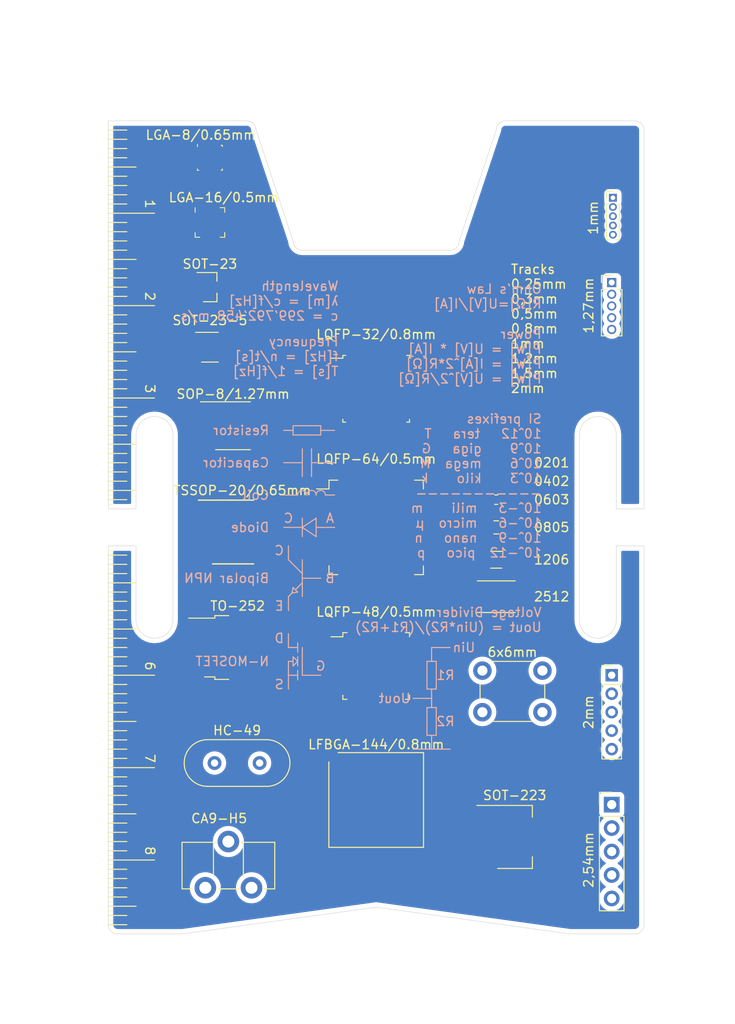
<source format=kicad_pcb>
(kicad_pcb (version 20171130) (host pcbnew 5.1.8-1.fc33)

  (general
    (thickness 1.6)
    (drawings 306)
    (tracks 8)
    (zones 0)
    (modules 25)
    (nets 1)
  )

  (page A4)
  (layers
    (0 F.Cu signal)
    (31 B.Cu signal)
    (32 B.Adhes user)
    (33 F.Adhes user)
    (34 B.Paste user)
    (35 F.Paste user)
    (36 B.SilkS user)
    (37 F.SilkS user)
    (38 B.Mask user)
    (39 F.Mask user)
    (40 Dwgs.User user)
    (41 Cmts.User user)
    (42 Eco1.User user)
    (43 Eco2.User user)
    (44 Edge.Cuts user)
    (45 Margin user)
    (46 B.CrtYd user)
    (47 F.CrtYd user)
    (48 B.Fab user)
    (49 F.Fab user)
  )

  (setup
    (last_trace_width 0.25)
    (user_trace_width 0.3)
    (user_trace_width 0.5)
    (user_trace_width 0.8)
    (user_trace_width 1)
    (user_trace_width 1.2)
    (user_trace_width 1.5)
    (user_trace_width 2)
    (trace_clearance 0.2)
    (zone_clearance 0.508)
    (zone_45_only no)
    (trace_min 0.2)
    (via_size 0.8)
    (via_drill 0.4)
    (via_min_size 0.4)
    (via_min_drill 0.3)
    (uvia_size 0.3)
    (uvia_drill 0.1)
    (uvias_allowed no)
    (uvia_min_size 0.2)
    (uvia_min_drill 0.1)
    (edge_width 0.05)
    (segment_width 0.2)
    (pcb_text_width 0.3)
    (pcb_text_size 1.5 1.5)
    (mod_edge_width 0.12)
    (mod_text_size 1 1)
    (mod_text_width 0.15)
    (pad_size 1.524 1.524)
    (pad_drill 0.762)
    (pad_to_mask_clearance 0.051)
    (solder_mask_min_width 0.25)
    (aux_axis_origin 0 0)
    (visible_elements 7FFFFFFF)
    (pcbplotparams
      (layerselection 0x010fc_ffffffff)
      (usegerberextensions false)
      (usegerberattributes false)
      (usegerberadvancedattributes false)
      (creategerberjobfile false)
      (excludeedgelayer true)
      (linewidth 0.100000)
      (plotframeref false)
      (viasonmask false)
      (mode 1)
      (useauxorigin false)
      (hpglpennumber 1)
      (hpglpenspeed 20)
      (hpglpendiameter 15.000000)
      (psnegative false)
      (psa4output false)
      (plotreference true)
      (plotvalue true)
      (plotinvisibletext false)
      (padsonsilk false)
      (subtractmaskfromsilk false)
      (outputformat 1)
      (mirror false)
      (drillshape 0)
      (scaleselection 1)
      (outputdirectory "output/gerber"))
  )

  (net 0 "")

  (net_class Default "To jest domyślna klasa połączeń."
    (clearance 0.2)
    (trace_width 0.25)
    (via_dia 0.8)
    (via_drill 0.4)
    (uvia_dia 0.3)
    (uvia_drill 0.1)
  )

  (module Package_TO_SOT_SMD:SOT-223 (layer F.Cu) (tedit 5A02FF57) (tstamp 5FF4E3AE)
    (at 204 137.5)
    (descr "module CMS SOT223 4 pins")
    (tags "CMS SOT")
    (attr smd)
    (fp_text reference SOT-223 (at 0 -4.5) (layer F.SilkS)
      (effects (font (size 1 1) (thickness 0.15)))
    )
    (fp_text value SOT-223 (at 0 4.5) (layer F.Fab)
      (effects (font (size 1 1) (thickness 0.15)))
    )
    (fp_line (start 1.85 -3.35) (end 1.85 3.35) (layer F.Fab) (width 0.1))
    (fp_line (start -1.85 3.35) (end 1.85 3.35) (layer F.Fab) (width 0.1))
    (fp_line (start -4.1 -3.41) (end 1.91 -3.41) (layer F.SilkS) (width 0.12))
    (fp_line (start -0.8 -3.35) (end 1.85 -3.35) (layer F.Fab) (width 0.1))
    (fp_line (start -1.85 3.41) (end 1.91 3.41) (layer F.SilkS) (width 0.12))
    (fp_line (start -1.85 -2.3) (end -1.85 3.35) (layer F.Fab) (width 0.1))
    (fp_line (start -4.4 -3.6) (end -4.4 3.6) (layer F.CrtYd) (width 0.05))
    (fp_line (start -4.4 3.6) (end 4.4 3.6) (layer F.CrtYd) (width 0.05))
    (fp_line (start 4.4 3.6) (end 4.4 -3.6) (layer F.CrtYd) (width 0.05))
    (fp_line (start 4.4 -3.6) (end -4.4 -3.6) (layer F.CrtYd) (width 0.05))
    (fp_line (start 1.91 -3.41) (end 1.91 -2.15) (layer F.SilkS) (width 0.12))
    (fp_line (start 1.91 3.41) (end 1.91 2.15) (layer F.SilkS) (width 0.12))
    (fp_line (start -1.85 -2.3) (end -0.8 -3.35) (layer F.Fab) (width 0.1))
    (fp_text user %R (at 0 0 90) (layer F.Fab)
      (effects (font (size 0.8 0.8) (thickness 0.12)))
    )
    (pad 1 smd rect (at -3.15 -2.3) (size 2 1.5) (layers F.Cu F.Paste F.Mask))
    (pad 3 smd rect (at -3.15 2.3) (size 2 1.5) (layers F.Cu F.Paste F.Mask))
    (pad 2 smd rect (at -3.15 0) (size 2 1.5) (layers F.Cu F.Paste F.Mask))
    (pad 4 smd rect (at 3.15 0) (size 2 3.8) (layers F.Cu F.Paste F.Mask))
    (model ${KISYS3DMOD}/Package_TO_SOT_SMD.3dshapes/SOT-223.wrl
      (at (xyz 0 0 0))
      (scale (xyz 1 1 1))
      (rotate (xyz 0 0 0))
    )
  )

  (module Button_Switch_THT:SW_PUSH_6mm_H4.3mm (layer F.Cu) (tedit 5A02FE31) (tstamp 5FF5666E)
    (at 200.5 119.5)
    (descr "tactile push button, 6x6mm e.g. PHAP33xx series, height=4.3mm")
    (tags "tact sw push 6mm")
    (fp_text reference 6x6mm (at 3.25 -2) (layer F.SilkS)
      (effects (font (size 1 1) (thickness 0.15)))
    )
    (fp_text value SW_PUSH_6mm_H4.3mm (at 3.75 6.7) (layer F.Fab)
      (effects (font (size 1 1) (thickness 0.15)))
    )
    (fp_circle (center 3.25 2.25) (end 1.25 2.5) (layer F.Fab) (width 0.1))
    (fp_line (start 6.75 3) (end 6.75 1.5) (layer F.SilkS) (width 0.12))
    (fp_line (start 5.5 -1) (end 1 -1) (layer F.SilkS) (width 0.12))
    (fp_line (start -0.25 1.5) (end -0.25 3) (layer F.SilkS) (width 0.12))
    (fp_line (start 1 5.5) (end 5.5 5.5) (layer F.SilkS) (width 0.12))
    (fp_line (start 8 -1.25) (end 8 5.75) (layer F.CrtYd) (width 0.05))
    (fp_line (start 7.75 6) (end -1.25 6) (layer F.CrtYd) (width 0.05))
    (fp_line (start -1.5 5.75) (end -1.5 -1.25) (layer F.CrtYd) (width 0.05))
    (fp_line (start -1.25 -1.5) (end 7.75 -1.5) (layer F.CrtYd) (width 0.05))
    (fp_line (start -1.5 6) (end -1.25 6) (layer F.CrtYd) (width 0.05))
    (fp_line (start -1.5 5.75) (end -1.5 6) (layer F.CrtYd) (width 0.05))
    (fp_line (start -1.5 -1.5) (end -1.25 -1.5) (layer F.CrtYd) (width 0.05))
    (fp_line (start -1.5 -1.25) (end -1.5 -1.5) (layer F.CrtYd) (width 0.05))
    (fp_line (start 8 -1.5) (end 8 -1.25) (layer F.CrtYd) (width 0.05))
    (fp_line (start 7.75 -1.5) (end 8 -1.5) (layer F.CrtYd) (width 0.05))
    (fp_line (start 8 6) (end 8 5.75) (layer F.CrtYd) (width 0.05))
    (fp_line (start 7.75 6) (end 8 6) (layer F.CrtYd) (width 0.05))
    (fp_line (start 0.25 -0.75) (end 3.25 -0.75) (layer F.Fab) (width 0.1))
    (fp_line (start 0.25 5.25) (end 0.25 -0.75) (layer F.Fab) (width 0.1))
    (fp_line (start 6.25 5.25) (end 0.25 5.25) (layer F.Fab) (width 0.1))
    (fp_line (start 6.25 -0.75) (end 6.25 5.25) (layer F.Fab) (width 0.1))
    (fp_line (start 3.25 -0.75) (end 6.25 -0.75) (layer F.Fab) (width 0.1))
    (fp_text user %R (at 3.25 2.25) (layer F.Fab)
      (effects (font (size 1 1) (thickness 0.15)))
    )
    (pad 1 thru_hole circle (at 6.5 0 90) (size 2 2) (drill 1.1) (layers *.Cu *.Mask))
    (pad 2 thru_hole circle (at 6.5 4.5 90) (size 2 2) (drill 1.1) (layers *.Cu *.Mask))
    (pad 1 thru_hole circle (at 0 0 90) (size 2 2) (drill 1.1) (layers *.Cu *.Mask))
    (pad 2 thru_hole circle (at 0 4.5 90) (size 2 2) (drill 1.1) (layers *.Cu *.Mask))
    (model ${KISYS3DMOD}/Button_Switch_THT.3dshapes/SW_PUSH_6mm_H4.3mm.wrl
      (at (xyz 0 0 0))
      (scale (xyz 1 1 1))
      (rotate (xyz 0 0 0))
    )
  )

  (module Potentiometer_THT:Potentiometer_ACP_CA9-H5_Horizontal (layer F.Cu) (tedit 5A3D4994) (tstamp 5FF566C9)
    (at 170.5 143 90)
    (descr "Potentiometer, horizontal, ACP CA9-H5, http://www.acptechnologies.com/wp-content/uploads/2017/05/02-ACP-CA9-CE9.pdf")
    (tags "Potentiometer horizontal ACP CA9-H5")
    (fp_text reference CA9-H5 (at 7.5 1.5 180) (layer F.SilkS)
      (effects (font (size 1 1) (thickness 0.15)))
    )
    (fp_text value Potentiometer_ACP_CA9-H5_Horizontal (at 0 8.65 90) (layer F.Fab)
      (effects (font (size 1 1) (thickness 0.15)))
    )
    (fp_line (start 6.45 -2.7) (end -1.45 -2.7) (layer F.CrtYd) (width 0.05))
    (fp_line (start 6.45 7.65) (end 6.45 -2.7) (layer F.CrtYd) (width 0.05))
    (fp_line (start -1.45 7.65) (end 6.45 7.65) (layer F.CrtYd) (width 0.05))
    (fp_line (start -1.45 -2.7) (end -1.45 7.65) (layer F.CrtYd) (width 0.05))
    (fp_line (start 4.92 3.925) (end 4.92 4.12) (layer F.SilkS) (width 0.12))
    (fp_line (start 4.92 0.88) (end 4.92 1.075) (layer F.SilkS) (width 0.12))
    (fp_line (start -0.121 1.426) (end -0.121 3.575) (layer F.SilkS) (width 0.12))
    (fp_line (start 1.237 4.12) (end 4.92 4.12) (layer F.SilkS) (width 0.12))
    (fp_line (start 1.237 0.88) (end 4.92 0.88) (layer F.SilkS) (width 0.12))
    (fp_line (start -0.121 1.426) (end -0.121 3.575) (layer F.SilkS) (width 0.12))
    (fp_line (start -0.121 -2.521) (end -0.121 -1.426) (layer F.SilkS) (width 0.12))
    (fp_line (start -0.121 6.425) (end -0.121 7.52) (layer F.SilkS) (width 0.12))
    (fp_line (start 4.92 3.925) (end 4.92 7.52) (layer F.SilkS) (width 0.12))
    (fp_line (start 4.92 -2.521) (end 4.92 1.075) (layer F.SilkS) (width 0.12))
    (fp_line (start -0.121 7.52) (end 4.92 7.52) (layer F.SilkS) (width 0.12))
    (fp_line (start -0.121 -2.521) (end 4.92 -2.521) (layer F.SilkS) (width 0.12))
    (fp_line (start 4.8 1) (end 0 1) (layer F.Fab) (width 0.1))
    (fp_line (start 4.8 4) (end 4.8 1) (layer F.Fab) (width 0.1))
    (fp_line (start 0 4) (end 4.8 4) (layer F.Fab) (width 0.1))
    (fp_line (start 0 1) (end 0 4) (layer F.Fab) (width 0.1))
    (fp_line (start 0 -2.4) (end 4.8 -2.4) (layer F.Fab) (width 0.1))
    (fp_line (start 0 7.4) (end 0 -2.4) (layer F.Fab) (width 0.1))
    (fp_line (start 4.8 7.4) (end 0 7.4) (layer F.Fab) (width 0.1))
    (fp_line (start 4.8 -2.4) (end 4.8 7.4) (layer F.Fab) (width 0.1))
    (fp_text user %R (at 2.4 2.5 90) (layer F.Fab)
      (effects (font (size 1 1) (thickness 0.15)))
    )
    (pad 1 thru_hole circle (at 0 0 90) (size 2.34 2.34) (drill 1.3) (layers *.Cu *.Mask))
    (pad 2 thru_hole circle (at 5 2.5 90) (size 2.34 2.34) (drill 1.3) (layers *.Cu *.Mask))
    (pad 3 thru_hole circle (at 0 5 90) (size 2.34 2.34) (drill 1.3) (layers *.Cu *.Mask))
    (model ${KISYS3DMOD}/Potentiometer_THT.3dshapes/Potentiometer_ACP_CA9-H5_Horizontal.wrl
      (at (xyz 0 0 0))
      (scale (xyz 1 1 1))
      (rotate (xyz 0 0 0))
    )
  )

  (module Package_BGA:LFBGA-144_10x10mm_Layout12x12_P0.8mm (layer F.Cu) (tedit 5ADF9FCE) (tstamp 5FF56EE0)
    (at 189 133.5)
    (descr "LFBGA-144, 12x12 raster, 10x10mm package, pitch 0.8mm; see section 6.1 of http://www.st.com/resource/en/datasheet/stm32f103ze.pdf")
    (tags "BGA 144 0.8")
    (attr smd)
    (fp_text reference LFBGA-144/0.8mm (at 0 -6) (layer F.SilkS)
      (effects (font (size 1 1) (thickness 0.15)))
    )
    (fp_text value LFBGA-144_10x10mm_Layout12x12_P0.8mm (at 0 6) (layer F.Fab)
      (effects (font (size 1 1) (thickness 0.15)))
    )
    (fp_line (start -5.125 5.125) (end -5.125 -4.125) (layer F.SilkS) (width 0.12))
    (fp_line (start 5.125 5.125) (end -5.125 5.125) (layer F.SilkS) (width 0.12))
    (fp_line (start 5.125 -5.125) (end 5.125 5.125) (layer F.SilkS) (width 0.12))
    (fp_line (start -4.125 -5.125) (end 5.125 -5.125) (layer F.SilkS) (width 0.12))
    (fp_line (start 6 -6) (end -6 -6) (layer F.CrtYd) (width 0.05))
    (fp_line (start 6 6) (end 6 -6) (layer F.CrtYd) (width 0.05))
    (fp_line (start -6 6) (end 6 6) (layer F.CrtYd) (width 0.05))
    (fp_line (start -6 -6) (end -6 6) (layer F.CrtYd) (width 0.05))
    (fp_line (start 5 -5) (end 5 5) (layer F.Fab) (width 0.1))
    (fp_line (start -4 -5) (end 5 -5) (layer F.Fab) (width 0.1))
    (fp_line (start -5 -4) (end -4 -5) (layer F.Fab) (width 0.1))
    (fp_line (start -5 5) (end -5 -4) (layer F.Fab) (width 0.1))
    (fp_line (start 5 5) (end -5 5) (layer F.Fab) (width 0.1))
    (fp_text user %R (at 0 0) (layer F.Fab)
      (effects (font (size 1 1) (thickness 0.15)))
    )
    (pad M12 smd circle (at 4.4 4.4) (size 0.4 0.4) (layers F.Cu F.Paste F.Mask))
    (pad M11 smd circle (at 3.6 4.4) (size 0.4 0.4) (layers F.Cu F.Paste F.Mask))
    (pad M10 smd circle (at 2.8 4.4) (size 0.4 0.4) (layers F.Cu F.Paste F.Mask))
    (pad M9 smd circle (at 2 4.4) (size 0.4 0.4) (layers F.Cu F.Paste F.Mask))
    (pad M8 smd circle (at 1.2 4.4) (size 0.4 0.4) (layers F.Cu F.Paste F.Mask))
    (pad M7 smd circle (at 0.4 4.4) (size 0.4 0.4) (layers F.Cu F.Paste F.Mask))
    (pad M6 smd circle (at -0.4 4.4) (size 0.4 0.4) (layers F.Cu F.Paste F.Mask))
    (pad M5 smd circle (at -1.2 4.4) (size 0.4 0.4) (layers F.Cu F.Paste F.Mask))
    (pad M4 smd circle (at -2 4.4) (size 0.4 0.4) (layers F.Cu F.Paste F.Mask))
    (pad M3 smd circle (at -2.8 4.4) (size 0.4 0.4) (layers F.Cu F.Paste F.Mask))
    (pad M2 smd circle (at -3.6 4.4) (size 0.4 0.4) (layers F.Cu F.Paste F.Mask))
    (pad M1 smd circle (at -4.4 4.4) (size 0.4 0.4) (layers F.Cu F.Paste F.Mask))
    (pad L12 smd circle (at 4.4 3.6) (size 0.4 0.4) (layers F.Cu F.Paste F.Mask))
    (pad L11 smd circle (at 3.6 3.6) (size 0.4 0.4) (layers F.Cu F.Paste F.Mask))
    (pad L10 smd circle (at 2.8 3.6) (size 0.4 0.4) (layers F.Cu F.Paste F.Mask))
    (pad L9 smd circle (at 2 3.6) (size 0.4 0.4) (layers F.Cu F.Paste F.Mask))
    (pad L8 smd circle (at 1.2 3.6) (size 0.4 0.4) (layers F.Cu F.Paste F.Mask))
    (pad L7 smd circle (at 0.4 3.6) (size 0.4 0.4) (layers F.Cu F.Paste F.Mask))
    (pad L6 smd circle (at -0.4 3.6) (size 0.4 0.4) (layers F.Cu F.Paste F.Mask))
    (pad L5 smd circle (at -1.2 3.6) (size 0.4 0.4) (layers F.Cu F.Paste F.Mask))
    (pad L4 smd circle (at -2 3.6) (size 0.4 0.4) (layers F.Cu F.Paste F.Mask))
    (pad L3 smd circle (at -2.8 3.6) (size 0.4 0.4) (layers F.Cu F.Paste F.Mask))
    (pad L2 smd circle (at -3.6 3.6) (size 0.4 0.4) (layers F.Cu F.Paste F.Mask))
    (pad L1 smd circle (at -4.4 3.6) (size 0.4 0.4) (layers F.Cu F.Paste F.Mask))
    (pad K12 smd circle (at 4.4 2.8) (size 0.4 0.4) (layers F.Cu F.Paste F.Mask))
    (pad K11 smd circle (at 3.6 2.8) (size 0.4 0.4) (layers F.Cu F.Paste F.Mask))
    (pad K10 smd circle (at 2.8 2.8) (size 0.4 0.4) (layers F.Cu F.Paste F.Mask))
    (pad K9 smd circle (at 2 2.8) (size 0.4 0.4) (layers F.Cu F.Paste F.Mask))
    (pad K8 smd circle (at 1.2 2.8) (size 0.4 0.4) (layers F.Cu F.Paste F.Mask))
    (pad K7 smd circle (at 0.4 2.8) (size 0.4 0.4) (layers F.Cu F.Paste F.Mask))
    (pad K6 smd circle (at -0.4 2.8) (size 0.4 0.4) (layers F.Cu F.Paste F.Mask))
    (pad K5 smd circle (at -1.2 2.8) (size 0.4 0.4) (layers F.Cu F.Paste F.Mask))
    (pad K4 smd circle (at -2 2.8) (size 0.4 0.4) (layers F.Cu F.Paste F.Mask))
    (pad K3 smd circle (at -2.8 2.8) (size 0.4 0.4) (layers F.Cu F.Paste F.Mask))
    (pad K2 smd circle (at -3.6 2.8) (size 0.4 0.4) (layers F.Cu F.Paste F.Mask))
    (pad K1 smd circle (at -4.4 2.8) (size 0.4 0.4) (layers F.Cu F.Paste F.Mask))
    (pad J12 smd circle (at 4.4 2) (size 0.4 0.4) (layers F.Cu F.Paste F.Mask))
    (pad J11 smd circle (at 3.6 2) (size 0.4 0.4) (layers F.Cu F.Paste F.Mask))
    (pad J10 smd circle (at 2.8 2) (size 0.4 0.4) (layers F.Cu F.Paste F.Mask))
    (pad J9 smd circle (at 2 2) (size 0.4 0.4) (layers F.Cu F.Paste F.Mask))
    (pad J8 smd circle (at 1.2 2) (size 0.4 0.4) (layers F.Cu F.Paste F.Mask))
    (pad J7 smd circle (at 0.4 2) (size 0.4 0.4) (layers F.Cu F.Paste F.Mask))
    (pad J6 smd circle (at -0.4 2) (size 0.4 0.4) (layers F.Cu F.Paste F.Mask))
    (pad J5 smd circle (at -1.2 2) (size 0.4 0.4) (layers F.Cu F.Paste F.Mask))
    (pad J4 smd circle (at -2 2) (size 0.4 0.4) (layers F.Cu F.Paste F.Mask))
    (pad J3 smd circle (at -2.8 2) (size 0.4 0.4) (layers F.Cu F.Paste F.Mask))
    (pad J2 smd circle (at -3.6 2) (size 0.4 0.4) (layers F.Cu F.Paste F.Mask))
    (pad J1 smd circle (at -4.4 2) (size 0.4 0.4) (layers F.Cu F.Paste F.Mask))
    (pad H12 smd circle (at 4.4 1.2) (size 0.4 0.4) (layers F.Cu F.Paste F.Mask))
    (pad H11 smd circle (at 3.6 1.2) (size 0.4 0.4) (layers F.Cu F.Paste F.Mask))
    (pad H10 smd circle (at 2.8 1.2) (size 0.4 0.4) (layers F.Cu F.Paste F.Mask))
    (pad H9 smd circle (at 2 1.2) (size 0.4 0.4) (layers F.Cu F.Paste F.Mask))
    (pad H8 smd circle (at 1.2 1.2) (size 0.4 0.4) (layers F.Cu F.Paste F.Mask))
    (pad H7 smd circle (at 0.4 1.2) (size 0.4 0.4) (layers F.Cu F.Paste F.Mask))
    (pad H6 smd circle (at -0.4 1.2) (size 0.4 0.4) (layers F.Cu F.Paste F.Mask))
    (pad H5 smd circle (at -1.2 1.2) (size 0.4 0.4) (layers F.Cu F.Paste F.Mask))
    (pad H4 smd circle (at -2 1.2) (size 0.4 0.4) (layers F.Cu F.Paste F.Mask))
    (pad H3 smd circle (at -2.8 1.2) (size 0.4 0.4) (layers F.Cu F.Paste F.Mask))
    (pad H2 smd circle (at -3.6 1.2) (size 0.4 0.4) (layers F.Cu F.Paste F.Mask))
    (pad H1 smd circle (at -4.4 1.2) (size 0.4 0.4) (layers F.Cu F.Paste F.Mask))
    (pad G12 smd circle (at 4.4 0.4) (size 0.4 0.4) (layers F.Cu F.Paste F.Mask))
    (pad G11 smd circle (at 3.6 0.4) (size 0.4 0.4) (layers F.Cu F.Paste F.Mask))
    (pad G10 smd circle (at 2.8 0.4) (size 0.4 0.4) (layers F.Cu F.Paste F.Mask))
    (pad G9 smd circle (at 2 0.4) (size 0.4 0.4) (layers F.Cu F.Paste F.Mask))
    (pad G8 smd circle (at 1.2 0.4) (size 0.4 0.4) (layers F.Cu F.Paste F.Mask))
    (pad G7 smd circle (at 0.4 0.4) (size 0.4 0.4) (layers F.Cu F.Paste F.Mask))
    (pad G6 smd circle (at -0.4 0.4) (size 0.4 0.4) (layers F.Cu F.Paste F.Mask))
    (pad G5 smd circle (at -1.2 0.4) (size 0.4 0.4) (layers F.Cu F.Paste F.Mask))
    (pad G4 smd circle (at -2 0.4) (size 0.4 0.4) (layers F.Cu F.Paste F.Mask))
    (pad G3 smd circle (at -2.8 0.4) (size 0.4 0.4) (layers F.Cu F.Paste F.Mask))
    (pad G2 smd circle (at -3.6 0.4) (size 0.4 0.4) (layers F.Cu F.Paste F.Mask))
    (pad G1 smd circle (at -4.4 0.4) (size 0.4 0.4) (layers F.Cu F.Paste F.Mask))
    (pad F12 smd circle (at 4.4 -0.4) (size 0.4 0.4) (layers F.Cu F.Paste F.Mask))
    (pad F11 smd circle (at 3.6 -0.4) (size 0.4 0.4) (layers F.Cu F.Paste F.Mask))
    (pad F10 smd circle (at 2.8 -0.4) (size 0.4 0.4) (layers F.Cu F.Paste F.Mask))
    (pad F9 smd circle (at 2 -0.4) (size 0.4 0.4) (layers F.Cu F.Paste F.Mask))
    (pad F8 smd circle (at 1.2 -0.4) (size 0.4 0.4) (layers F.Cu F.Paste F.Mask))
    (pad F7 smd circle (at 0.4 -0.4) (size 0.4 0.4) (layers F.Cu F.Paste F.Mask))
    (pad F6 smd circle (at -0.4 -0.4) (size 0.4 0.4) (layers F.Cu F.Paste F.Mask))
    (pad F5 smd circle (at -1.2 -0.4) (size 0.4 0.4) (layers F.Cu F.Paste F.Mask))
    (pad F4 smd circle (at -2 -0.4) (size 0.4 0.4) (layers F.Cu F.Paste F.Mask))
    (pad F3 smd circle (at -2.8 -0.4) (size 0.4 0.4) (layers F.Cu F.Paste F.Mask))
    (pad F2 smd circle (at -3.6 -0.4) (size 0.4 0.4) (layers F.Cu F.Paste F.Mask))
    (pad F1 smd circle (at -4.4 -0.4) (size 0.4 0.4) (layers F.Cu F.Paste F.Mask))
    (pad E12 smd circle (at 4.4 -1.2) (size 0.4 0.4) (layers F.Cu F.Paste F.Mask))
    (pad E11 smd circle (at 3.6 -1.2) (size 0.4 0.4) (layers F.Cu F.Paste F.Mask))
    (pad E10 smd circle (at 2.8 -1.2) (size 0.4 0.4) (layers F.Cu F.Paste F.Mask))
    (pad E9 smd circle (at 2 -1.2) (size 0.4 0.4) (layers F.Cu F.Paste F.Mask))
    (pad E8 smd circle (at 1.2 -1.2) (size 0.4 0.4) (layers F.Cu F.Paste F.Mask))
    (pad E7 smd circle (at 0.4 -1.2) (size 0.4 0.4) (layers F.Cu F.Paste F.Mask))
    (pad E6 smd circle (at -0.4 -1.2) (size 0.4 0.4) (layers F.Cu F.Paste F.Mask))
    (pad E5 smd circle (at -1.2 -1.2) (size 0.4 0.4) (layers F.Cu F.Paste F.Mask))
    (pad E4 smd circle (at -2 -1.2) (size 0.4 0.4) (layers F.Cu F.Paste F.Mask))
    (pad E3 smd circle (at -2.8 -1.2) (size 0.4 0.4) (layers F.Cu F.Paste F.Mask))
    (pad E2 smd circle (at -3.6 -1.2) (size 0.4 0.4) (layers F.Cu F.Paste F.Mask))
    (pad E1 smd circle (at -4.4 -1.2) (size 0.4 0.4) (layers F.Cu F.Paste F.Mask))
    (pad D12 smd circle (at 4.4 -2) (size 0.4 0.4) (layers F.Cu F.Paste F.Mask))
    (pad D11 smd circle (at 3.6 -2) (size 0.4 0.4) (layers F.Cu F.Paste F.Mask))
    (pad D10 smd circle (at 2.8 -2) (size 0.4 0.4) (layers F.Cu F.Paste F.Mask))
    (pad D9 smd circle (at 2 -2) (size 0.4 0.4) (layers F.Cu F.Paste F.Mask))
    (pad D8 smd circle (at 1.2 -2) (size 0.4 0.4) (layers F.Cu F.Paste F.Mask))
    (pad D7 smd circle (at 0.4 -2) (size 0.4 0.4) (layers F.Cu F.Paste F.Mask))
    (pad D6 smd circle (at -0.4 -2) (size 0.4 0.4) (layers F.Cu F.Paste F.Mask))
    (pad D5 smd circle (at -1.2 -2) (size 0.4 0.4) (layers F.Cu F.Paste F.Mask))
    (pad D4 smd circle (at -2 -2) (size 0.4 0.4) (layers F.Cu F.Paste F.Mask))
    (pad D3 smd circle (at -2.8 -2) (size 0.4 0.4) (layers F.Cu F.Paste F.Mask))
    (pad D2 smd circle (at -3.6 -2) (size 0.4 0.4) (layers F.Cu F.Paste F.Mask))
    (pad D1 smd circle (at -4.4 -2) (size 0.4 0.4) (layers F.Cu F.Paste F.Mask))
    (pad C12 smd circle (at 4.4 -2.8) (size 0.4 0.4) (layers F.Cu F.Paste F.Mask))
    (pad C11 smd circle (at 3.6 -2.8) (size 0.4 0.4) (layers F.Cu F.Paste F.Mask))
    (pad C10 smd circle (at 2.8 -2.8) (size 0.4 0.4) (layers F.Cu F.Paste F.Mask))
    (pad C9 smd circle (at 2 -2.8) (size 0.4 0.4) (layers F.Cu F.Paste F.Mask))
    (pad C8 smd circle (at 1.2 -2.8) (size 0.4 0.4) (layers F.Cu F.Paste F.Mask))
    (pad C7 smd circle (at 0.4 -2.8) (size 0.4 0.4) (layers F.Cu F.Paste F.Mask))
    (pad C6 smd circle (at -0.4 -2.8) (size 0.4 0.4) (layers F.Cu F.Paste F.Mask))
    (pad C5 smd circle (at -1.2 -2.8) (size 0.4 0.4) (layers F.Cu F.Paste F.Mask))
    (pad C4 smd circle (at -2 -2.8) (size 0.4 0.4) (layers F.Cu F.Paste F.Mask))
    (pad C3 smd circle (at -2.8 -2.8) (size 0.4 0.4) (layers F.Cu F.Paste F.Mask))
    (pad C2 smd circle (at -3.6 -2.8) (size 0.4 0.4) (layers F.Cu F.Paste F.Mask))
    (pad C1 smd circle (at -4.4 -2.8) (size 0.4 0.4) (layers F.Cu F.Paste F.Mask))
    (pad B12 smd circle (at 4.4 -3.6) (size 0.4 0.4) (layers F.Cu F.Paste F.Mask))
    (pad B11 smd circle (at 3.6 -3.6) (size 0.4 0.4) (layers F.Cu F.Paste F.Mask))
    (pad B10 smd circle (at 2.8 -3.6) (size 0.4 0.4) (layers F.Cu F.Paste F.Mask))
    (pad B9 smd circle (at 2 -3.6) (size 0.4 0.4) (layers F.Cu F.Paste F.Mask))
    (pad B8 smd circle (at 1.2 -3.6) (size 0.4 0.4) (layers F.Cu F.Paste F.Mask))
    (pad B7 smd circle (at 0.4 -3.6) (size 0.4 0.4) (layers F.Cu F.Paste F.Mask))
    (pad B6 smd circle (at -0.4 -3.6) (size 0.4 0.4) (layers F.Cu F.Paste F.Mask))
    (pad B5 smd circle (at -1.2 -3.6) (size 0.4 0.4) (layers F.Cu F.Paste F.Mask))
    (pad B4 smd circle (at -2 -3.6) (size 0.4 0.4) (layers F.Cu F.Paste F.Mask))
    (pad B3 smd circle (at -2.8 -3.6) (size 0.4 0.4) (layers F.Cu F.Paste F.Mask))
    (pad B2 smd circle (at -3.6 -3.6) (size 0.4 0.4) (layers F.Cu F.Paste F.Mask))
    (pad B1 smd circle (at -4.4 -3.6) (size 0.4 0.4) (layers F.Cu F.Paste F.Mask))
    (pad A12 smd circle (at 4.4 -4.4) (size 0.4 0.4) (layers F.Cu F.Paste F.Mask))
    (pad A11 smd circle (at 3.6 -4.4) (size 0.4 0.4) (layers F.Cu F.Paste F.Mask))
    (pad A10 smd circle (at 2.8 -4.4) (size 0.4 0.4) (layers F.Cu F.Paste F.Mask))
    (pad A9 smd circle (at 2 -4.4) (size 0.4 0.4) (layers F.Cu F.Paste F.Mask))
    (pad A8 smd circle (at 1.2 -4.4) (size 0.4 0.4) (layers F.Cu F.Paste F.Mask))
    (pad A7 smd circle (at 0.4 -4.4) (size 0.4 0.4) (layers F.Cu F.Paste F.Mask))
    (pad A6 smd circle (at -0.4 -4.4) (size 0.4 0.4) (layers F.Cu F.Paste F.Mask))
    (pad A5 smd circle (at -1.2 -4.4) (size 0.4 0.4) (layers F.Cu F.Paste F.Mask))
    (pad A4 smd circle (at -2 -4.4) (size 0.4 0.4) (layers F.Cu F.Paste F.Mask))
    (pad A3 smd circle (at -2.8 -4.4) (size 0.4 0.4) (layers F.Cu F.Paste F.Mask))
    (pad A2 smd circle (at -3.6 -4.4) (size 0.4 0.4) (layers F.Cu F.Paste F.Mask))
    (pad A1 smd circle (at -4.4 -4.4) (size 0.4 0.4) (layers F.Cu F.Paste F.Mask))
    (model ${KISYS3DMOD}/Package_BGA.3dshapes/LFBGA-144_10x10mm_Layout12x12_P0.8mm.wrl
      (at (xyz 0 0 0))
      (scale (xyz 1 1 1))
      (rotate (xyz 0 0 0))
    )
  )

  (module Capacitor_SMD:C_2512_6332Metric (layer F.Cu) (tedit 5B301BBE) (tstamp 5FF56C00)
    (at 202 111.5)
    (descr "Capacitor SMD 2512 (6332 Metric), square (rectangular) end terminal, IPC_7351 nominal, (Body size source: http://www.tortai-tech.com/upload/download/2011102023233369053.pdf), generated with kicad-footprint-generator")
    (tags capacitor)
    (attr smd)
    (fp_text reference 2512 (at 6 0) (layer F.SilkS)
      (effects (font (size 1 1) (thickness 0.15)))
    )
    (fp_text value C_2512_6332Metric (at 0 2.62) (layer F.Fab)
      (effects (font (size 1 1) (thickness 0.15)))
    )
    (fp_line (start 3.82 1.92) (end -3.82 1.92) (layer F.CrtYd) (width 0.05))
    (fp_line (start 3.82 -1.92) (end 3.82 1.92) (layer F.CrtYd) (width 0.05))
    (fp_line (start -3.82 -1.92) (end 3.82 -1.92) (layer F.CrtYd) (width 0.05))
    (fp_line (start -3.82 1.92) (end -3.82 -1.92) (layer F.CrtYd) (width 0.05))
    (fp_line (start -2.052064 1.71) (end 2.052064 1.71) (layer F.SilkS) (width 0.12))
    (fp_line (start -2.052064 -1.71) (end 2.052064 -1.71) (layer F.SilkS) (width 0.12))
    (fp_line (start 3.15 1.6) (end -3.15 1.6) (layer F.Fab) (width 0.1))
    (fp_line (start 3.15 -1.6) (end 3.15 1.6) (layer F.Fab) (width 0.1))
    (fp_line (start -3.15 -1.6) (end 3.15 -1.6) (layer F.Fab) (width 0.1))
    (fp_line (start -3.15 1.6) (end -3.15 -1.6) (layer F.Fab) (width 0.1))
    (fp_text user %R (at 0 0) (layer F.Fab)
      (effects (font (size 1 1) (thickness 0.15)))
    )
    (pad 2 smd roundrect (at 2.9 0) (size 1.35 3.35) (layers F.Cu F.Paste F.Mask) (roundrect_rratio 0.1851844444444445))
    (pad 1 smd roundrect (at -2.9 0) (size 1.35 3.35) (layers F.Cu F.Paste F.Mask) (roundrect_rratio 0.1851844444444445))
    (model ${KISYS3DMOD}/Capacitor_SMD.3dshapes/C_2512_6332Metric.wrl
      (at (xyz 0 0 0))
      (scale (xyz 1 1 1))
      (rotate (xyz 0 0 0))
    )
  )

  (module Capacitor_SMD:C_1206_3216Metric (layer F.Cu) (tedit 5B301BBE) (tstamp 5FF570E3)
    (at 202 107.5)
    (descr "Capacitor SMD 1206 (3216 Metric), square (rectangular) end terminal, IPC_7351 nominal, (Body size source: http://www.tortai-tech.com/upload/download/2011102023233369053.pdf), generated with kicad-footprint-generator")
    (tags capacitor)
    (attr smd)
    (fp_text reference 1206 (at 6 0) (layer F.SilkS)
      (effects (font (size 1 1) (thickness 0.15)))
    )
    (fp_text value C_1206_3216Metric (at 0 1.82) (layer F.Fab)
      (effects (font (size 1 1) (thickness 0.15)))
    )
    (fp_line (start 2.28 1.12) (end -2.28 1.12) (layer F.CrtYd) (width 0.05))
    (fp_line (start 2.28 -1.12) (end 2.28 1.12) (layer F.CrtYd) (width 0.05))
    (fp_line (start -2.28 -1.12) (end 2.28 -1.12) (layer F.CrtYd) (width 0.05))
    (fp_line (start -2.28 1.12) (end -2.28 -1.12) (layer F.CrtYd) (width 0.05))
    (fp_line (start -0.602064 0.91) (end 0.602064 0.91) (layer F.SilkS) (width 0.12))
    (fp_line (start -0.602064 -0.91) (end 0.602064 -0.91) (layer F.SilkS) (width 0.12))
    (fp_line (start 1.6 0.8) (end -1.6 0.8) (layer F.Fab) (width 0.1))
    (fp_line (start 1.6 -0.8) (end 1.6 0.8) (layer F.Fab) (width 0.1))
    (fp_line (start -1.6 -0.8) (end 1.6 -0.8) (layer F.Fab) (width 0.1))
    (fp_line (start -1.6 0.8) (end -1.6 -0.8) (layer F.Fab) (width 0.1))
    (fp_text user %R (at 0 0) (layer F.Fab)
      (effects (font (size 0.8 0.8) (thickness 0.12)))
    )
    (pad 2 smd roundrect (at 1.4 0) (size 1.25 1.75) (layers F.Cu F.Paste F.Mask) (roundrect_rratio 0.2))
    (pad 1 smd roundrect (at -1.4 0) (size 1.25 1.75) (layers F.Cu F.Paste F.Mask) (roundrect_rratio 0.2))
    (model ${KISYS3DMOD}/Capacitor_SMD.3dshapes/C_1206_3216Metric.wrl
      (at (xyz 0 0 0))
      (scale (xyz 1 1 1))
      (rotate (xyz 0 0 0))
    )
  )

  (module Capacitor_SMD:C_0805_2012Metric (layer F.Cu) (tedit 5B36C52B) (tstamp 5FF567BF)
    (at 202 104)
    (descr "Capacitor SMD 0805 (2012 Metric), square (rectangular) end terminal, IPC_7351 nominal, (Body size source: https://docs.google.com/spreadsheets/d/1BsfQQcO9C6DZCsRaXUlFlo91Tg2WpOkGARC1WS5S8t0/edit?usp=sharing), generated with kicad-footprint-generator")
    (tags capacitor)
    (attr smd)
    (fp_text reference 0805 (at 6 0) (layer F.SilkS)
      (effects (font (size 1 1) (thickness 0.15)))
    )
    (fp_text value C_0805_2012Metric (at 0 1.65) (layer F.Fab)
      (effects (font (size 1 1) (thickness 0.15)))
    )
    (fp_line (start 1.68 0.95) (end -1.68 0.95) (layer F.CrtYd) (width 0.05))
    (fp_line (start 1.68 -0.95) (end 1.68 0.95) (layer F.CrtYd) (width 0.05))
    (fp_line (start -1.68 -0.95) (end 1.68 -0.95) (layer F.CrtYd) (width 0.05))
    (fp_line (start -1.68 0.95) (end -1.68 -0.95) (layer F.CrtYd) (width 0.05))
    (fp_line (start -0.258578 0.71) (end 0.258578 0.71) (layer F.SilkS) (width 0.12))
    (fp_line (start -0.258578 -0.71) (end 0.258578 -0.71) (layer F.SilkS) (width 0.12))
    (fp_line (start 1 0.6) (end -1 0.6) (layer F.Fab) (width 0.1))
    (fp_line (start 1 -0.6) (end 1 0.6) (layer F.Fab) (width 0.1))
    (fp_line (start -1 -0.6) (end 1 -0.6) (layer F.Fab) (width 0.1))
    (fp_line (start -1 0.6) (end -1 -0.6) (layer F.Fab) (width 0.1))
    (fp_text user %R (at 0 0) (layer F.Fab)
      (effects (font (size 0.5 0.5) (thickness 0.08)))
    )
    (pad 2 smd roundrect (at 0.9375 0) (size 0.975 1.4) (layers F.Cu F.Paste F.Mask) (roundrect_rratio 0.25))
    (pad 1 smd roundrect (at -0.9375 0) (size 0.975 1.4) (layers F.Cu F.Paste F.Mask) (roundrect_rratio 0.25))
    (model ${KISYS3DMOD}/Capacitor_SMD.3dshapes/C_0805_2012Metric.wrl
      (at (xyz 0 0 0))
      (scale (xyz 1 1 1))
      (rotate (xyz 0 0 0))
    )
  )

  (module Capacitor_SMD:C_0603_1608Metric (layer F.Cu) (tedit 5B301BBE) (tstamp 5FF5683D)
    (at 202 101)
    (descr "Capacitor SMD 0603 (1608 Metric), square (rectangular) end terminal, IPC_7351 nominal, (Body size source: http://www.tortai-tech.com/upload/download/2011102023233369053.pdf), generated with kicad-footprint-generator")
    (tags capacitor)
    (attr smd)
    (fp_text reference 0603 (at 6 0) (layer F.SilkS)
      (effects (font (size 1 1) (thickness 0.15)))
    )
    (fp_text value C_0603_1608Metric (at 0 1.43) (layer F.Fab)
      (effects (font (size 1 1) (thickness 0.15)))
    )
    (fp_line (start 1.48 0.73) (end -1.48 0.73) (layer F.CrtYd) (width 0.05))
    (fp_line (start 1.48 -0.73) (end 1.48 0.73) (layer F.CrtYd) (width 0.05))
    (fp_line (start -1.48 -0.73) (end 1.48 -0.73) (layer F.CrtYd) (width 0.05))
    (fp_line (start -1.48 0.73) (end -1.48 -0.73) (layer F.CrtYd) (width 0.05))
    (fp_line (start -0.162779 0.51) (end 0.162779 0.51) (layer F.SilkS) (width 0.12))
    (fp_line (start -0.162779 -0.51) (end 0.162779 -0.51) (layer F.SilkS) (width 0.12))
    (fp_line (start 0.8 0.4) (end -0.8 0.4) (layer F.Fab) (width 0.1))
    (fp_line (start 0.8 -0.4) (end 0.8 0.4) (layer F.Fab) (width 0.1))
    (fp_line (start -0.8 -0.4) (end 0.8 -0.4) (layer F.Fab) (width 0.1))
    (fp_line (start -0.8 0.4) (end -0.8 -0.4) (layer F.Fab) (width 0.1))
    (fp_text user %R (at 0 0) (layer F.Fab)
      (effects (font (size 0.4 0.4) (thickness 0.06)))
    )
    (pad 2 smd roundrect (at 0.7875 0) (size 0.875 0.95) (layers F.Cu F.Paste F.Mask) (roundrect_rratio 0.25))
    (pad 1 smd roundrect (at -0.7875 0) (size 0.875 0.95) (layers F.Cu F.Paste F.Mask) (roundrect_rratio 0.25))
    (model ${KISYS3DMOD}/Capacitor_SMD.3dshapes/C_0603_1608Metric.wrl
      (at (xyz 0 0 0))
      (scale (xyz 1 1 1))
      (rotate (xyz 0 0 0))
    )
  )

  (module Capacitor_SMD:C_0402_1005Metric (layer F.Cu) (tedit 5B301BBE) (tstamp 5FF56715)
    (at 202 99)
    (descr "Capacitor SMD 0402 (1005 Metric), square (rectangular) end terminal, IPC_7351 nominal, (Body size source: http://www.tortai-tech.com/upload/download/2011102023233369053.pdf), generated with kicad-footprint-generator")
    (tags capacitor)
    (attr smd)
    (fp_text reference 0402 (at 6 0) (layer F.SilkS)
      (effects (font (size 1 1) (thickness 0.15)))
    )
    (fp_text value C_0402_1005Metric (at 0 1.17) (layer F.Fab)
      (effects (font (size 1 1) (thickness 0.15)))
    )
    (fp_line (start 0.93 0.47) (end -0.93 0.47) (layer F.CrtYd) (width 0.05))
    (fp_line (start 0.93 -0.47) (end 0.93 0.47) (layer F.CrtYd) (width 0.05))
    (fp_line (start -0.93 -0.47) (end 0.93 -0.47) (layer F.CrtYd) (width 0.05))
    (fp_line (start -0.93 0.47) (end -0.93 -0.47) (layer F.CrtYd) (width 0.05))
    (fp_line (start 0.5 0.25) (end -0.5 0.25) (layer F.Fab) (width 0.1))
    (fp_line (start 0.5 -0.25) (end 0.5 0.25) (layer F.Fab) (width 0.1))
    (fp_line (start -0.5 -0.25) (end 0.5 -0.25) (layer F.Fab) (width 0.1))
    (fp_line (start -0.5 0.25) (end -0.5 -0.25) (layer F.Fab) (width 0.1))
    (fp_text user %R (at 0 0) (layer F.Fab)
      (effects (font (size 0.25 0.25) (thickness 0.04)))
    )
    (pad 2 smd roundrect (at 0.485 0) (size 0.59 0.64) (layers F.Cu F.Paste F.Mask) (roundrect_rratio 0.25))
    (pad 1 smd roundrect (at -0.485 0) (size 0.59 0.64) (layers F.Cu F.Paste F.Mask) (roundrect_rratio 0.25))
    (model ${KISYS3DMOD}/Capacitor_SMD.3dshapes/C_0402_1005Metric.wrl
      (at (xyz 0 0 0))
      (scale (xyz 1 1 1))
      (rotate (xyz 0 0 0))
    )
  )

  (module Capacitor_SMD:C_0201_0603Metric (layer F.Cu) (tedit 5B301BBE) (tstamp 5FF56741)
    (at 202 97)
    (descr "Capacitor SMD 0201 (0603 Metric), square (rectangular) end terminal, IPC_7351 nominal, (Body size source: https://www.vishay.com/docs/20052/crcw0201e3.pdf), generated with kicad-footprint-generator")
    (tags capacitor)
    (attr smd)
    (fp_text reference 0201 (at 6 0) (layer F.SilkS)
      (effects (font (size 1 1) (thickness 0.15)))
    )
    (fp_text value C_0201_0603Metric (at 0 1.05) (layer F.Fab)
      (effects (font (size 1 1) (thickness 0.15)))
    )
    (fp_line (start 0.7 0.35) (end -0.7 0.35) (layer F.CrtYd) (width 0.05))
    (fp_line (start 0.7 -0.35) (end 0.7 0.35) (layer F.CrtYd) (width 0.05))
    (fp_line (start -0.7 -0.35) (end 0.7 -0.35) (layer F.CrtYd) (width 0.05))
    (fp_line (start -0.7 0.35) (end -0.7 -0.35) (layer F.CrtYd) (width 0.05))
    (fp_line (start 0.3 0.15) (end -0.3 0.15) (layer F.Fab) (width 0.1))
    (fp_line (start 0.3 -0.15) (end 0.3 0.15) (layer F.Fab) (width 0.1))
    (fp_line (start -0.3 -0.15) (end 0.3 -0.15) (layer F.Fab) (width 0.1))
    (fp_line (start -0.3 0.15) (end -0.3 -0.15) (layer F.Fab) (width 0.1))
    (fp_text user %R (at 0 -0.68) (layer F.Fab)
      (effects (font (size 0.25 0.25) (thickness 0.04)))
    )
    (pad 2 smd roundrect (at 0.32 0) (size 0.46 0.4) (layers F.Cu F.Mask) (roundrect_rratio 0.25))
    (pad 1 smd roundrect (at -0.32 0) (size 0.46 0.4) (layers F.Cu F.Mask) (roundrect_rratio 0.25))
    (pad "" smd roundrect (at 0.345 0) (size 0.318 0.36) (layers F.Paste) (roundrect_rratio 0.25))
    (pad "" smd roundrect (at -0.345 0) (size 0.318 0.36) (layers F.Paste) (roundrect_rratio 0.25))
    (model ${KISYS3DMOD}/Capacitor_SMD.3dshapes/C_0201_0603Metric.wrl
      (at (xyz 0 0 0))
      (scale (xyz 1 1 1))
      (rotate (xyz 0 0 0))
    )
  )

  (module Connector_PinHeader_2.54mm:PinHeader_1x05_P2.54mm_Vertical (layer F.Cu) (tedit 59FED5CC) (tstamp 5FF56875)
    (at 214.5 134)
    (descr "Through hole straight pin header, 1x05, 2.54mm pitch, single row")
    (tags "Through hole pin header THT 1x05 2.54mm single row")
    (fp_text reference 2,54mm (at -2.5 6 90) (layer F.SilkS)
      (effects (font (size 1 1) (thickness 0.15)))
    )
    (fp_text value PinHeader_1x05_P2.54mm_Vertical (at 0 12.49) (layer F.Fab)
      (effects (font (size 1 1) (thickness 0.15)))
    )
    (fp_line (start 1.8 -1.8) (end -1.8 -1.8) (layer F.CrtYd) (width 0.05))
    (fp_line (start 1.8 11.95) (end 1.8 -1.8) (layer F.CrtYd) (width 0.05))
    (fp_line (start -1.8 11.95) (end 1.8 11.95) (layer F.CrtYd) (width 0.05))
    (fp_line (start -1.8 -1.8) (end -1.8 11.95) (layer F.CrtYd) (width 0.05))
    (fp_line (start -1.33 -1.33) (end 0 -1.33) (layer F.SilkS) (width 0.12))
    (fp_line (start -1.33 0) (end -1.33 -1.33) (layer F.SilkS) (width 0.12))
    (fp_line (start -1.33 1.27) (end 1.33 1.27) (layer F.SilkS) (width 0.12))
    (fp_line (start 1.33 1.27) (end 1.33 11.49) (layer F.SilkS) (width 0.12))
    (fp_line (start -1.33 1.27) (end -1.33 11.49) (layer F.SilkS) (width 0.12))
    (fp_line (start -1.33 11.49) (end 1.33 11.49) (layer F.SilkS) (width 0.12))
    (fp_line (start -1.27 -0.635) (end -0.635 -1.27) (layer F.Fab) (width 0.1))
    (fp_line (start -1.27 11.43) (end -1.27 -0.635) (layer F.Fab) (width 0.1))
    (fp_line (start 1.27 11.43) (end -1.27 11.43) (layer F.Fab) (width 0.1))
    (fp_line (start 1.27 -1.27) (end 1.27 11.43) (layer F.Fab) (width 0.1))
    (fp_line (start -0.635 -1.27) (end 1.27 -1.27) (layer F.Fab) (width 0.1))
    (fp_text user %R (at 0 5.08 90) (layer F.Fab)
      (effects (font (size 1 1) (thickness 0.15)))
    )
    (pad 5 thru_hole oval (at 0 10.16) (size 1.7 1.7) (drill 1) (layers *.Cu *.Mask))
    (pad 4 thru_hole oval (at 0 7.62) (size 1.7 1.7) (drill 1) (layers *.Cu *.Mask))
    (pad 3 thru_hole oval (at 0 5.08) (size 1.7 1.7) (drill 1) (layers *.Cu *.Mask))
    (pad 2 thru_hole oval (at 0 2.54) (size 1.7 1.7) (drill 1) (layers *.Cu *.Mask))
    (pad 1 thru_hole rect (at 0 0) (size 1.7 1.7) (drill 1) (layers *.Cu *.Mask))
    (model ${KISYS3DMOD}/Connector_PinHeader_2.54mm.3dshapes/PinHeader_1x05_P2.54mm_Vertical.wrl
      (at (xyz 0 0 0))
      (scale (xyz 1 1 1))
      (rotate (xyz 0 0 0))
    )
  )

  (module Connector_PinHeader_2.00mm:PinHeader_1x05_P2.00mm_Vertical (layer F.Cu) (tedit 59FED667) (tstamp 5FF568BD)
    (at 214.5 120)
    (descr "Through hole straight pin header, 1x05, 2.00mm pitch, single row")
    (tags "Through hole pin header THT 1x05 2.00mm single row")
    (fp_text reference 2mm (at -2.5 4 90) (layer F.SilkS)
      (effects (font (size 1 1) (thickness 0.15)))
    )
    (fp_text value PinHeader_1x05_P2.00mm_Vertical (at 0 10.06) (layer F.Fab)
      (effects (font (size 1 1) (thickness 0.15)))
    )
    (fp_line (start 1.5 -1.5) (end -1.5 -1.5) (layer F.CrtYd) (width 0.05))
    (fp_line (start 1.5 9.5) (end 1.5 -1.5) (layer F.CrtYd) (width 0.05))
    (fp_line (start -1.5 9.5) (end 1.5 9.5) (layer F.CrtYd) (width 0.05))
    (fp_line (start -1.5 -1.5) (end -1.5 9.5) (layer F.CrtYd) (width 0.05))
    (fp_line (start -1.06 -1.06) (end 0 -1.06) (layer F.SilkS) (width 0.12))
    (fp_line (start -1.06 0) (end -1.06 -1.06) (layer F.SilkS) (width 0.12))
    (fp_line (start -1.06 1) (end 1.06 1) (layer F.SilkS) (width 0.12))
    (fp_line (start 1.06 1) (end 1.06 9.06) (layer F.SilkS) (width 0.12))
    (fp_line (start -1.06 1) (end -1.06 9.06) (layer F.SilkS) (width 0.12))
    (fp_line (start -1.06 9.06) (end 1.06 9.06) (layer F.SilkS) (width 0.12))
    (fp_line (start -1 -0.5) (end -0.5 -1) (layer F.Fab) (width 0.1))
    (fp_line (start -1 9) (end -1 -0.5) (layer F.Fab) (width 0.1))
    (fp_line (start 1 9) (end -1 9) (layer F.Fab) (width 0.1))
    (fp_line (start 1 -1) (end 1 9) (layer F.Fab) (width 0.1))
    (fp_line (start -0.5 -1) (end 1 -1) (layer F.Fab) (width 0.1))
    (fp_text user %R (at 0 4 90) (layer F.Fab)
      (effects (font (size 1 1) (thickness 0.15)))
    )
    (pad 5 thru_hole oval (at 0 8) (size 1.35 1.35) (drill 0.8) (layers *.Cu *.Mask))
    (pad 4 thru_hole oval (at 0 6) (size 1.35 1.35) (drill 0.8) (layers *.Cu *.Mask))
    (pad 3 thru_hole oval (at 0 4) (size 1.35 1.35) (drill 0.8) (layers *.Cu *.Mask))
    (pad 2 thru_hole oval (at 0 2) (size 1.35 1.35) (drill 0.8) (layers *.Cu *.Mask))
    (pad 1 thru_hole rect (at 0 0) (size 1.35 1.35) (drill 0.8) (layers *.Cu *.Mask))
    (model ${KISYS3DMOD}/Connector_PinHeader_2.00mm.3dshapes/PinHeader_1x05_P2.00mm_Vertical.wrl
      (at (xyz 0 0 0))
      (scale (xyz 1 1 1))
      (rotate (xyz 0 0 0))
    )
  )

  (module Connector_PinHeader_1.27mm:PinHeader_1x05_P1.27mm_Vertical (layer F.Cu) (tedit 59FED6E3) (tstamp 5FF5677B)
    (at 214.5 77.5)
    (descr "Through hole straight pin header, 1x05, 1.27mm pitch, single row")
    (tags "Through hole pin header THT 1x05 1.27mm single row")
    (fp_text reference 1,27mm (at -2.5 2.5 90) (layer F.SilkS)
      (effects (font (size 1 1) (thickness 0.15)))
    )
    (fp_text value PinHeader_1x05_P1.27mm_Vertical (at 0 6.775) (layer F.Fab)
      (effects (font (size 1 1) (thickness 0.15)))
    )
    (fp_line (start 1.55 -1.15) (end -1.55 -1.15) (layer F.CrtYd) (width 0.05))
    (fp_line (start 1.55 6.25) (end 1.55 -1.15) (layer F.CrtYd) (width 0.05))
    (fp_line (start -1.55 6.25) (end 1.55 6.25) (layer F.CrtYd) (width 0.05))
    (fp_line (start -1.55 -1.15) (end -1.55 6.25) (layer F.CrtYd) (width 0.05))
    (fp_line (start -1.11 -0.76) (end 0 -0.76) (layer F.SilkS) (width 0.12))
    (fp_line (start -1.11 0) (end -1.11 -0.76) (layer F.SilkS) (width 0.12))
    (fp_line (start 0.563471 0.76) (end 1.11 0.76) (layer F.SilkS) (width 0.12))
    (fp_line (start -1.11 0.76) (end -0.563471 0.76) (layer F.SilkS) (width 0.12))
    (fp_line (start 1.11 0.76) (end 1.11 5.775) (layer F.SilkS) (width 0.12))
    (fp_line (start -1.11 0.76) (end -1.11 5.775) (layer F.SilkS) (width 0.12))
    (fp_line (start 0.30753 5.775) (end 1.11 5.775) (layer F.SilkS) (width 0.12))
    (fp_line (start -1.11 5.775) (end -0.30753 5.775) (layer F.SilkS) (width 0.12))
    (fp_line (start -1.05 -0.11) (end -0.525 -0.635) (layer F.Fab) (width 0.1))
    (fp_line (start -1.05 5.715) (end -1.05 -0.11) (layer F.Fab) (width 0.1))
    (fp_line (start 1.05 5.715) (end -1.05 5.715) (layer F.Fab) (width 0.1))
    (fp_line (start 1.05 -0.635) (end 1.05 5.715) (layer F.Fab) (width 0.1))
    (fp_line (start -0.525 -0.635) (end 1.05 -0.635) (layer F.Fab) (width 0.1))
    (fp_text user %R (at 0 2.54 90) (layer F.Fab)
      (effects (font (size 1 1) (thickness 0.15)))
    )
    (pad 5 thru_hole oval (at 0 5.08) (size 1 1) (drill 0.65) (layers *.Cu *.Mask))
    (pad 4 thru_hole oval (at 0 3.81) (size 1 1) (drill 0.65) (layers *.Cu *.Mask))
    (pad 3 thru_hole oval (at 0 2.54) (size 1 1) (drill 0.65) (layers *.Cu *.Mask))
    (pad 2 thru_hole oval (at 0 1.27) (size 1 1) (drill 0.65) (layers *.Cu *.Mask))
    (pad 1 thru_hole rect (at 0 0) (size 1 1) (drill 0.65) (layers *.Cu *.Mask))
    (model ${KISYS3DMOD}/Connector_PinHeader_1.27mm.3dshapes/PinHeader_1x05_P1.27mm_Vertical.wrl
      (at (xyz 0 0 0))
      (scale (xyz 1 1 1))
      (rotate (xyz 0 0 0))
    )
  )

  (module Connector_PinHeader_1.00mm:PinHeader_1x05_P1.00mm_Vertical (layer F.Cu) (tedit 59FED738) (tstamp 5FF567F9)
    (at 214.63 68.326)
    (descr "Through hole straight pin header, 1x05, 1.00mm pitch, single row")
    (tags "Through hole pin header THT 1x05 1.00mm single row")
    (fp_text reference 1mm (at -2.13 2.174 90) (layer F.SilkS)
      (effects (font (size 1 1) (thickness 0.15)))
    )
    (fp_text value PinHeader_1x05_P1.00mm_Vertical (at 0 5.56) (layer F.Fab)
      (effects (font (size 1 1) (thickness 0.15)))
    )
    (fp_line (start 1.15 -1) (end -1.15 -1) (layer F.CrtYd) (width 0.05))
    (fp_line (start 1.15 5) (end 1.15 -1) (layer F.CrtYd) (width 0.05))
    (fp_line (start -1.15 5) (end 1.15 5) (layer F.CrtYd) (width 0.05))
    (fp_line (start -1.15 -1) (end -1.15 5) (layer F.CrtYd) (width 0.05))
    (fp_line (start -0.695 -0.685) (end 0 -0.685) (layer F.SilkS) (width 0.12))
    (fp_line (start -0.695 0) (end -0.695 -0.685) (layer F.SilkS) (width 0.12))
    (fp_line (start 0.608276 0.685) (end 0.695 0.685) (layer F.SilkS) (width 0.12))
    (fp_line (start -0.695 0.685) (end -0.608276 0.685) (layer F.SilkS) (width 0.12))
    (fp_line (start 0.695 0.685) (end 0.695 4.56) (layer F.SilkS) (width 0.12))
    (fp_line (start -0.695 0.685) (end -0.695 4.56) (layer F.SilkS) (width 0.12))
    (fp_line (start 0.394493 4.56) (end 0.695 4.56) (layer F.SilkS) (width 0.12))
    (fp_line (start -0.695 4.56) (end -0.394493 4.56) (layer F.SilkS) (width 0.12))
    (fp_line (start -0.635 -0.1825) (end -0.3175 -0.5) (layer F.Fab) (width 0.1))
    (fp_line (start -0.635 4.5) (end -0.635 -0.1825) (layer F.Fab) (width 0.1))
    (fp_line (start 0.635 4.5) (end -0.635 4.5) (layer F.Fab) (width 0.1))
    (fp_line (start 0.635 -0.5) (end 0.635 4.5) (layer F.Fab) (width 0.1))
    (fp_line (start -0.3175 -0.5) (end 0.635 -0.5) (layer F.Fab) (width 0.1))
    (fp_text user %R (at 0 2 90) (layer F.Fab)
      (effects (font (size 0.76 0.76) (thickness 0.114)))
    )
    (pad 5 thru_hole oval (at 0 4) (size 0.85 0.85) (drill 0.5) (layers *.Cu *.Mask))
    (pad 4 thru_hole oval (at 0 3) (size 0.85 0.85) (drill 0.5) (layers *.Cu *.Mask))
    (pad 3 thru_hole oval (at 0 2) (size 0.85 0.85) (drill 0.5) (layers *.Cu *.Mask))
    (pad 2 thru_hole oval (at 0 1) (size 0.85 0.85) (drill 0.5) (layers *.Cu *.Mask))
    (pad 1 thru_hole rect (at 0 0) (size 0.85 0.85) (drill 0.5) (layers *.Cu *.Mask))
    (model ${KISYS3DMOD}/Connector_PinHeader_1.00mm.3dshapes/PinHeader_1x05_P1.00mm_Vertical.wrl
      (at (xyz 0 0 0))
      (scale (xyz 1 1 1))
      (rotate (xyz 0 0 0))
    )
  )

  (module Crystal:Crystal_HC49-4H_Vertical (layer F.Cu) (tedit 5A1AD3B7) (tstamp 5FF56903)
    (at 171.5 129.5)
    (descr "Crystal THT HC-49-4H http://5hertz.com/pdfs/04404_D.pdf")
    (tags "THT crystalHC-49-4H")
    (fp_text reference HC-49 (at 2.44 -3.525) (layer F.SilkS)
      (effects (font (size 1 1) (thickness 0.15)))
    )
    (fp_text value Crystal_HC49-4H_Vertical (at 2.44 3.525) (layer F.Fab)
      (effects (font (size 1 1) (thickness 0.15)))
    )
    (fp_line (start 8.5 -2.8) (end -3.6 -2.8) (layer F.CrtYd) (width 0.05))
    (fp_line (start 8.5 2.8) (end 8.5 -2.8) (layer F.CrtYd) (width 0.05))
    (fp_line (start -3.6 2.8) (end 8.5 2.8) (layer F.CrtYd) (width 0.05))
    (fp_line (start -3.6 -2.8) (end -3.6 2.8) (layer F.CrtYd) (width 0.05))
    (fp_line (start -0.76 2.525) (end 5.64 2.525) (layer F.SilkS) (width 0.12))
    (fp_line (start -0.76 -2.525) (end 5.64 -2.525) (layer F.SilkS) (width 0.12))
    (fp_line (start -0.56 2) (end 5.44 2) (layer F.Fab) (width 0.1))
    (fp_line (start -0.56 -2) (end 5.44 -2) (layer F.Fab) (width 0.1))
    (fp_line (start -0.76 2.325) (end 5.64 2.325) (layer F.Fab) (width 0.1))
    (fp_line (start -0.76 -2.325) (end 5.64 -2.325) (layer F.Fab) (width 0.1))
    (fp_arc (start 5.64 0) (end 5.64 -2.525) (angle 180) (layer F.SilkS) (width 0.12))
    (fp_arc (start -0.76 0) (end -0.76 -2.525) (angle -180) (layer F.SilkS) (width 0.12))
    (fp_arc (start 5.44 0) (end 5.44 -2) (angle 180) (layer F.Fab) (width 0.1))
    (fp_arc (start -0.56 0) (end -0.56 -2) (angle -180) (layer F.Fab) (width 0.1))
    (fp_arc (start 5.64 0) (end 5.64 -2.325) (angle 180) (layer F.Fab) (width 0.1))
    (fp_arc (start -0.76 0) (end -0.76 -2.325) (angle -180) (layer F.Fab) (width 0.1))
    (fp_text user %R (at 2.44 0) (layer F.Fab)
      (effects (font (size 1 1) (thickness 0.15)))
    )
    (pad 2 thru_hole circle (at 4.88 0) (size 1.5 1.5) (drill 0.8) (layers *.Cu *.Mask))
    (pad 1 thru_hole circle (at 0 0) (size 1.5 1.5) (drill 0.8) (layers *.Cu *.Mask))
    (model ${KISYS3DMOD}/Crystal.3dshapes/Crystal_HC49-4H_Vertical.wrl
      (at (xyz 0 0 0))
      (scale (xyz 1 1 1))
      (rotate (xyz 0 0 0))
    )
  )

  (module Package_TO_SOT_SMD:SOT-23-5 (layer F.Cu) (tedit 5A02FF57) (tstamp 5FF570AB)
    (at 171 84.5)
    (descr "5-pin SOT23 package")
    (tags SOT-23-5)
    (attr smd)
    (fp_text reference SOT-23-5 (at 0 -2.9) (layer F.SilkS)
      (effects (font (size 1 1) (thickness 0.15)))
    )
    (fp_text value SOT-23-5 (at 0 2.9) (layer F.Fab)
      (effects (font (size 1 1) (thickness 0.15)))
    )
    (fp_line (start 0.9 -1.55) (end 0.9 1.55) (layer F.Fab) (width 0.1))
    (fp_line (start 0.9 1.55) (end -0.9 1.55) (layer F.Fab) (width 0.1))
    (fp_line (start -0.9 -0.9) (end -0.9 1.55) (layer F.Fab) (width 0.1))
    (fp_line (start 0.9 -1.55) (end -0.25 -1.55) (layer F.Fab) (width 0.1))
    (fp_line (start -0.9 -0.9) (end -0.25 -1.55) (layer F.Fab) (width 0.1))
    (fp_line (start -1.9 1.8) (end -1.9 -1.8) (layer F.CrtYd) (width 0.05))
    (fp_line (start 1.9 1.8) (end -1.9 1.8) (layer F.CrtYd) (width 0.05))
    (fp_line (start 1.9 -1.8) (end 1.9 1.8) (layer F.CrtYd) (width 0.05))
    (fp_line (start -1.9 -1.8) (end 1.9 -1.8) (layer F.CrtYd) (width 0.05))
    (fp_line (start 0.9 -1.61) (end -1.55 -1.61) (layer F.SilkS) (width 0.12))
    (fp_line (start -0.9 1.61) (end 0.9 1.61) (layer F.SilkS) (width 0.12))
    (fp_text user %R (at 0 0 90) (layer F.Fab)
      (effects (font (size 0.5 0.5) (thickness 0.075)))
    )
    (pad 5 smd rect (at 1.1 -0.95) (size 1.06 0.65) (layers F.Cu F.Paste F.Mask))
    (pad 4 smd rect (at 1.1 0.95) (size 1.06 0.65) (layers F.Cu F.Paste F.Mask))
    (pad 3 smd rect (at -1.1 0.95) (size 1.06 0.65) (layers F.Cu F.Paste F.Mask))
    (pad 2 smd rect (at -1.1 0) (size 1.06 0.65) (layers F.Cu F.Paste F.Mask))
    (pad 1 smd rect (at -1.1 -0.95) (size 1.06 0.65) (layers F.Cu F.Paste F.Mask))
    (model ${KISYS3DMOD}/Package_TO_SOT_SMD.3dshapes/SOT-23-5.wrl
      (at (xyz 0 0 0))
      (scale (xyz 1 1 1))
      (rotate (xyz 0 0 0))
    )
  )

  (module Package_TO_SOT_SMD:SOT-23 (layer F.Cu) (tedit 5A02FF57) (tstamp 5FF56943)
    (at 171 78)
    (descr "SOT-23, Standard")
    (tags SOT-23)
    (attr smd)
    (fp_text reference SOT-23 (at 0 -2.5) (layer F.SilkS)
      (effects (font (size 1 1) (thickness 0.15)))
    )
    (fp_text value SOT-23 (at 0 2.5) (layer F.Fab)
      (effects (font (size 1 1) (thickness 0.15)))
    )
    (fp_line (start 0.76 1.58) (end -0.7 1.58) (layer F.SilkS) (width 0.12))
    (fp_line (start 0.76 -1.58) (end -1.4 -1.58) (layer F.SilkS) (width 0.12))
    (fp_line (start -1.7 1.75) (end -1.7 -1.75) (layer F.CrtYd) (width 0.05))
    (fp_line (start 1.7 1.75) (end -1.7 1.75) (layer F.CrtYd) (width 0.05))
    (fp_line (start 1.7 -1.75) (end 1.7 1.75) (layer F.CrtYd) (width 0.05))
    (fp_line (start -1.7 -1.75) (end 1.7 -1.75) (layer F.CrtYd) (width 0.05))
    (fp_line (start 0.76 -1.58) (end 0.76 -0.65) (layer F.SilkS) (width 0.12))
    (fp_line (start 0.76 1.58) (end 0.76 0.65) (layer F.SilkS) (width 0.12))
    (fp_line (start -0.7 1.52) (end 0.7 1.52) (layer F.Fab) (width 0.1))
    (fp_line (start 0.7 -1.52) (end 0.7 1.52) (layer F.Fab) (width 0.1))
    (fp_line (start -0.7 -0.95) (end -0.15 -1.52) (layer F.Fab) (width 0.1))
    (fp_line (start -0.15 -1.52) (end 0.7 -1.52) (layer F.Fab) (width 0.1))
    (fp_line (start -0.7 -0.95) (end -0.7 1.5) (layer F.Fab) (width 0.1))
    (fp_text user %R (at 0 0 90) (layer F.Fab)
      (effects (font (size 0.5 0.5) (thickness 0.075)))
    )
    (pad 3 smd rect (at 1 0) (size 0.9 0.8) (layers F.Cu F.Paste F.Mask))
    (pad 2 smd rect (at -1 0.95) (size 0.9 0.8) (layers F.Cu F.Paste F.Mask))
    (pad 1 smd rect (at -1 -0.95) (size 0.9 0.8) (layers F.Cu F.Paste F.Mask))
    (model ${KISYS3DMOD}/Package_TO_SOT_SMD.3dshapes/SOT-23.wrl
      (at (xyz 0 0 0))
      (scale (xyz 1 1 1))
      (rotate (xyz 0 0 0))
    )
  )

  (module Package_TO_SOT_SMD:TO-252-3_TabPin4 (layer F.Cu) (tedit 5A70FB3C) (tstamp 5FF57049)
    (at 174 117)
    (descr "TO-252 / DPAK SMD package, http://www.infineon.com/cms/en/product/packages/PG-TO252/PG-TO252-3-1/")
    (tags "DPAK TO-252 DPAK-3 TO-252-3 SOT-428")
    (attr smd)
    (fp_text reference TO-252 (at 0 -4.5) (layer F.SilkS)
      (effects (font (size 1 1) (thickness 0.15)))
    )
    (fp_text value TO-252-3_TabPin4 (at 0 4.5) (layer F.Fab)
      (effects (font (size 1 1) (thickness 0.15)))
    )
    (fp_line (start 5.55 -3.5) (end -5.55 -3.5) (layer F.CrtYd) (width 0.05))
    (fp_line (start 5.55 3.5) (end 5.55 -3.5) (layer F.CrtYd) (width 0.05))
    (fp_line (start -5.55 3.5) (end 5.55 3.5) (layer F.CrtYd) (width 0.05))
    (fp_line (start -5.55 -3.5) (end -5.55 3.5) (layer F.CrtYd) (width 0.05))
    (fp_line (start -2.47 3.18) (end -3.57 3.18) (layer F.SilkS) (width 0.12))
    (fp_line (start -2.47 3.45) (end -2.47 3.18) (layer F.SilkS) (width 0.12))
    (fp_line (start -0.97 3.45) (end -2.47 3.45) (layer F.SilkS) (width 0.12))
    (fp_line (start -2.47 -3.18) (end -5.3 -3.18) (layer F.SilkS) (width 0.12))
    (fp_line (start -2.47 -3.45) (end -2.47 -3.18) (layer F.SilkS) (width 0.12))
    (fp_line (start -0.97 -3.45) (end -2.47 -3.45) (layer F.SilkS) (width 0.12))
    (fp_line (start -4.97 2.655) (end -2.27 2.655) (layer F.Fab) (width 0.1))
    (fp_line (start -4.97 1.905) (end -4.97 2.655) (layer F.Fab) (width 0.1))
    (fp_line (start -2.27 1.905) (end -4.97 1.905) (layer F.Fab) (width 0.1))
    (fp_line (start -4.97 0.375) (end -2.27 0.375) (layer F.Fab) (width 0.1))
    (fp_line (start -4.97 -0.375) (end -4.97 0.375) (layer F.Fab) (width 0.1))
    (fp_line (start -2.27 -0.375) (end -4.97 -0.375) (layer F.Fab) (width 0.1))
    (fp_line (start -4.97 -1.905) (end -2.27 -1.905) (layer F.Fab) (width 0.1))
    (fp_line (start -4.97 -2.655) (end -4.97 -1.905) (layer F.Fab) (width 0.1))
    (fp_line (start -1.865 -2.655) (end -4.97 -2.655) (layer F.Fab) (width 0.1))
    (fp_line (start -1.27 -3.25) (end 3.95 -3.25) (layer F.Fab) (width 0.1))
    (fp_line (start -2.27 -2.25) (end -1.27 -3.25) (layer F.Fab) (width 0.1))
    (fp_line (start -2.27 3.25) (end -2.27 -2.25) (layer F.Fab) (width 0.1))
    (fp_line (start 3.95 3.25) (end -2.27 3.25) (layer F.Fab) (width 0.1))
    (fp_line (start 3.95 -3.25) (end 3.95 3.25) (layer F.Fab) (width 0.1))
    (fp_line (start 4.95 2.7) (end 3.95 2.7) (layer F.Fab) (width 0.1))
    (fp_line (start 4.95 -2.7) (end 4.95 2.7) (layer F.Fab) (width 0.1))
    (fp_line (start 3.95 -2.7) (end 4.95 -2.7) (layer F.Fab) (width 0.1))
    (fp_text user %R (at 0 0) (layer F.Fab)
      (effects (font (size 1 1) (thickness 0.15)))
    )
    (pad "" smd rect (at 0.425 1.525) (size 3.05 2.75) (layers F.Paste))
    (pad "" smd rect (at 3.775 -1.525) (size 3.05 2.75) (layers F.Paste))
    (pad "" smd rect (at 0.425 -1.525) (size 3.05 2.75) (layers F.Paste))
    (pad "" smd rect (at 3.775 1.525) (size 3.05 2.75) (layers F.Paste))
    (pad 4 smd rect (at 2.1 0) (size 6.4 5.8) (layers F.Cu F.Mask))
    (pad 3 smd rect (at -4.2 2.28) (size 2.2 1.2) (layers F.Cu F.Paste F.Mask))
    (pad 2 smd rect (at -4.2 0) (size 2.2 1.2) (layers F.Cu F.Paste F.Mask))
    (pad 1 smd rect (at -4.2 -2.28) (size 2.2 1.2) (layers F.Cu F.Paste F.Mask))
    (model ${KISYS3DMOD}/Package_TO_SOT_SMD.3dshapes/TO-252-3_TabPin4.wrl
      (at (xyz 0 0 0))
      (scale (xyz 1 1 1))
      (rotate (xyz 0 0 0))
    )
  )

  (module Package_SO:SOP-8_3.76x4.96mm_P1.27mm (layer F.Cu) (tedit 5C4A362D) (tstamp 5FF56A41)
    (at 173.5 93)
    (descr "SOP, 8 Pin (https://ww2.minicircuits.com/case_style/XX211.pdf), generated with kicad-footprint-generator ipc_gullwing_generator.py")
    (tags "SOP SO")
    (attr smd)
    (fp_text reference SOP-8/1.27mm (at 0 -3.43) (layer F.SilkS)
      (effects (font (size 1 1) (thickness 0.15)))
    )
    (fp_text value SOP-8_3.76x4.96mm_P1.27mm (at 0 3.43) (layer F.Fab)
      (effects (font (size 1 1) (thickness 0.15)))
    )
    (fp_line (start 3.78 -2.73) (end -3.78 -2.73) (layer F.CrtYd) (width 0.05))
    (fp_line (start 3.78 2.73) (end 3.78 -2.73) (layer F.CrtYd) (width 0.05))
    (fp_line (start -3.78 2.73) (end 3.78 2.73) (layer F.CrtYd) (width 0.05))
    (fp_line (start -3.78 -2.73) (end -3.78 2.73) (layer F.CrtYd) (width 0.05))
    (fp_line (start -1.88 -1.54) (end -0.94 -2.48) (layer F.Fab) (width 0.1))
    (fp_line (start -1.88 2.48) (end -1.88 -1.54) (layer F.Fab) (width 0.1))
    (fp_line (start 1.88 2.48) (end -1.88 2.48) (layer F.Fab) (width 0.1))
    (fp_line (start 1.88 -2.48) (end 1.88 2.48) (layer F.Fab) (width 0.1))
    (fp_line (start -0.94 -2.48) (end 1.88 -2.48) (layer F.Fab) (width 0.1))
    (fp_line (start 0 -2.59) (end -3.525 -2.59) (layer F.SilkS) (width 0.12))
    (fp_line (start 0 -2.59) (end 1.88 -2.59) (layer F.SilkS) (width 0.12))
    (fp_line (start 0 2.59) (end -1.88 2.59) (layer F.SilkS) (width 0.12))
    (fp_line (start 0 2.59) (end 1.88 2.59) (layer F.SilkS) (width 0.12))
    (fp_text user %R (at 0 0) (layer F.Fab)
      (effects (font (size 0.94 0.94) (thickness 0.14)))
    )
    (pad 8 smd roundrect (at 2.5375 -1.905) (size 1.975 0.65) (layers F.Cu F.Paste F.Mask) (roundrect_rratio 0.25))
    (pad 7 smd roundrect (at 2.5375 -0.635) (size 1.975 0.65) (layers F.Cu F.Paste F.Mask) (roundrect_rratio 0.25))
    (pad 6 smd roundrect (at 2.5375 0.635) (size 1.975 0.65) (layers F.Cu F.Paste F.Mask) (roundrect_rratio 0.25))
    (pad 5 smd roundrect (at 2.5375 1.905) (size 1.975 0.65) (layers F.Cu F.Paste F.Mask) (roundrect_rratio 0.25))
    (pad 4 smd roundrect (at -2.5375 1.905) (size 1.975 0.65) (layers F.Cu F.Paste F.Mask) (roundrect_rratio 0.25))
    (pad 3 smd roundrect (at -2.5375 0.635) (size 1.975 0.65) (layers F.Cu F.Paste F.Mask) (roundrect_rratio 0.25))
    (pad 2 smd roundrect (at -2.5375 -0.635) (size 1.975 0.65) (layers F.Cu F.Paste F.Mask) (roundrect_rratio 0.25))
    (pad 1 smd roundrect (at -2.5375 -1.905) (size 1.975 0.65) (layers F.Cu F.Paste F.Mask) (roundrect_rratio 0.25))
    (model ${KISYS3DMOD}/Package_SO.3dshapes/SOP-8_3.76x4.96mm_P1.27mm.wrl
      (at (xyz 0 0 0))
      (scale (xyz 1 1 1))
      (rotate (xyz 0 0 0))
    )
  )

  (module Package_SO:TSSOP-20_4.4x6.5mm_P0.65mm (layer F.Cu) (tedit 5A02F25C) (tstamp 5FF5698E)
    (at 173.5 104.5)
    (descr "20-Lead Plastic Thin Shrink Small Outline (ST)-4.4 mm Body [TSSOP] (see Microchip Packaging Specification 00000049BS.pdf)")
    (tags "SSOP 0.65")
    (attr smd)
    (fp_text reference TSSOP-20/0.65mm (at 1 -4.5) (layer F.SilkS)
      (effects (font (size 1 1) (thickness 0.15)))
    )
    (fp_text value TSSOP-20_4.4x6.5mm_P0.65mm (at 0 4.3) (layer F.Fab)
      (effects (font (size 1 1) (thickness 0.15)))
    )
    (fp_line (start -3.75 -3.45) (end 2.225 -3.45) (layer F.SilkS) (width 0.15))
    (fp_line (start -2.225 3.45) (end 2.225 3.45) (layer F.SilkS) (width 0.15))
    (fp_line (start -3.95 3.55) (end 3.95 3.55) (layer F.CrtYd) (width 0.05))
    (fp_line (start -3.95 -3.55) (end 3.95 -3.55) (layer F.CrtYd) (width 0.05))
    (fp_line (start 3.95 -3.55) (end 3.95 3.55) (layer F.CrtYd) (width 0.05))
    (fp_line (start -3.95 -3.55) (end -3.95 3.55) (layer F.CrtYd) (width 0.05))
    (fp_line (start -2.2 -2.25) (end -1.2 -3.25) (layer F.Fab) (width 0.15))
    (fp_line (start -2.2 3.25) (end -2.2 -2.25) (layer F.Fab) (width 0.15))
    (fp_line (start 2.2 3.25) (end -2.2 3.25) (layer F.Fab) (width 0.15))
    (fp_line (start 2.2 -3.25) (end 2.2 3.25) (layer F.Fab) (width 0.15))
    (fp_line (start -1.2 -3.25) (end 2.2 -3.25) (layer F.Fab) (width 0.15))
    (fp_text user %R (at 0 0) (layer F.Fab)
      (effects (font (size 0.8 0.8) (thickness 0.15)))
    )
    (pad 20 smd rect (at 2.95 -2.925) (size 1.45 0.45) (layers F.Cu F.Paste F.Mask))
    (pad 19 smd rect (at 2.95 -2.275) (size 1.45 0.45) (layers F.Cu F.Paste F.Mask))
    (pad 18 smd rect (at 2.95 -1.625) (size 1.45 0.45) (layers F.Cu F.Paste F.Mask))
    (pad 17 smd rect (at 2.95 -0.975) (size 1.45 0.45) (layers F.Cu F.Paste F.Mask))
    (pad 16 smd rect (at 2.95 -0.325) (size 1.45 0.45) (layers F.Cu F.Paste F.Mask))
    (pad 15 smd rect (at 2.95 0.325) (size 1.45 0.45) (layers F.Cu F.Paste F.Mask))
    (pad 14 smd rect (at 2.95 0.975) (size 1.45 0.45) (layers F.Cu F.Paste F.Mask))
    (pad 13 smd rect (at 2.95 1.625) (size 1.45 0.45) (layers F.Cu F.Paste F.Mask))
    (pad 12 smd rect (at 2.95 2.275) (size 1.45 0.45) (layers F.Cu F.Paste F.Mask))
    (pad 11 smd rect (at 2.95 2.925) (size 1.45 0.45) (layers F.Cu F.Paste F.Mask))
    (pad 10 smd rect (at -2.95 2.925) (size 1.45 0.45) (layers F.Cu F.Paste F.Mask))
    (pad 9 smd rect (at -2.95 2.275) (size 1.45 0.45) (layers F.Cu F.Paste F.Mask))
    (pad 8 smd rect (at -2.95 1.625) (size 1.45 0.45) (layers F.Cu F.Paste F.Mask))
    (pad 7 smd rect (at -2.95 0.975) (size 1.45 0.45) (layers F.Cu F.Paste F.Mask))
    (pad 6 smd rect (at -2.95 0.325) (size 1.45 0.45) (layers F.Cu F.Paste F.Mask))
    (pad 5 smd rect (at -2.95 -0.325) (size 1.45 0.45) (layers F.Cu F.Paste F.Mask))
    (pad 4 smd rect (at -2.95 -0.975) (size 1.45 0.45) (layers F.Cu F.Paste F.Mask))
    (pad 3 smd rect (at -2.95 -1.625) (size 1.45 0.45) (layers F.Cu F.Paste F.Mask))
    (pad 2 smd rect (at -2.95 -2.275) (size 1.45 0.45) (layers F.Cu F.Paste F.Mask))
    (pad 1 smd rect (at -2.95 -2.925) (size 1.45 0.45) (layers F.Cu F.Paste F.Mask))
    (model ${KISYS3DMOD}/Package_SO.3dshapes/TSSOP-20_4.4x6.5mm_P0.65mm.wrl
      (at (xyz 0 0 0))
      (scale (xyz 1 1 1))
      (rotate (xyz 0 0 0))
    )
  )

  (module Package_LGA:LGA-16_3x3mm_P0.5mm (layer F.Cu) (tedit 5AD5B76F) (tstamp 5FF56A98)
    (at 171 71)
    (descr http://www.memsic.com/userfiles/files/DataSheets/Magnetic-Sensors-Datasheets/MMC5883MA-RevC.pdf)
    (tags "lga land grid array")
    (attr smd)
    (fp_text reference LGA-16/0.5mm (at 1.5 -2.7) (layer F.SilkS)
      (effects (font (size 1 1) (thickness 0.15)))
    )
    (fp_text value LGA-16_3x3mm_P0.5mm (at 0 2.75) (layer F.Fab)
      (effects (font (size 1 1) (thickness 0.15)))
    )
    (fp_line (start -1.75 1.75) (end -1.75 -1.75) (layer F.CrtYd) (width 0.05))
    (fp_line (start 1.75 1.75) (end -1.75 1.75) (layer F.CrtYd) (width 0.05))
    (fp_line (start 1.75 -1.75) (end 1.75 1.75) (layer F.CrtYd) (width 0.05))
    (fp_line (start -1.75 -1.75) (end 1.75 -1.75) (layer F.CrtYd) (width 0.05))
    (fp_line (start -1.6 -1.6) (end -1.6 -1.1) (layer F.SilkS) (width 0.1))
    (fp_line (start -1.6 1.6) (end -1.6 1.1) (layer F.SilkS) (width 0.1))
    (fp_line (start -1.6 1.6) (end -1.1 1.6) (layer F.SilkS) (width 0.1))
    (fp_line (start 1.6 1.6) (end 1.1 1.6) (layer F.SilkS) (width 0.1))
    (fp_line (start 1.6 1.1) (end 1.6 1.6) (layer F.SilkS) (width 0.1))
    (fp_line (start 1.6 1.6) (end 1.6 1.1) (layer F.SilkS) (width 0.1))
    (fp_line (start 1.6 -1.6) (end 1.6 -1.1) (layer F.SilkS) (width 0.1))
    (fp_line (start 1.1 -1.6) (end 1.6 -1.6) (layer F.SilkS) (width 0.1))
    (fp_line (start -1.5 -1) (end -1 -1.5) (layer F.Fab) (width 0.1))
    (fp_line (start -1.5 1.5) (end -1.5 -1) (layer F.Fab) (width 0.1))
    (fp_line (start 1.5 1.5) (end -1.5 1.5) (layer F.Fab) (width 0.1))
    (fp_line (start 1.5 -1.5) (end 1.5 1.5) (layer F.Fab) (width 0.1))
    (fp_line (start -1 -1.5) (end 1.5 -1.5) (layer F.Fab) (width 0.1))
    (fp_text user %R (at 0 0 180) (layer F.Fab)
      (effects (font (size 0.4 0.4) (thickness 0.06)))
    )
    (pad 10 smd rect (at 1.275 0.25 90) (size 0.3 0.45) (layers F.Cu F.Paste F.Mask))
    (pad 11 smd rect (at 1.275 -0.25 90) (size 0.3 0.45) (layers F.Cu F.Paste F.Mask))
    (pad 12 smd rect (at 1.275 -0.75 90) (size 0.3 0.45) (layers F.Cu F.Paste F.Mask))
    (pad 9 smd rect (at 1.275 0.75 90) (size 0.3 0.45) (layers F.Cu F.Paste F.Mask))
    (pad 5 smd rect (at -0.75 1.275) (size 0.3 0.45) (layers F.Cu F.Paste F.Mask))
    (pad 7 smd rect (at 0.25 1.275) (size 0.3 0.45) (layers F.Cu F.Paste F.Mask))
    (pad 6 smd rect (at -0.25 1.275) (size 0.3 0.45) (layers F.Cu F.Paste F.Mask))
    (pad 8 smd rect (at 0.75 1.275) (size 0.3 0.45) (layers F.Cu F.Paste F.Mask))
    (pad 4 smd rect (at -1.275 0.75 90) (size 0.3 0.45) (layers F.Cu F.Paste F.Mask))
    (pad 3 smd rect (at -1.275 0.25 90) (size 0.3 0.45) (layers F.Cu F.Paste F.Mask))
    (pad 2 smd rect (at -1.275 -0.25 90) (size 0.3 0.45) (layers F.Cu F.Paste F.Mask))
    (pad 1 smd rect (at -1.275 -0.75 90) (size 0.3 0.45) (layers F.Cu F.Paste F.Mask))
    (pad 14 smd rect (at 0.25 -1.275) (size 0.3 0.45) (layers F.Cu F.Paste F.Mask))
    (pad 15 smd rect (at -0.25 -1.275) (size 0.3 0.45) (layers F.Cu F.Paste F.Mask))
    (pad 16 smd rect (at -0.75 -1.275) (size 0.3 0.45) (layers F.Cu F.Paste F.Mask))
    (pad 13 smd rect (at 0.75 -1.275) (size 0.3 0.45) (layers F.Cu F.Paste F.Mask))
    (model ${KISYS3DMOD}/Package_LGA.3dshapes/LGA-16_3x3mm_P0.5mm.wrl
      (at (xyz 0 0 0))
      (scale (xyz 1 1 1))
      (rotate (xyz 0 0 0))
    )
  )

  (module Package_LGA:Bosch_LGA-8_2.5x2.5mm_P0.65mm_ClockwisePinNumbering (layer F.Cu) (tedit 5A0FA816) (tstamp 5FF569F0)
    (at 171 64)
    (descr LGA-8)
    (tags "lga land grid array")
    (attr smd)
    (fp_text reference LGA-8/0.65mm (at -1 -2.465) (layer F.SilkS)
      (effects (font (size 1 1) (thickness 0.15)))
    )
    (fp_text value Bosch_LGA-8_2.5x2.5mm_P0.65mm_ClockwisePinNumbering (at 0.015 2.535) (layer F.Fab)
      (effects (font (size 1 1) (thickness 0.15)))
    )
    (fp_line (start 1.41 1.54) (end -1.41 1.54) (layer F.CrtYd) (width 0.05))
    (fp_line (start 1.41 -1.54) (end 1.41 1.54) (layer F.CrtYd) (width 0.05))
    (fp_line (start -1.41 -1.54) (end 1.41 -1.54) (layer F.CrtYd) (width 0.05))
    (fp_line (start -1.41 1.54) (end -1.41 -1.54) (layer F.CrtYd) (width 0.05))
    (fp_line (start 1.25 1.25) (end -1.25 1.25) (layer F.Fab) (width 0.1))
    (fp_line (start 1.25 -1.25) (end 1.25 1.25) (layer F.Fab) (width 0.1))
    (fp_line (start -0.5 -1.25) (end 1.25 -1.25) (layer F.Fab) (width 0.1))
    (fp_line (start -1.25 1.25) (end -1.25 -0.5) (layer F.Fab) (width 0.1))
    (fp_line (start -1.35 -1.2) (end -1.35 -1.45) (layer F.SilkS) (width 0.1))
    (fp_line (start 1.35 -1.35) (end 1.35 -1.2) (layer F.SilkS) (width 0.1))
    (fp_line (start 1.2 -1.35) (end 1.35 -1.35) (layer F.SilkS) (width 0.1))
    (fp_line (start 1.35 1.35) (end 1.2 1.35) (layer F.SilkS) (width 0.1))
    (fp_line (start 1.35 1.35) (end 1.35 1.2) (layer F.SilkS) (width 0.1))
    (fp_line (start -1.35 1.35) (end -1.35 1.2) (layer F.SilkS) (width 0.1))
    (fp_line (start -1.25 -0.5) (end -0.5 -1.25) (layer F.Fab) (width 0.1))
    (fp_line (start -1.35 1.36) (end -1.2 1.36) (layer F.SilkS) (width 0.1))
    (fp_text user %R (at 0 0 180) (layer F.Fab)
      (effects (font (size 0.5 0.5) (thickness 0.075)))
    )
    (pad 5 smd rect (at 0.975 1.025 90) (size 0.5 0.35) (layers F.Cu F.Paste F.Mask))
    (pad 6 smd rect (at 0.325 1.025 90) (size 0.5 0.35) (layers F.Cu F.Paste F.Mask))
    (pad 7 smd rect (at -0.325 1.025 90) (size 0.5 0.35) (layers F.Cu F.Paste F.Mask))
    (pad 8 smd rect (at -0.975 1.025 90) (size 0.5 0.35) (layers F.Cu F.Paste F.Mask))
    (pad 1 smd rect (at -0.975 -1.025 90) (size 0.5 0.35) (layers F.Cu F.Paste F.Mask))
    (pad 2 smd rect (at -0.325 -1.025 90) (size 0.5 0.35) (layers F.Cu F.Paste F.Mask))
    (pad 3 smd rect (at 0.325 -1.025 90) (size 0.5 0.35) (layers F.Cu F.Paste F.Mask))
    (pad 4 smd rect (at 0.975 -1.025 90) (size 0.5 0.35) (layers F.Cu F.Paste F.Mask))
    (model ${KISYS3DMOD}/Package_LGA.3dshapes/Bosch_LGA-8_2.5x2.5mm_P0.65mm_ClockwisePinNumbering.wrl
      (offset (xyz 0.01500000025472259 -0.03500000059435272 0))
      (scale (xyz 1 1 1))
      (rotate (xyz 0 0 0))
    )
  )

  (module Package_QFP:LQFP-48_7x7mm_P0.5mm (layer F.Cu) (tedit 5C18330E) (tstamp 5FF56B3C)
    (at 189 119)
    (descr "LQFP, 48 Pin (https://www.analog.com/media/en/technical-documentation/data-sheets/ltc2358-16.pdf), generated with kicad-footprint-generator ipc_gullwing_generator.py")
    (tags "LQFP QFP")
    (attr smd)
    (fp_text reference LQFP-48/0.5mm (at 0 -5.85) (layer F.SilkS)
      (effects (font (size 1 1) (thickness 0.15)))
    )
    (fp_text value LQFP-48_7x7mm_P0.5mm (at 0 5.85) (layer F.Fab)
      (effects (font (size 1 1) (thickness 0.15)))
    )
    (fp_line (start 5.15 3.15) (end 5.15 0) (layer F.CrtYd) (width 0.05))
    (fp_line (start 3.75 3.15) (end 5.15 3.15) (layer F.CrtYd) (width 0.05))
    (fp_line (start 3.75 3.75) (end 3.75 3.15) (layer F.CrtYd) (width 0.05))
    (fp_line (start 3.15 3.75) (end 3.75 3.75) (layer F.CrtYd) (width 0.05))
    (fp_line (start 3.15 5.15) (end 3.15 3.75) (layer F.CrtYd) (width 0.05))
    (fp_line (start 0 5.15) (end 3.15 5.15) (layer F.CrtYd) (width 0.05))
    (fp_line (start -5.15 3.15) (end -5.15 0) (layer F.CrtYd) (width 0.05))
    (fp_line (start -3.75 3.15) (end -5.15 3.15) (layer F.CrtYd) (width 0.05))
    (fp_line (start -3.75 3.75) (end -3.75 3.15) (layer F.CrtYd) (width 0.05))
    (fp_line (start -3.15 3.75) (end -3.75 3.75) (layer F.CrtYd) (width 0.05))
    (fp_line (start -3.15 5.15) (end -3.15 3.75) (layer F.CrtYd) (width 0.05))
    (fp_line (start 0 5.15) (end -3.15 5.15) (layer F.CrtYd) (width 0.05))
    (fp_line (start 5.15 -3.15) (end 5.15 0) (layer F.CrtYd) (width 0.05))
    (fp_line (start 3.75 -3.15) (end 5.15 -3.15) (layer F.CrtYd) (width 0.05))
    (fp_line (start 3.75 -3.75) (end 3.75 -3.15) (layer F.CrtYd) (width 0.05))
    (fp_line (start 3.15 -3.75) (end 3.75 -3.75) (layer F.CrtYd) (width 0.05))
    (fp_line (start 3.15 -5.15) (end 3.15 -3.75) (layer F.CrtYd) (width 0.05))
    (fp_line (start 0 -5.15) (end 3.15 -5.15) (layer F.CrtYd) (width 0.05))
    (fp_line (start -5.15 -3.15) (end -5.15 0) (layer F.CrtYd) (width 0.05))
    (fp_line (start -3.75 -3.15) (end -5.15 -3.15) (layer F.CrtYd) (width 0.05))
    (fp_line (start -3.75 -3.75) (end -3.75 -3.15) (layer F.CrtYd) (width 0.05))
    (fp_line (start -3.15 -3.75) (end -3.75 -3.75) (layer F.CrtYd) (width 0.05))
    (fp_line (start -3.15 -5.15) (end -3.15 -3.75) (layer F.CrtYd) (width 0.05))
    (fp_line (start 0 -5.15) (end -3.15 -5.15) (layer F.CrtYd) (width 0.05))
    (fp_line (start -3.5 -2.5) (end -2.5 -3.5) (layer F.Fab) (width 0.1))
    (fp_line (start -3.5 3.5) (end -3.5 -2.5) (layer F.Fab) (width 0.1))
    (fp_line (start 3.5 3.5) (end -3.5 3.5) (layer F.Fab) (width 0.1))
    (fp_line (start 3.5 -3.5) (end 3.5 3.5) (layer F.Fab) (width 0.1))
    (fp_line (start -2.5 -3.5) (end 3.5 -3.5) (layer F.Fab) (width 0.1))
    (fp_line (start -3.61 -3.16) (end -4.9 -3.16) (layer F.SilkS) (width 0.12))
    (fp_line (start -3.61 -3.61) (end -3.61 -3.16) (layer F.SilkS) (width 0.12))
    (fp_line (start -3.16 -3.61) (end -3.61 -3.61) (layer F.SilkS) (width 0.12))
    (fp_line (start 3.61 -3.61) (end 3.61 -3.16) (layer F.SilkS) (width 0.12))
    (fp_line (start 3.16 -3.61) (end 3.61 -3.61) (layer F.SilkS) (width 0.12))
    (fp_line (start -3.61 3.61) (end -3.61 3.16) (layer F.SilkS) (width 0.12))
    (fp_line (start -3.16 3.61) (end -3.61 3.61) (layer F.SilkS) (width 0.12))
    (fp_line (start 3.61 3.61) (end 3.61 3.16) (layer F.SilkS) (width 0.12))
    (fp_line (start 3.16 3.61) (end 3.61 3.61) (layer F.SilkS) (width 0.12))
    (fp_text user %R (at 0 0) (layer F.Fab)
      (effects (font (size 1 1) (thickness 0.15)))
    )
    (pad 48 smd roundrect (at -2.75 -4.1625) (size 0.3 1.475) (layers F.Cu F.Paste F.Mask) (roundrect_rratio 0.25))
    (pad 47 smd roundrect (at -2.25 -4.1625) (size 0.3 1.475) (layers F.Cu F.Paste F.Mask) (roundrect_rratio 0.25))
    (pad 46 smd roundrect (at -1.75 -4.1625) (size 0.3 1.475) (layers F.Cu F.Paste F.Mask) (roundrect_rratio 0.25))
    (pad 45 smd roundrect (at -1.25 -4.1625) (size 0.3 1.475) (layers F.Cu F.Paste F.Mask) (roundrect_rratio 0.25))
    (pad 44 smd roundrect (at -0.75 -4.1625) (size 0.3 1.475) (layers F.Cu F.Paste F.Mask) (roundrect_rratio 0.25))
    (pad 43 smd roundrect (at -0.25 -4.1625) (size 0.3 1.475) (layers F.Cu F.Paste F.Mask) (roundrect_rratio 0.25))
    (pad 42 smd roundrect (at 0.25 -4.1625) (size 0.3 1.475) (layers F.Cu F.Paste F.Mask) (roundrect_rratio 0.25))
    (pad 41 smd roundrect (at 0.75 -4.1625) (size 0.3 1.475) (layers F.Cu F.Paste F.Mask) (roundrect_rratio 0.25))
    (pad 40 smd roundrect (at 1.25 -4.1625) (size 0.3 1.475) (layers F.Cu F.Paste F.Mask) (roundrect_rratio 0.25))
    (pad 39 smd roundrect (at 1.75 -4.1625) (size 0.3 1.475) (layers F.Cu F.Paste F.Mask) (roundrect_rratio 0.25))
    (pad 38 smd roundrect (at 2.25 -4.1625) (size 0.3 1.475) (layers F.Cu F.Paste F.Mask) (roundrect_rratio 0.25))
    (pad 37 smd roundrect (at 2.75 -4.1625) (size 0.3 1.475) (layers F.Cu F.Paste F.Mask) (roundrect_rratio 0.25))
    (pad 36 smd roundrect (at 4.1625 -2.75) (size 1.475 0.3) (layers F.Cu F.Paste F.Mask) (roundrect_rratio 0.25))
    (pad 35 smd roundrect (at 4.1625 -2.25) (size 1.475 0.3) (layers F.Cu F.Paste F.Mask) (roundrect_rratio 0.25))
    (pad 34 smd roundrect (at 4.1625 -1.75) (size 1.475 0.3) (layers F.Cu F.Paste F.Mask) (roundrect_rratio 0.25))
    (pad 33 smd roundrect (at 4.1625 -1.25) (size 1.475 0.3) (layers F.Cu F.Paste F.Mask) (roundrect_rratio 0.25))
    (pad 32 smd roundrect (at 4.1625 -0.75) (size 1.475 0.3) (layers F.Cu F.Paste F.Mask) (roundrect_rratio 0.25))
    (pad 31 smd roundrect (at 4.1625 -0.25) (size 1.475 0.3) (layers F.Cu F.Paste F.Mask) (roundrect_rratio 0.25))
    (pad 30 smd roundrect (at 4.1625 0.25) (size 1.475 0.3) (layers F.Cu F.Paste F.Mask) (roundrect_rratio 0.25))
    (pad 29 smd roundrect (at 4.1625 0.75) (size 1.475 0.3) (layers F.Cu F.Paste F.Mask) (roundrect_rratio 0.25))
    (pad 28 smd roundrect (at 4.1625 1.25) (size 1.475 0.3) (layers F.Cu F.Paste F.Mask) (roundrect_rratio 0.25))
    (pad 27 smd roundrect (at 4.1625 1.75) (size 1.475 0.3) (layers F.Cu F.Paste F.Mask) (roundrect_rratio 0.25))
    (pad 26 smd roundrect (at 4.1625 2.25) (size 1.475 0.3) (layers F.Cu F.Paste F.Mask) (roundrect_rratio 0.25))
    (pad 25 smd roundrect (at 4.1625 2.75) (size 1.475 0.3) (layers F.Cu F.Paste F.Mask) (roundrect_rratio 0.25))
    (pad 24 smd roundrect (at 2.75 4.1625) (size 0.3 1.475) (layers F.Cu F.Paste F.Mask) (roundrect_rratio 0.25))
    (pad 23 smd roundrect (at 2.25 4.1625) (size 0.3 1.475) (layers F.Cu F.Paste F.Mask) (roundrect_rratio 0.25))
    (pad 22 smd roundrect (at 1.75 4.1625) (size 0.3 1.475) (layers F.Cu F.Paste F.Mask) (roundrect_rratio 0.25))
    (pad 21 smd roundrect (at 1.25 4.1625) (size 0.3 1.475) (layers F.Cu F.Paste F.Mask) (roundrect_rratio 0.25))
    (pad 20 smd roundrect (at 0.75 4.1625) (size 0.3 1.475) (layers F.Cu F.Paste F.Mask) (roundrect_rratio 0.25))
    (pad 19 smd roundrect (at 0.25 4.1625) (size 0.3 1.475) (layers F.Cu F.Paste F.Mask) (roundrect_rratio 0.25))
    (pad 18 smd roundrect (at -0.25 4.1625) (size 0.3 1.475) (layers F.Cu F.Paste F.Mask) (roundrect_rratio 0.25))
    (pad 17 smd roundrect (at -0.75 4.1625) (size 0.3 1.475) (layers F.Cu F.Paste F.Mask) (roundrect_rratio 0.25))
    (pad 16 smd roundrect (at -1.25 4.1625) (size 0.3 1.475) (layers F.Cu F.Paste F.Mask) (roundrect_rratio 0.25))
    (pad 15 smd roundrect (at -1.75 4.1625) (size 0.3 1.475) (layers F.Cu F.Paste F.Mask) (roundrect_rratio 0.25))
    (pad 14 smd roundrect (at -2.25 4.1625) (size 0.3 1.475) (layers F.Cu F.Paste F.Mask) (roundrect_rratio 0.25))
    (pad 13 smd roundrect (at -2.75 4.1625) (size 0.3 1.475) (layers F.Cu F.Paste F.Mask) (roundrect_rratio 0.25))
    (pad 12 smd roundrect (at -4.1625 2.75) (size 1.475 0.3) (layers F.Cu F.Paste F.Mask) (roundrect_rratio 0.25))
    (pad 11 smd roundrect (at -4.1625 2.25) (size 1.475 0.3) (layers F.Cu F.Paste F.Mask) (roundrect_rratio 0.25))
    (pad 10 smd roundrect (at -4.1625 1.75) (size 1.475 0.3) (layers F.Cu F.Paste F.Mask) (roundrect_rratio 0.25))
    (pad 9 smd roundrect (at -4.1625 1.25) (size 1.475 0.3) (layers F.Cu F.Paste F.Mask) (roundrect_rratio 0.25))
    (pad 8 smd roundrect (at -4.1625 0.75) (size 1.475 0.3) (layers F.Cu F.Paste F.Mask) (roundrect_rratio 0.25))
    (pad 7 smd roundrect (at -4.1625 0.25) (size 1.475 0.3) (layers F.Cu F.Paste F.Mask) (roundrect_rratio 0.25))
    (pad 6 smd roundrect (at -4.1625 -0.25) (size 1.475 0.3) (layers F.Cu F.Paste F.Mask) (roundrect_rratio 0.25))
    (pad 5 smd roundrect (at -4.1625 -0.75) (size 1.475 0.3) (layers F.Cu F.Paste F.Mask) (roundrect_rratio 0.25))
    (pad 4 smd roundrect (at -4.1625 -1.25) (size 1.475 0.3) (layers F.Cu F.Paste F.Mask) (roundrect_rratio 0.25))
    (pad 3 smd roundrect (at -4.1625 -1.75) (size 1.475 0.3) (layers F.Cu F.Paste F.Mask) (roundrect_rratio 0.25))
    (pad 2 smd roundrect (at -4.1625 -2.25) (size 1.475 0.3) (layers F.Cu F.Paste F.Mask) (roundrect_rratio 0.25))
    (pad 1 smd roundrect (at -4.1625 -2.75) (size 1.475 0.3) (layers F.Cu F.Paste F.Mask) (roundrect_rratio 0.25))
    (model ${KISYS3DMOD}/Package_QFP.3dshapes/LQFP-48_7x7mm_P0.5mm.wrl
      (at (xyz 0 0 0))
      (scale (xyz 1 1 1))
      (rotate (xyz 0 0 0))
    )
  )

  (module Package_QFP:LQFP-32_7x7mm_P0.8mm (layer F.Cu) (tedit 5C1823C9) (tstamp 5FF56DAB)
    (at 189 89)
    (descr "LQFP, 32 Pin (https://www.nxp.com/docs/en/package-information/SOT358-1.pdf), generated with kicad-footprint-generator ipc_gullwing_generator.py")
    (tags "LQFP QFP")
    (attr smd)
    (fp_text reference LQFP-32/0.8mm (at 0 -5.88) (layer F.SilkS)
      (effects (font (size 1 1) (thickness 0.15)))
    )
    (fp_text value LQFP-32_7x7mm_P0.8mm (at 0 5.88) (layer F.Fab)
      (effects (font (size 1 1) (thickness 0.15)))
    )
    (fp_line (start 5.18 3.3) (end 5.18 0) (layer F.CrtYd) (width 0.05))
    (fp_line (start 3.75 3.3) (end 5.18 3.3) (layer F.CrtYd) (width 0.05))
    (fp_line (start 3.75 3.75) (end 3.75 3.3) (layer F.CrtYd) (width 0.05))
    (fp_line (start 3.3 3.75) (end 3.75 3.75) (layer F.CrtYd) (width 0.05))
    (fp_line (start 3.3 5.18) (end 3.3 3.75) (layer F.CrtYd) (width 0.05))
    (fp_line (start 0 5.18) (end 3.3 5.18) (layer F.CrtYd) (width 0.05))
    (fp_line (start -5.18 3.3) (end -5.18 0) (layer F.CrtYd) (width 0.05))
    (fp_line (start -3.75 3.3) (end -5.18 3.3) (layer F.CrtYd) (width 0.05))
    (fp_line (start -3.75 3.75) (end -3.75 3.3) (layer F.CrtYd) (width 0.05))
    (fp_line (start -3.3 3.75) (end -3.75 3.75) (layer F.CrtYd) (width 0.05))
    (fp_line (start -3.3 5.18) (end -3.3 3.75) (layer F.CrtYd) (width 0.05))
    (fp_line (start 0 5.18) (end -3.3 5.18) (layer F.CrtYd) (width 0.05))
    (fp_line (start 5.18 -3.3) (end 5.18 0) (layer F.CrtYd) (width 0.05))
    (fp_line (start 3.75 -3.3) (end 5.18 -3.3) (layer F.CrtYd) (width 0.05))
    (fp_line (start 3.75 -3.75) (end 3.75 -3.3) (layer F.CrtYd) (width 0.05))
    (fp_line (start 3.3 -3.75) (end 3.75 -3.75) (layer F.CrtYd) (width 0.05))
    (fp_line (start 3.3 -5.18) (end 3.3 -3.75) (layer F.CrtYd) (width 0.05))
    (fp_line (start 0 -5.18) (end 3.3 -5.18) (layer F.CrtYd) (width 0.05))
    (fp_line (start -5.18 -3.3) (end -5.18 0) (layer F.CrtYd) (width 0.05))
    (fp_line (start -3.75 -3.3) (end -5.18 -3.3) (layer F.CrtYd) (width 0.05))
    (fp_line (start -3.75 -3.75) (end -3.75 -3.3) (layer F.CrtYd) (width 0.05))
    (fp_line (start -3.3 -3.75) (end -3.75 -3.75) (layer F.CrtYd) (width 0.05))
    (fp_line (start -3.3 -5.18) (end -3.3 -3.75) (layer F.CrtYd) (width 0.05))
    (fp_line (start 0 -5.18) (end -3.3 -5.18) (layer F.CrtYd) (width 0.05))
    (fp_line (start -3.5 -2.5) (end -2.5 -3.5) (layer F.Fab) (width 0.1))
    (fp_line (start -3.5 3.5) (end -3.5 -2.5) (layer F.Fab) (width 0.1))
    (fp_line (start 3.5 3.5) (end -3.5 3.5) (layer F.Fab) (width 0.1))
    (fp_line (start 3.5 -3.5) (end 3.5 3.5) (layer F.Fab) (width 0.1))
    (fp_line (start -2.5 -3.5) (end 3.5 -3.5) (layer F.Fab) (width 0.1))
    (fp_line (start -3.61 -3.31) (end -4.925 -3.31) (layer F.SilkS) (width 0.12))
    (fp_line (start -3.61 -3.61) (end -3.61 -3.31) (layer F.SilkS) (width 0.12))
    (fp_line (start -3.31 -3.61) (end -3.61 -3.61) (layer F.SilkS) (width 0.12))
    (fp_line (start 3.61 -3.61) (end 3.61 -3.31) (layer F.SilkS) (width 0.12))
    (fp_line (start 3.31 -3.61) (end 3.61 -3.61) (layer F.SilkS) (width 0.12))
    (fp_line (start -3.61 3.61) (end -3.61 3.31) (layer F.SilkS) (width 0.12))
    (fp_line (start -3.31 3.61) (end -3.61 3.61) (layer F.SilkS) (width 0.12))
    (fp_line (start 3.61 3.61) (end 3.61 3.31) (layer F.SilkS) (width 0.12))
    (fp_line (start 3.31 3.61) (end 3.61 3.61) (layer F.SilkS) (width 0.12))
    (fp_text user %R (at 0 0) (layer F.Fab)
      (effects (font (size 1 1) (thickness 0.15)))
    )
    (pad 32 smd roundrect (at -2.8 -4.175) (size 0.5 1.5) (layers F.Cu F.Paste F.Mask) (roundrect_rratio 0.25))
    (pad 31 smd roundrect (at -2 -4.175) (size 0.5 1.5) (layers F.Cu F.Paste F.Mask) (roundrect_rratio 0.25))
    (pad 30 smd roundrect (at -1.2 -4.175) (size 0.5 1.5) (layers F.Cu F.Paste F.Mask) (roundrect_rratio 0.25))
    (pad 29 smd roundrect (at -0.4 -4.175) (size 0.5 1.5) (layers F.Cu F.Paste F.Mask) (roundrect_rratio 0.25))
    (pad 28 smd roundrect (at 0.4 -4.175) (size 0.5 1.5) (layers F.Cu F.Paste F.Mask) (roundrect_rratio 0.25))
    (pad 27 smd roundrect (at 1.2 -4.175) (size 0.5 1.5) (layers F.Cu F.Paste F.Mask) (roundrect_rratio 0.25))
    (pad 26 smd roundrect (at 2 -4.175) (size 0.5 1.5) (layers F.Cu F.Paste F.Mask) (roundrect_rratio 0.25))
    (pad 25 smd roundrect (at 2.8 -4.175) (size 0.5 1.5) (layers F.Cu F.Paste F.Mask) (roundrect_rratio 0.25))
    (pad 24 smd roundrect (at 4.175 -2.8) (size 1.5 0.5) (layers F.Cu F.Paste F.Mask) (roundrect_rratio 0.25))
    (pad 23 smd roundrect (at 4.175 -2) (size 1.5 0.5) (layers F.Cu F.Paste F.Mask) (roundrect_rratio 0.25))
    (pad 22 smd roundrect (at 4.175 -1.2) (size 1.5 0.5) (layers F.Cu F.Paste F.Mask) (roundrect_rratio 0.25))
    (pad 21 smd roundrect (at 4.175 -0.4) (size 1.5 0.5) (layers F.Cu F.Paste F.Mask) (roundrect_rratio 0.25))
    (pad 20 smd roundrect (at 4.175 0.4) (size 1.5 0.5) (layers F.Cu F.Paste F.Mask) (roundrect_rratio 0.25))
    (pad 19 smd roundrect (at 4.175 1.2) (size 1.5 0.5) (layers F.Cu F.Paste F.Mask) (roundrect_rratio 0.25))
    (pad 18 smd roundrect (at 4.175 2) (size 1.5 0.5) (layers F.Cu F.Paste F.Mask) (roundrect_rratio 0.25))
    (pad 17 smd roundrect (at 4.175 2.8) (size 1.5 0.5) (layers F.Cu F.Paste F.Mask) (roundrect_rratio 0.25))
    (pad 16 smd roundrect (at 2.8 4.175) (size 0.5 1.5) (layers F.Cu F.Paste F.Mask) (roundrect_rratio 0.25))
    (pad 15 smd roundrect (at 2 4.175) (size 0.5 1.5) (layers F.Cu F.Paste F.Mask) (roundrect_rratio 0.25))
    (pad 14 smd roundrect (at 1.2 4.175) (size 0.5 1.5) (layers F.Cu F.Paste F.Mask) (roundrect_rratio 0.25))
    (pad 13 smd roundrect (at 0.4 4.175) (size 0.5 1.5) (layers F.Cu F.Paste F.Mask) (roundrect_rratio 0.25))
    (pad 12 smd roundrect (at -0.4 4.175) (size 0.5 1.5) (layers F.Cu F.Paste F.Mask) (roundrect_rratio 0.25))
    (pad 11 smd roundrect (at -1.2 4.175) (size 0.5 1.5) (layers F.Cu F.Paste F.Mask) (roundrect_rratio 0.25))
    (pad 10 smd roundrect (at -2 4.175) (size 0.5 1.5) (layers F.Cu F.Paste F.Mask) (roundrect_rratio 0.25))
    (pad 9 smd roundrect (at -2.8 4.175) (size 0.5 1.5) (layers F.Cu F.Paste F.Mask) (roundrect_rratio 0.25))
    (pad 8 smd roundrect (at -4.175 2.8) (size 1.5 0.5) (layers F.Cu F.Paste F.Mask) (roundrect_rratio 0.25))
    (pad 7 smd roundrect (at -4.175 2) (size 1.5 0.5) (layers F.Cu F.Paste F.Mask) (roundrect_rratio 0.25))
    (pad 6 smd roundrect (at -4.175 1.2) (size 1.5 0.5) (layers F.Cu F.Paste F.Mask) (roundrect_rratio 0.25))
    (pad 5 smd roundrect (at -4.175 0.4) (size 1.5 0.5) (layers F.Cu F.Paste F.Mask) (roundrect_rratio 0.25))
    (pad 4 smd roundrect (at -4.175 -0.4) (size 1.5 0.5) (layers F.Cu F.Paste F.Mask) (roundrect_rratio 0.25))
    (pad 3 smd roundrect (at -4.175 -1.2) (size 1.5 0.5) (layers F.Cu F.Paste F.Mask) (roundrect_rratio 0.25))
    (pad 2 smd roundrect (at -4.175 -2) (size 1.5 0.5) (layers F.Cu F.Paste F.Mask) (roundrect_rratio 0.25))
    (pad 1 smd roundrect (at -4.175 -2.8) (size 1.5 0.5) (layers F.Cu F.Paste F.Mask) (roundrect_rratio 0.25))
    (model ${KISYS3DMOD}/Package_QFP.3dshapes/LQFP-32_7x7mm_P0.8mm.wrl
      (at (xyz 0 0 0))
      (scale (xyz 1 1 1))
      (rotate (xyz 0 0 0))
    )
  )

  (module Package_QFP:LQFP-64_10x10mm_P0.5mm (layer F.Cu) (tedit 5C194D4E) (tstamp 5FF56C8D)
    (at 189 104)
    (descr "LQFP, 64 Pin (https://www.analog.com/media/en/technical-documentation/data-sheets/ad7606_7606-6_7606-4.pdf), generated with kicad-footprint-generator ipc_gullwing_generator.py")
    (tags "LQFP QFP")
    (attr smd)
    (fp_text reference LQFP-64/0.5mm (at 0 -7.4) (layer F.SilkS)
      (effects (font (size 1 1) (thickness 0.15)))
    )
    (fp_text value LQFP-64_10x10mm_P0.5mm (at 0 7.4) (layer F.Fab)
      (effects (font (size 1 1) (thickness 0.15)))
    )
    (fp_line (start 6.7 4.15) (end 6.7 0) (layer F.CrtYd) (width 0.05))
    (fp_line (start 5.25 4.15) (end 6.7 4.15) (layer F.CrtYd) (width 0.05))
    (fp_line (start 5.25 5.25) (end 5.25 4.15) (layer F.CrtYd) (width 0.05))
    (fp_line (start 4.15 5.25) (end 5.25 5.25) (layer F.CrtYd) (width 0.05))
    (fp_line (start 4.15 6.7) (end 4.15 5.25) (layer F.CrtYd) (width 0.05))
    (fp_line (start 0 6.7) (end 4.15 6.7) (layer F.CrtYd) (width 0.05))
    (fp_line (start -6.7 4.15) (end -6.7 0) (layer F.CrtYd) (width 0.05))
    (fp_line (start -5.25 4.15) (end -6.7 4.15) (layer F.CrtYd) (width 0.05))
    (fp_line (start -5.25 5.25) (end -5.25 4.15) (layer F.CrtYd) (width 0.05))
    (fp_line (start -4.15 5.25) (end -5.25 5.25) (layer F.CrtYd) (width 0.05))
    (fp_line (start -4.15 6.7) (end -4.15 5.25) (layer F.CrtYd) (width 0.05))
    (fp_line (start 0 6.7) (end -4.15 6.7) (layer F.CrtYd) (width 0.05))
    (fp_line (start 6.7 -4.15) (end 6.7 0) (layer F.CrtYd) (width 0.05))
    (fp_line (start 5.25 -4.15) (end 6.7 -4.15) (layer F.CrtYd) (width 0.05))
    (fp_line (start 5.25 -5.25) (end 5.25 -4.15) (layer F.CrtYd) (width 0.05))
    (fp_line (start 4.15 -5.25) (end 5.25 -5.25) (layer F.CrtYd) (width 0.05))
    (fp_line (start 4.15 -6.7) (end 4.15 -5.25) (layer F.CrtYd) (width 0.05))
    (fp_line (start 0 -6.7) (end 4.15 -6.7) (layer F.CrtYd) (width 0.05))
    (fp_line (start -6.7 -4.15) (end -6.7 0) (layer F.CrtYd) (width 0.05))
    (fp_line (start -5.25 -4.15) (end -6.7 -4.15) (layer F.CrtYd) (width 0.05))
    (fp_line (start -5.25 -5.25) (end -5.25 -4.15) (layer F.CrtYd) (width 0.05))
    (fp_line (start -4.15 -5.25) (end -5.25 -5.25) (layer F.CrtYd) (width 0.05))
    (fp_line (start -4.15 -6.7) (end -4.15 -5.25) (layer F.CrtYd) (width 0.05))
    (fp_line (start 0 -6.7) (end -4.15 -6.7) (layer F.CrtYd) (width 0.05))
    (fp_line (start -5 -4) (end -4 -5) (layer F.Fab) (width 0.1))
    (fp_line (start -5 5) (end -5 -4) (layer F.Fab) (width 0.1))
    (fp_line (start 5 5) (end -5 5) (layer F.Fab) (width 0.1))
    (fp_line (start 5 -5) (end 5 5) (layer F.Fab) (width 0.1))
    (fp_line (start -4 -5) (end 5 -5) (layer F.Fab) (width 0.1))
    (fp_line (start -5.11 -4.16) (end -6.45 -4.16) (layer F.SilkS) (width 0.12))
    (fp_line (start -5.11 -5.11) (end -5.11 -4.16) (layer F.SilkS) (width 0.12))
    (fp_line (start -4.16 -5.11) (end -5.11 -5.11) (layer F.SilkS) (width 0.12))
    (fp_line (start 5.11 -5.11) (end 5.11 -4.16) (layer F.SilkS) (width 0.12))
    (fp_line (start 4.16 -5.11) (end 5.11 -5.11) (layer F.SilkS) (width 0.12))
    (fp_line (start -5.11 5.11) (end -5.11 4.16) (layer F.SilkS) (width 0.12))
    (fp_line (start -4.16 5.11) (end -5.11 5.11) (layer F.SilkS) (width 0.12))
    (fp_line (start 5.11 5.11) (end 5.11 4.16) (layer F.SilkS) (width 0.12))
    (fp_line (start 4.16 5.11) (end 5.11 5.11) (layer F.SilkS) (width 0.12))
    (fp_text user %R (at 0 0) (layer F.Fab)
      (effects (font (size 1 1) (thickness 0.15)))
    )
    (pad 64 smd roundrect (at -3.75 -5.675) (size 0.3 1.55) (layers F.Cu F.Paste F.Mask) (roundrect_rratio 0.25))
    (pad 63 smd roundrect (at -3.25 -5.675) (size 0.3 1.55) (layers F.Cu F.Paste F.Mask) (roundrect_rratio 0.25))
    (pad 62 smd roundrect (at -2.75 -5.675) (size 0.3 1.55) (layers F.Cu F.Paste F.Mask) (roundrect_rratio 0.25))
    (pad 61 smd roundrect (at -2.25 -5.675) (size 0.3 1.55) (layers F.Cu F.Paste F.Mask) (roundrect_rratio 0.25))
    (pad 60 smd roundrect (at -1.75 -5.675) (size 0.3 1.55) (layers F.Cu F.Paste F.Mask) (roundrect_rratio 0.25))
    (pad 59 smd roundrect (at -1.25 -5.675) (size 0.3 1.55) (layers F.Cu F.Paste F.Mask) (roundrect_rratio 0.25))
    (pad 58 smd roundrect (at -0.75 -5.675) (size 0.3 1.55) (layers F.Cu F.Paste F.Mask) (roundrect_rratio 0.25))
    (pad 57 smd roundrect (at -0.25 -5.675) (size 0.3 1.55) (layers F.Cu F.Paste F.Mask) (roundrect_rratio 0.25))
    (pad 56 smd roundrect (at 0.25 -5.675) (size 0.3 1.55) (layers F.Cu F.Paste F.Mask) (roundrect_rratio 0.25))
    (pad 55 smd roundrect (at 0.75 -5.675) (size 0.3 1.55) (layers F.Cu F.Paste F.Mask) (roundrect_rratio 0.25))
    (pad 54 smd roundrect (at 1.25 -5.675) (size 0.3 1.55) (layers F.Cu F.Paste F.Mask) (roundrect_rratio 0.25))
    (pad 53 smd roundrect (at 1.75 -5.675) (size 0.3 1.55) (layers F.Cu F.Paste F.Mask) (roundrect_rratio 0.25))
    (pad 52 smd roundrect (at 2.25 -5.675) (size 0.3 1.55) (layers F.Cu F.Paste F.Mask) (roundrect_rratio 0.25))
    (pad 51 smd roundrect (at 2.75 -5.675) (size 0.3 1.55) (layers F.Cu F.Paste F.Mask) (roundrect_rratio 0.25))
    (pad 50 smd roundrect (at 3.25 -5.675) (size 0.3 1.55) (layers F.Cu F.Paste F.Mask) (roundrect_rratio 0.25))
    (pad 49 smd roundrect (at 3.75 -5.675) (size 0.3 1.55) (layers F.Cu F.Paste F.Mask) (roundrect_rratio 0.25))
    (pad 48 smd roundrect (at 5.675 -3.75) (size 1.55 0.3) (layers F.Cu F.Paste F.Mask) (roundrect_rratio 0.25))
    (pad 47 smd roundrect (at 5.675 -3.25) (size 1.55 0.3) (layers F.Cu F.Paste F.Mask) (roundrect_rratio 0.25))
    (pad 46 smd roundrect (at 5.675 -2.75) (size 1.55 0.3) (layers F.Cu F.Paste F.Mask) (roundrect_rratio 0.25))
    (pad 45 smd roundrect (at 5.675 -2.25) (size 1.55 0.3) (layers F.Cu F.Paste F.Mask) (roundrect_rratio 0.25))
    (pad 44 smd roundrect (at 5.675 -1.75) (size 1.55 0.3) (layers F.Cu F.Paste F.Mask) (roundrect_rratio 0.25))
    (pad 43 smd roundrect (at 5.675 -1.25) (size 1.55 0.3) (layers F.Cu F.Paste F.Mask) (roundrect_rratio 0.25))
    (pad 42 smd roundrect (at 5.675 -0.75) (size 1.55 0.3) (layers F.Cu F.Paste F.Mask) (roundrect_rratio 0.25))
    (pad 41 smd roundrect (at 5.675 -0.25) (size 1.55 0.3) (layers F.Cu F.Paste F.Mask) (roundrect_rratio 0.25))
    (pad 40 smd roundrect (at 5.675 0.25) (size 1.55 0.3) (layers F.Cu F.Paste F.Mask) (roundrect_rratio 0.25))
    (pad 39 smd roundrect (at 5.675 0.75) (size 1.55 0.3) (layers F.Cu F.Paste F.Mask) (roundrect_rratio 0.25))
    (pad 38 smd roundrect (at 5.675 1.25) (size 1.55 0.3) (layers F.Cu F.Paste F.Mask) (roundrect_rratio 0.25))
    (pad 37 smd roundrect (at 5.675 1.75) (size 1.55 0.3) (layers F.Cu F.Paste F.Mask) (roundrect_rratio 0.25))
    (pad 36 smd roundrect (at 5.675 2.25) (size 1.55 0.3) (layers F.Cu F.Paste F.Mask) (roundrect_rratio 0.25))
    (pad 35 smd roundrect (at 5.675 2.75) (size 1.55 0.3) (layers F.Cu F.Paste F.Mask) (roundrect_rratio 0.25))
    (pad 34 smd roundrect (at 5.675 3.25) (size 1.55 0.3) (layers F.Cu F.Paste F.Mask) (roundrect_rratio 0.25))
    (pad 33 smd roundrect (at 5.675 3.75) (size 1.55 0.3) (layers F.Cu F.Paste F.Mask) (roundrect_rratio 0.25))
    (pad 32 smd roundrect (at 3.75 5.675) (size 0.3 1.55) (layers F.Cu F.Paste F.Mask) (roundrect_rratio 0.25))
    (pad 31 smd roundrect (at 3.25 5.675) (size 0.3 1.55) (layers F.Cu F.Paste F.Mask) (roundrect_rratio 0.25))
    (pad 30 smd roundrect (at 2.75 5.675) (size 0.3 1.55) (layers F.Cu F.Paste F.Mask) (roundrect_rratio 0.25))
    (pad 29 smd roundrect (at 2.25 5.675) (size 0.3 1.55) (layers F.Cu F.Paste F.Mask) (roundrect_rratio 0.25))
    (pad 28 smd roundrect (at 1.75 5.675) (size 0.3 1.55) (layers F.Cu F.Paste F.Mask) (roundrect_rratio 0.25))
    (pad 27 smd roundrect (at 1.25 5.675) (size 0.3 1.55) (layers F.Cu F.Paste F.Mask) (roundrect_rratio 0.25))
    (pad 26 smd roundrect (at 0.75 5.675) (size 0.3 1.55) (layers F.Cu F.Paste F.Mask) (roundrect_rratio 0.25))
    (pad 25 smd roundrect (at 0.25 5.675) (size 0.3 1.55) (layers F.Cu F.Paste F.Mask) (roundrect_rratio 0.25))
    (pad 24 smd roundrect (at -0.25 5.675) (size 0.3 1.55) (layers F.Cu F.Paste F.Mask) (roundrect_rratio 0.25))
    (pad 23 smd roundrect (at -0.75 5.675) (size 0.3 1.55) (layers F.Cu F.Paste F.Mask) (roundrect_rratio 0.25))
    (pad 22 smd roundrect (at -1.25 5.675) (size 0.3 1.55) (layers F.Cu F.Paste F.Mask) (roundrect_rratio 0.25))
    (pad 21 smd roundrect (at -1.75 5.675) (size 0.3 1.55) (layers F.Cu F.Paste F.Mask) (roundrect_rratio 0.25))
    (pad 20 smd roundrect (at -2.25 5.675) (size 0.3 1.55) (layers F.Cu F.Paste F.Mask) (roundrect_rratio 0.25))
    (pad 19 smd roundrect (at -2.75 5.675) (size 0.3 1.55) (layers F.Cu F.Paste F.Mask) (roundrect_rratio 0.25))
    (pad 18 smd roundrect (at -3.25 5.675) (size 0.3 1.55) (layers F.Cu F.Paste F.Mask) (roundrect_rratio 0.25))
    (pad 17 smd roundrect (at -3.75 5.675) (size 0.3 1.55) (layers F.Cu F.Paste F.Mask) (roundrect_rratio 0.25))
    (pad 16 smd roundrect (at -5.675 3.75) (size 1.55 0.3) (layers F.Cu F.Paste F.Mask) (roundrect_rratio 0.25))
    (pad 15 smd roundrect (at -5.675 3.25) (size 1.55 0.3) (layers F.Cu F.Paste F.Mask) (roundrect_rratio 0.25))
    (pad 14 smd roundrect (at -5.675 2.75) (size 1.55 0.3) (layers F.Cu F.Paste F.Mask) (roundrect_rratio 0.25))
    (pad 13 smd roundrect (at -5.675 2.25) (size 1.55 0.3) (layers F.Cu F.Paste F.Mask) (roundrect_rratio 0.25))
    (pad 12 smd roundrect (at -5.675 1.75) (size 1.55 0.3) (layers F.Cu F.Paste F.Mask) (roundrect_rratio 0.25))
    (pad 11 smd roundrect (at -5.675 1.25) (size 1.55 0.3) (layers F.Cu F.Paste F.Mask) (roundrect_rratio 0.25))
    (pad 10 smd roundrect (at -5.675 0.75) (size 1.55 0.3) (layers F.Cu F.Paste F.Mask) (roundrect_rratio 0.25))
    (pad 9 smd roundrect (at -5.675 0.25) (size 1.55 0.3) (layers F.Cu F.Paste F.Mask) (roundrect_rratio 0.25))
    (pad 8 smd roundrect (at -5.675 -0.25) (size 1.55 0.3) (layers F.Cu F.Paste F.Mask) (roundrect_rratio 0.25))
    (pad 7 smd roundrect (at -5.675 -0.75) (size 1.55 0.3) (layers F.Cu F.Paste F.Mask) (roundrect_rratio 0.25))
    (pad 6 smd roundrect (at -5.675 -1.25) (size 1.55 0.3) (layers F.Cu F.Paste F.Mask) (roundrect_rratio 0.25))
    (pad 5 smd roundrect (at -5.675 -1.75) (size 1.55 0.3) (layers F.Cu F.Paste F.Mask) (roundrect_rratio 0.25))
    (pad 4 smd roundrect (at -5.675 -2.25) (size 1.55 0.3) (layers F.Cu F.Paste F.Mask) (roundrect_rratio 0.25))
    (pad 3 smd roundrect (at -5.675 -2.75) (size 1.55 0.3) (layers F.Cu F.Paste F.Mask) (roundrect_rratio 0.25))
    (pad 2 smd roundrect (at -5.675 -3.25) (size 1.55 0.3) (layers F.Cu F.Paste F.Mask) (roundrect_rratio 0.25))
    (pad 1 smd roundrect (at -5.675 -3.75) (size 1.55 0.3) (layers F.Cu F.Paste F.Mask) (roundrect_rratio 0.25))
    (model ${KISYS3DMOD}/Package_QFP.3dshapes/LQFP-64_10x10mm_P0.5mm.wrl
      (at (xyz 0 0 0))
      (scale (xyz 1 1 1))
      (rotate (xyz 0 0 0))
    )
  )

  (gr_line (start 179.9 111.1) (end 179.5 111.5) (layer B.SilkS) (width 0.12) (tstamp 5FF4F106))
  (gr_line (start 180.5 111) (end 179.9 111.1) (layer B.SilkS) (width 0.12) (tstamp 5FF4F100))
  (gr_line (start 180 110.5) (end 179.9 111.1) (layer B.SilkS) (width 0.12) (tstamp 5FF4F0FF))
  (gr_line (start 180.5 111) (end 180 110.5) (layer B.SilkS) (width 0.12))
  (gr_text C (at 179.5 103) (layer B.SilkS)
    (effects (font (size 1 1) (thickness 0.15)) (justify mirror))
  )
  (gr_text A (at 184 103) (layer B.SilkS)
    (effects (font (size 1 1) (thickness 0.15)) (justify mirror))
  )
  (gr_text "Frequency\nf[Hz] = n/t[s]\nT[s] = 1/f[Hz]" (at 185 85.5) (layer B.SilkS)
    (effects (font (size 1 1) (thickness 0.15)) (justify left mirror))
  )
  (gr_line (start 160 60.5) (end 160.5 60.5) (layer F.SilkS) (width 0.06) (tstamp 5FF4BA88))
  (gr_text "Tracks\n0,25mm\n0,3mm\n0,5mm\n0,8mm\n1mm\n1,2mm\n1,5mm\n2mm" (at 203.5 82.5) (layer F.SilkS)
    (effects (font (size 1 1) (thickness 0.15)) (justify left))
  )
  (gr_line (start 181 104) (end 179 104) (layer B.SilkS) (width 0.12))
  (gr_line (start 181 103) (end 181 105) (layer B.SilkS) (width 0.12))
  (gr_line (start 182.5 105) (end 182.5 104) (layer B.SilkS) (width 0.12) (tstamp 5FF48497))
  (gr_line (start 181 104) (end 182.5 105) (layer B.SilkS) (width 0.12))
  (gr_line (start 182.5 103) (end 181 104) (layer B.SilkS) (width 0.12))
  (gr_line (start 182.5 104) (end 182.5 103) (layer B.SilkS) (width 0.12))
  (gr_line (start 184.5 104) (end 182.5 104) (layer B.SilkS) (width 0.12))
  (gr_line (start 180 100.5) (end 180.5 100.5) (layer B.SilkS) (width 0.12) (tstamp 5FF4848F))
  (gr_arc (start 181 100.5) (end 181.5 100.5) (angle -180) (layer B.SilkS) (width 0.12))
  (gr_arc (start 182 100.5) (end 182.5 100.5) (angle -180) (layer B.SilkS) (width 0.12))
  (gr_arc (start 183 100.5) (end 183.5 100.5) (angle -180) (layer B.SilkS) (width 0.12))
  (gr_line (start 179 100.5) (end 180 100.5) (layer B.SilkS) (width 0.12))
  (gr_line (start 184.5 100.5) (end 183.5 100.5) (layer B.SilkS) (width 0.12))
  (gr_line (start 181 97) (end 179 97) (layer B.SilkS) (width 0.12))
  (gr_line (start 181 95.5) (end 181 98.5) (layer B.SilkS) (width 0.12))
  (gr_line (start 182 97) (end 182 98.5) (layer B.SilkS) (width 0.12))
  (gr_line (start 182 97) (end 182 95.5) (layer B.SilkS) (width 0.12))
  (gr_line (start 183 97) (end 182 97) (layer B.SilkS) (width 0.12))
  (gr_line (start 184.5 97) (end 183 97) (layer B.SilkS) (width 0.12))
  (gr_text N-MOSFET (at 177.5 118.5) (layer B.SilkS)
    (effects (font (size 1 1) (thickness 0.15)) (justify left mirror))
  )
  (gr_text G (at 183 119) (layer B.SilkS)
    (effects (font (size 1 1) (thickness 0.15)) (justify mirror))
  )
  (gr_text S (at 178.5 121) (layer B.SilkS)
    (effects (font (size 1 1) (thickness 0.15)) (justify mirror))
  )
  (gr_text D (at 178.5 116) (layer B.SilkS)
    (effects (font (size 1 1) (thickness 0.15)) (justify mirror))
  )
  (gr_line (start 179.5 117) (end 179.5 115.5) (layer B.SilkS) (width 0.12))
  (gr_line (start 180.5 117) (end 179.5 117) (layer B.SilkS) (width 0.12))
  (gr_line (start 180 119) (end 180.5 118.5) (layer B.SilkS) (width 0.12) (tstamp 5FF483B4))
  (gr_line (start 180 118) (end 180 119) (layer B.SilkS) (width 0.12))
  (gr_line (start 180.5 118.5) (end 180 118) (layer B.SilkS) (width 0.12))
  (gr_line (start 179.5 118.5) (end 179.5 121.5) (layer B.SilkS) (width 0.12) (tstamp 5FF483B3))
  (gr_line (start 180 118.5) (end 179.5 118.5) (layer B.SilkS) (width 0.12))
  (gr_line (start 180.5 120) (end 179.5 120) (layer B.SilkS) (width 0.12))
  (gr_line (start 180.5 119.5) (end 180.5 120.5) (layer B.SilkS) (width 0.12))
  (gr_line (start 180.5 118) (end 180.5 119) (layer B.SilkS) (width 0.12))
  (gr_line (start 180.5 117.5) (end 180.5 116.5) (layer B.SilkS) (width 0.12))
  (gr_line (start 181 120) (end 181 117) (layer B.SilkS) (width 0.12))
  (gr_line (start 183 120) (end 181 120) (layer B.SilkS) (width 0.12))
  (gr_text Diode (at 177.5 104) (layer B.SilkS)
    (effects (font (size 1 1) (thickness 0.15)) (justify left mirror))
  )
  (gr_text "Bipolar NPN" (at 177.5 109.5) (layer B.SilkS)
    (effects (font (size 1 1) (thickness 0.15)) (justify left mirror))
  )
  (gr_text Coil (at 177.5 100.5) (layer B.SilkS)
    (effects (font (size 1 1) (thickness 0.15)) (justify left mirror))
  )
  (gr_text Capacitor (at 177.5 97) (layer B.SilkS)
    (effects (font (size 1 1) (thickness 0.15)) (justify left mirror))
  )
  (gr_text Resistor (at 177.5 93.5) (layer B.SilkS)
    (effects (font (size 1 1) (thickness 0.15)) (justify left mirror))
  )
  (gr_line (start 180 93.5) (end 179 93.5) (layer B.SilkS) (width 0.12))
  (gr_line (start 183 94) (end 183 93.5) (layer B.SilkS) (width 0.12) (tstamp 5FF482E0))
  (gr_line (start 180 94) (end 183 94) (layer B.SilkS) (width 0.12))
  (gr_line (start 180 93) (end 180 94) (layer B.SilkS) (width 0.12))
  (gr_line (start 183 93) (end 180 93) (layer B.SilkS) (width 0.12))
  (gr_line (start 183 93.5) (end 183 93) (layer B.SilkS) (width 0.12))
  (gr_line (start 184.5 93.5) (end 183 93.5) (layer B.SilkS) (width 0.12))
  (gr_text E (at 178.5 112.5) (layer B.SilkS)
    (effects (font (size 1 1) (thickness 0.15)) (justify mirror))
  )
  (gr_text B (at 184 109.5) (layer B.SilkS)
    (effects (font (size 1 1) (thickness 0.15)) (justify mirror))
  )
  (gr_text C (at 178.5 106.5) (layer B.SilkS)
    (effects (font (size 1 1) (thickness 0.15)) (justify mirror))
  )
  (gr_line (start 179.5 111.5) (end 179.5 113) (layer B.SilkS) (width 0.12))
  (gr_line (start 179.5 107.5) (end 179.5 106) (layer B.SilkS) (width 0.12))
  (gr_line (start 181 110) (end 180.25 110.75) (layer B.SilkS) (width 0.12))
  (gr_line (start 181 109) (end 179.5 107.5) (layer B.SilkS) (width 0.12))
  (gr_line (start 181 107.5) (end 181 111.5) (layer B.SilkS) (width 0.12))
  (gr_line (start 183 109.5) (end 181 109.5) (layer B.SilkS) (width 0.12))
  (gr_text "SI prefixes\n10^12   tera   T\n10^9    giga   G\n10^6    mega  M\n10^3    kilo    k\n-----------\n10^-3   mili    m\n10^-6   micro  µ\n10^-9   nano   n\n10^-12  pico   p" (at 207 99.5) (layer B.SilkS)
    (effects (font (size 1 1) (thickness 0.15)) (justify left mirror))
  )
  (gr_text "Wavelength\nλ[m] = c/f[Hz]\nc = 299'792'458 m/s" (at 185 79.5) (layer B.SilkS)
    (effects (font (size 1 1) (thickness 0.15)) (justify left mirror))
  )
  (gr_text Uout (at 191 122.5) (layer B.SilkS)
    (effects (font (size 1 1) (thickness 0.15)) (justify mirror))
  )
  (gr_text Uin (at 198.5 117) (layer B.SilkS)
    (effects (font (size 1 1) (thickness 0.15)) (justify mirror))
  )
  (gr_text R2 (at 196.5 125) (layer B.SilkS)
    (effects (font (size 1 1) (thickness 0.15)) (justify mirror))
  )
  (gr_text R1 (at 196.5 120) (layer B.SilkS)
    (effects (font (size 1 1) (thickness 0.15)) (justify mirror))
  )
  (gr_line (start 195 117) (end 195 118.5) (layer B.SilkS) (width 0.12))
  (gr_line (start 197 117) (end 195 117) (layer B.SilkS) (width 0.12))
  (gr_line (start 195 128) (end 197 128) (layer B.SilkS) (width 0.12))
  (gr_line (start 195 128) (end 193 128) (layer B.SilkS) (width 0.12))
  (gr_line (start 195 126.5) (end 195 128) (layer B.SilkS) (width 0.12))
  (gr_line (start 195 122.5) (end 193 122.5) (layer B.SilkS) (width 0.12))
  (gr_line (start 195 123.5) (end 195 122.5) (layer B.SilkS) (width 0.12))
  (gr_line (start 195 121.5) (end 195 123.5) (layer B.SilkS) (width 0.12))
  (gr_line (start 195.5 126.5) (end 195.5 123.5) (layer B.SilkS) (width 0.12) (tstamp 5FF57B33))
  (gr_line (start 194.5 126.5) (end 195.5 126.5) (layer B.SilkS) (width 0.12))
  (gr_line (start 194.5 123.5) (end 194.5 126.5) (layer B.SilkS) (width 0.12))
  (gr_line (start 195.5 123.5) (end 194.5 123.5) (layer B.SilkS) (width 0.12))
  (gr_line (start 195.5 121.5) (end 195.5 118.5) (layer B.SilkS) (width 0.12) (tstamp 5FF57B32))
  (gr_line (start 194.5 121.5) (end 195.5 121.5) (layer B.SilkS) (width 0.12))
  (gr_line (start 194.5 118.5) (end 194.5 121.5) (layer B.SilkS) (width 0.12))
  (gr_line (start 195.5 118.5) (end 194.5 118.5) (layer B.SilkS) (width 0.12))
  (gr_text "Voltage Divider\nUout = (Uin*R2)/(R1+R2)" (at 207 114) (layer B.SilkS)
    (effects (font (size 1 1) (thickness 0.15)) (justify left mirror))
  )
  (gr_text "Power\nP[W] = U[V] * I[A]\nP[W] = I[A]^2*R[Ω]\nP[W] = U[V]^2/R[Ω]" (at 207 85.5) (layer B.SilkS)
    (effects (font (size 1 1) (thickness 0.15)) (justify left mirror))
  )
  (gr_text "Ohm's Law\nR[Ω]=U[V]/I[A]" (at 207 79) (layer B.SilkS)
    (effects (font (size 1 1) (thickness 0.15)) (justify left mirror))
  )
  (gr_line (start 214.5 144) (end 214.5 47) (layer Cmts.User) (width 0.15) (tstamp 5FF56C21))
  (gr_text 8 (at 164.5 139 270) (layer F.SilkS) (tstamp 5FF46690)
    (effects (font (size 1 1) (thickness 0.15)))
  )
  (gr_text 7 (at 164.5 129 270) (layer F.SilkS) (tstamp 5FF46690)
    (effects (font (size 1 1) (thickness 0.15)))
  )
  (gr_text 6 (at 164.5 119 270) (layer F.SilkS) (tstamp 5FF46690)
    (effects (font (size 1 1) (thickness 0.15)))
  )
  (gr_text 3 (at 164.5 89 270) (layer F.SilkS) (tstamp 5FF46690)
    (effects (font (size 1 1) (thickness 0.15)))
  )
  (gr_text 2 (at 164.5 79 270) (layer F.SilkS) (tstamp 5FF46690)
    (effects (font (size 1 1) (thickness 0.15)))
  )
  (gr_text 1 (at 164.5 69 270) (layer F.SilkS)
    (effects (font (size 1 1) (thickness 0.15)))
  )
  (gr_line (start 160 146.5) (end 160.5 146.5) (layer F.SilkS) (width 0.06) (tstamp 5FF46601))
  (gr_line (start 160 145.5) (end 160.5 145.5) (layer F.SilkS) (width 0.06) (tstamp 5FF46601))
  (gr_line (start 160 144.5) (end 160.5 144.5) (layer F.SilkS) (width 0.06) (tstamp 5FF46601))
  (gr_line (start 160 143.5) (end 160.5 143.5) (layer F.SilkS) (width 0.06) (tstamp 5FF46601))
  (gr_line (start 160 142.5) (end 160.5 142.5) (layer F.SilkS) (width 0.06) (tstamp 5FF46601))
  (gr_line (start 160 141.5) (end 160.5 141.5) (layer F.SilkS) (width 0.06) (tstamp 5FF46601))
  (gr_line (start 160 140.5) (end 160.5 140.5) (layer F.SilkS) (width 0.06) (tstamp 5FF46601))
  (gr_line (start 160 139.5) (end 160.5 139.5) (layer F.SilkS) (width 0.06) (tstamp 5FF46601))
  (gr_line (start 160 138.5) (end 160.5 138.5) (layer F.SilkS) (width 0.06) (tstamp 5FF46601))
  (gr_line (start 160 137.5) (end 160.5 137.5) (layer F.SilkS) (width 0.06) (tstamp 5FF46601))
  (gr_line (start 160 136.5) (end 160.5 136.5) (layer F.SilkS) (width 0.06) (tstamp 5FF46601))
  (gr_line (start 160 135.5) (end 160.5 135.5) (layer F.SilkS) (width 0.06) (tstamp 5FF46601))
  (gr_line (start 160 134.5) (end 160.5 134.5) (layer F.SilkS) (width 0.06) (tstamp 5FF46601))
  (gr_line (start 160 133.5) (end 160.5 133.5) (layer F.SilkS) (width 0.06) (tstamp 5FF46601))
  (gr_line (start 160 132.5) (end 160.5 132.5) (layer F.SilkS) (width 0.06) (tstamp 5FF46601))
  (gr_line (start 160 131.5) (end 160.5 131.5) (layer F.SilkS) (width 0.06) (tstamp 5FF46601))
  (gr_line (start 160 130.5) (end 160.5 130.5) (layer F.SilkS) (width 0.06) (tstamp 5FF46601))
  (gr_line (start 160 129.5) (end 160.5 129.5) (layer F.SilkS) (width 0.06) (tstamp 5FF46601))
  (gr_line (start 160 128.5) (end 160.5 128.5) (layer F.SilkS) (width 0.06) (tstamp 5FF46601))
  (gr_line (start 160 127.5) (end 160.5 127.5) (layer F.SilkS) (width 0.06) (tstamp 5FF46601))
  (gr_line (start 160 126.5) (end 160.5 126.5) (layer F.SilkS) (width 0.06) (tstamp 5FF46601))
  (gr_line (start 160 125.5) (end 160.5 125.5) (layer F.SilkS) (width 0.06) (tstamp 5FF46601))
  (gr_line (start 160 124.5) (end 160.5 124.5) (layer F.SilkS) (width 0.06) (tstamp 5FF46601))
  (gr_line (start 160 123.5) (end 160.5 123.5) (layer F.SilkS) (width 0.06) (tstamp 5FF46601))
  (gr_line (start 160 122.5) (end 160.5 122.5) (layer F.SilkS) (width 0.06) (tstamp 5FF46601))
  (gr_line (start 160 121.5) (end 160.5 121.5) (layer F.SilkS) (width 0.06) (tstamp 5FF46601))
  (gr_line (start 160 120.5) (end 160.5 120.5) (layer F.SilkS) (width 0.06) (tstamp 5FF46601))
  (gr_line (start 160 119.5) (end 160.5 119.5) (layer F.SilkS) (width 0.06) (tstamp 5FF46601))
  (gr_line (start 160 118.5) (end 160.5 118.5) (layer F.SilkS) (width 0.06) (tstamp 5FF46601))
  (gr_line (start 160 117.5) (end 160.5 117.5) (layer F.SilkS) (width 0.06) (tstamp 5FF46601))
  (gr_line (start 160 116.5) (end 160.5 116.5) (layer F.SilkS) (width 0.06) (tstamp 5FF46601))
  (gr_line (start 160 115.5) (end 160.5 115.5) (layer F.SilkS) (width 0.06) (tstamp 5FF46601))
  (gr_line (start 160 114.5) (end 160.5 114.5) (layer F.SilkS) (width 0.06) (tstamp 5FF46601))
  (gr_line (start 160 113.5) (end 160.5 113.5) (layer F.SilkS) (width 0.06) (tstamp 5FF46601))
  (gr_line (start 160 112.5) (end 160.5 112.5) (layer F.SilkS) (width 0.06) (tstamp 5FF46601))
  (gr_line (start 160 111.5) (end 160.5 111.5) (layer F.SilkS) (width 0.06) (tstamp 5FF46601))
  (gr_line (start 160 110.5) (end 160.5 110.5) (layer F.SilkS) (width 0.06) (tstamp 5FF46601))
  (gr_line (start 160 109.5) (end 160.5 109.5) (layer F.SilkS) (width 0.06) (tstamp 5FF46601))
  (gr_line (start 160 108.5) (end 160.5 108.5) (layer F.SilkS) (width 0.06) (tstamp 5FF46601))
  (gr_line (start 160 107.5) (end 160.5 107.5) (layer F.SilkS) (width 0.06) (tstamp 5FF46601))
  (gr_line (start 160 106.5) (end 160.5 106.5) (layer F.SilkS) (width 0.06) (tstamp 5FF46601))
  (gr_line (start 160 101.5) (end 160.5 101.5) (layer F.SilkS) (width 0.06) (tstamp 5FF46601))
  (gr_line (start 160 100.5) (end 160.5 100.5) (layer F.SilkS) (width 0.06) (tstamp 5FF46601))
  (gr_line (start 160 99.5) (end 160.5 99.5) (layer F.SilkS) (width 0.06) (tstamp 5FF46601))
  (gr_line (start 160 98.5) (end 160.5 98.5) (layer F.SilkS) (width 0.06) (tstamp 5FF46601))
  (gr_line (start 160 97.5) (end 160.5 97.5) (layer F.SilkS) (width 0.06) (tstamp 5FF46601))
  (gr_line (start 160 96.5) (end 160.5 96.5) (layer F.SilkS) (width 0.06) (tstamp 5FF46601))
  (gr_line (start 160 95.5) (end 160.5 95.5) (layer F.SilkS) (width 0.06) (tstamp 5FF46601))
  (gr_line (start 160 94.5) (end 160.5 94.5) (layer F.SilkS) (width 0.06) (tstamp 5FF46601))
  (gr_line (start 160 93.5) (end 160.5 93.5) (layer F.SilkS) (width 0.06) (tstamp 5FF46601))
  (gr_line (start 160 92.5) (end 160.5 92.5) (layer F.SilkS) (width 0.06) (tstamp 5FF46601))
  (gr_line (start 160 91.5) (end 160.5 91.5) (layer F.SilkS) (width 0.06) (tstamp 5FF46601))
  (gr_line (start 160 90.5) (end 160.5 90.5) (layer F.SilkS) (width 0.06) (tstamp 5FF46601))
  (gr_line (start 160 89.5) (end 160.5 89.5) (layer F.SilkS) (width 0.06) (tstamp 5FF46601))
  (gr_line (start 160 88.5) (end 160.5 88.5) (layer F.SilkS) (width 0.06) (tstamp 5FF46601))
  (gr_line (start 160 87.5) (end 160.5 87.5) (layer F.SilkS) (width 0.06) (tstamp 5FF46601))
  (gr_line (start 160 86.5) (end 160.5 86.5) (layer F.SilkS) (width 0.06) (tstamp 5FF46601))
  (gr_line (start 160 85.5) (end 160.5 85.5) (layer F.SilkS) (width 0.06) (tstamp 5FF46601))
  (gr_line (start 160 84.5) (end 160.5 84.5) (layer F.SilkS) (width 0.06) (tstamp 5FF46601))
  (gr_line (start 160 83.5) (end 160.5 83.5) (layer F.SilkS) (width 0.06) (tstamp 5FF46601))
  (gr_line (start 160 82.5) (end 160.5 82.5) (layer F.SilkS) (width 0.06) (tstamp 5FF46601))
  (gr_line (start 160 81.5) (end 160.5 81.5) (layer F.SilkS) (width 0.06) (tstamp 5FF46601))
  (gr_line (start 160 80.5) (end 160.5 80.5) (layer F.SilkS) (width 0.06) (tstamp 5FF46601))
  (gr_line (start 160 79.5) (end 160.5 79.5) (layer F.SilkS) (width 0.06) (tstamp 5FF46601))
  (gr_line (start 160 78.5) (end 160.5 78.5) (layer F.SilkS) (width 0.06) (tstamp 5FF46601))
  (gr_line (start 160 77.5) (end 160.5 77.5) (layer F.SilkS) (width 0.06) (tstamp 5FF46601))
  (gr_line (start 160 76.5) (end 160.5 76.5) (layer F.SilkS) (width 0.06) (tstamp 5FF46601))
  (gr_line (start 160 75.5) (end 160.5 75.5) (layer F.SilkS) (width 0.06) (tstamp 5FF46601))
  (gr_line (start 160 74.5) (end 160.5 74.5) (layer F.SilkS) (width 0.06) (tstamp 5FF46601))
  (gr_line (start 160 73.5) (end 160.5 73.5) (layer F.SilkS) (width 0.06) (tstamp 5FF46601))
  (gr_line (start 160 72.5) (end 160.5 72.5) (layer F.SilkS) (width 0.06) (tstamp 5FF46601))
  (gr_line (start 160 71.5) (end 160.5 71.5) (layer F.SilkS) (width 0.06) (tstamp 5FF46601))
  (gr_line (start 160 70.5) (end 160.5 70.5) (layer F.SilkS) (width 0.06) (tstamp 5FF46601))
  (gr_line (start 160 69.5) (end 160.5 69.5) (layer F.SilkS) (width 0.06) (tstamp 5FF46601))
  (gr_line (start 160 68.5) (end 160.5 68.5) (layer F.SilkS) (width 0.06) (tstamp 5FF46601))
  (gr_line (start 160 67.5) (end 160.5 67.5) (layer F.SilkS) (width 0.06) (tstamp 5FF46601))
  (gr_line (start 160 66.5) (end 160.5 66.5) (layer F.SilkS) (width 0.06) (tstamp 5FF46601))
  (gr_line (start 160 65.5) (end 160.5 65.5) (layer F.SilkS) (width 0.06) (tstamp 5FF46601))
  (gr_line (start 160 64.5) (end 160.5 64.5) (layer F.SilkS) (width 0.06) (tstamp 5FF465D5))
  (gr_line (start 160 63.5) (end 160.5 63.5) (layer F.SilkS) (width 0.06) (tstamp 5FF465D4))
  (gr_line (start 160 62.5) (end 160.5 62.5) (layer F.SilkS) (width 0.06) (tstamp 5FF465CE))
  (gr_line (start 160 61.5) (end 160.5 61.5) (layer F.SilkS) (width 0.06))
  (gr_line (start 160 100) (end 163 100) (layer F.SilkS) (width 0.12) (tstamp 5FF4654A))
  (gr_line (start 160 144) (end 162 144) (layer F.SilkS) (width 0.12) (tstamp 5FF4654B))
  (gr_line (start 160 146) (end 162 146) (layer F.SilkS) (width 0.12) (tstamp 5FF46549))
  (gr_line (start 160 147) (end 162 147) (layer F.SilkS) (width 0.12) (tstamp 5FF46546))
  (gr_line (start 160 145) (end 163 145) (layer F.SilkS) (width 0.12) (tstamp 5FF46545))
  (gr_line (start 160 141) (end 162 141) (layer F.SilkS) (width 0.12) (tstamp 5FF46544))
  (gr_line (start 160 142) (end 162 142) (layer F.SilkS) (width 0.12) (tstamp 5FF4665E))
  (gr_line (start 160 143) (end 162 143) (layer F.SilkS) (width 0.12) (tstamp 5FF46542))
  (gr_line (start 160 134) (end 162 134) (layer F.SilkS) (width 0.12) (tstamp 5FF4654B))
  (gr_line (start 160 140) (end 165 140) (layer F.SilkS) (width 0.12) (tstamp 5FF4654A))
  (gr_line (start 160 136) (end 162 136) (layer F.SilkS) (width 0.12) (tstamp 5FF46549))
  (gr_line (start 160 138) (end 162 138) (layer F.SilkS) (width 0.12) (tstamp 5FF46548))
  (gr_line (start 160 139) (end 162 139) (layer F.SilkS) (width 0.12) (tstamp 5FF46547))
  (gr_line (start 160 137) (end 162 137) (layer F.SilkS) (width 0.12) (tstamp 5FF46546))
  (gr_line (start 160 135) (end 163 135) (layer F.SilkS) (width 0.12) (tstamp 5FF46545))
  (gr_line (start 160 131) (end 162 131) (layer F.SilkS) (width 0.12) (tstamp 5FF46544))
  (gr_line (start 160 132) (end 162 132) (layer F.SilkS) (width 0.12) (tstamp 5FF46543))
  (gr_line (start 160 133) (end 162 133) (layer F.SilkS) (width 0.12) (tstamp 5FF46542))
  (gr_line (start 160 124) (end 162 124) (layer F.SilkS) (width 0.12) (tstamp 5FF4654B))
  (gr_line (start 160 130) (end 165 130) (layer F.SilkS) (width 0.12) (tstamp 5FF4654A))
  (gr_line (start 160 126) (end 162 126) (layer F.SilkS) (width 0.12) (tstamp 5FF46549))
  (gr_line (start 160 128) (end 162 128) (layer F.SilkS) (width 0.12) (tstamp 5FF46548))
  (gr_line (start 160 129) (end 162 129) (layer F.SilkS) (width 0.12) (tstamp 5FF46547))
  (gr_line (start 160 127) (end 162 127) (layer F.SilkS) (width 0.12) (tstamp 5FF46546))
  (gr_line (start 160 125) (end 163 125) (layer F.SilkS) (width 0.12) (tstamp 5FF46545))
  (gr_line (start 160 121) (end 162 121) (layer F.SilkS) (width 0.12) (tstamp 5FF46544))
  (gr_line (start 160 122) (end 162 122) (layer F.SilkS) (width 0.12) (tstamp 5FF46543))
  (gr_line (start 160 123) (end 162 123) (layer F.SilkS) (width 0.12) (tstamp 5FF46542))
  (gr_line (start 160 114) (end 162 114) (layer F.SilkS) (width 0.12) (tstamp 5FF4654B))
  (gr_line (start 160 120) (end 165 120) (layer F.SilkS) (width 0.12) (tstamp 5FF4654A))
  (gr_line (start 160 116) (end 162 116) (layer F.SilkS) (width 0.12) (tstamp 5FF46549))
  (gr_line (start 160 118) (end 162 118) (layer F.SilkS) (width 0.12) (tstamp 5FF46548))
  (gr_line (start 160 119) (end 162 119) (layer F.SilkS) (width 0.12) (tstamp 5FF46547))
  (gr_line (start 160 117) (end 162 117) (layer F.SilkS) (width 0.12) (tstamp 5FF46546))
  (gr_line (start 160 115) (end 163 115) (layer F.SilkS) (width 0.12) (tstamp 5FF46545))
  (gr_line (start 160 111) (end 162 111) (layer F.SilkS) (width 0.12) (tstamp 5FF46544))
  (gr_line (start 160 112) (end 162 112) (layer F.SilkS) (width 0.12) (tstamp 5FF46543))
  (gr_line (start 160 113) (end 162 113) (layer F.SilkS) (width 0.12) (tstamp 5FF46542))
  (gr_line (start 160 110) (end 163 110) (layer F.SilkS) (width 0.12) (tstamp 5FF4654A))
  (gr_line (start 160 108) (end 162 108) (layer F.SilkS) (width 0.12) (tstamp 5FF46548))
  (gr_line (start 160 109) (end 162 109) (layer F.SilkS) (width 0.12) (tstamp 5FF46547))
  (gr_line (start 160 107) (end 162 107) (layer F.SilkS) (width 0.12) (tstamp 5FF46546))
  (gr_line (start 160 101) (end 162 101) (layer F.SilkS) (width 0.12) (tstamp 5FF46544))
  (gr_line (start 160 94) (end 162 94) (layer F.SilkS) (width 0.12) (tstamp 5FF4654B))
  (gr_line (start 160 96) (end 162 96) (layer F.SilkS) (width 0.12) (tstamp 5FF46549))
  (gr_line (start 160 98) (end 162 98) (layer F.SilkS) (width 0.12) (tstamp 5FF46548))
  (gr_line (start 160 99) (end 162 99) (layer F.SilkS) (width 0.12) (tstamp 5FF46547))
  (gr_line (start 160 97) (end 162 97) (layer F.SilkS) (width 0.12) (tstamp 5FF46546))
  (gr_line (start 160 95) (end 163 95) (layer F.SilkS) (width 0.12) (tstamp 5FF46545))
  (gr_line (start 160 91) (end 162 91) (layer F.SilkS) (width 0.12) (tstamp 5FF46544))
  (gr_line (start 160 92) (end 162 92) (layer F.SilkS) (width 0.12) (tstamp 5FF46543))
  (gr_line (start 160 93) (end 162 93) (layer F.SilkS) (width 0.12) (tstamp 5FF46542))
  (gr_line (start 160 84) (end 162 84) (layer F.SilkS) (width 0.12) (tstamp 5FF4654B))
  (gr_line (start 160 90) (end 165 90) (layer F.SilkS) (width 0.12) (tstamp 5FF4654A))
  (gr_line (start 160 86) (end 162 86) (layer F.SilkS) (width 0.12) (tstamp 5FF46549))
  (gr_line (start 160 88) (end 162 88) (layer F.SilkS) (width 0.12) (tstamp 5FF46548))
  (gr_line (start 160 89) (end 162 89) (layer F.SilkS) (width 0.12) (tstamp 5FF46547))
  (gr_line (start 160 87) (end 162 87) (layer F.SilkS) (width 0.12) (tstamp 5FF46546))
  (gr_line (start 160 85) (end 163 85) (layer F.SilkS) (width 0.12) (tstamp 5FF46545))
  (gr_line (start 160 81) (end 162 81) (layer F.SilkS) (width 0.12) (tstamp 5FF46544))
  (gr_line (start 160 82) (end 162 82) (layer F.SilkS) (width 0.12) (tstamp 5FF46543))
  (gr_line (start 160 83) (end 162 83) (layer F.SilkS) (width 0.12) (tstamp 5FF46542))
  (gr_line (start 160 74) (end 162 74) (layer F.SilkS) (width 0.12) (tstamp 5FF4654B))
  (gr_line (start 160 80) (end 165 80) (layer F.SilkS) (width 0.12) (tstamp 5FF4654A))
  (gr_line (start 160 76) (end 162 76) (layer F.SilkS) (width 0.12) (tstamp 5FF46549))
  (gr_line (start 160 78) (end 162 78) (layer F.SilkS) (width 0.12) (tstamp 5FF46548))
  (gr_line (start 160 79) (end 162 79) (layer F.SilkS) (width 0.12) (tstamp 5FF46547))
  (gr_line (start 160 77) (end 162 77) (layer F.SilkS) (width 0.12) (tstamp 5FF46546))
  (gr_line (start 160 75) (end 163 75) (layer F.SilkS) (width 0.12) (tstamp 5FF46545))
  (gr_line (start 160 71) (end 162 71) (layer F.SilkS) (width 0.12) (tstamp 5FF46544))
  (gr_line (start 160 72) (end 162 72) (layer F.SilkS) (width 0.12) (tstamp 5FF46543))
  (gr_line (start 160 73) (end 162 73) (layer F.SilkS) (width 0.12) (tstamp 5FF46542))
  (gr_line (start 160 70) (end 165 70) (layer F.SilkS) (width 0.12))
  (gr_line (start 160 69) (end 162 69) (layer F.SilkS) (width 0.12))
  (gr_line (start 160 68) (end 162 68) (layer F.SilkS) (width 0.12))
  (gr_line (start 160 67) (end 162 67) (layer F.SilkS) (width 0.12))
  (gr_line (start 160 66) (end 162 66) (layer F.SilkS) (width 0.12))
  (gr_line (start 160 65) (end 163 65) (layer F.SilkS) (width 0.12))
  (gr_line (start 160 64) (end 162 64) (layer F.SilkS) (width 0.12))
  (gr_line (start 160 63) (end 162 63) (layer F.SilkS) (width 0.12))
  (gr_line (start 160 62) (end 162 62) (layer F.SilkS) (width 0.12))
  (gr_line (start 160 61) (end 162 61) (layer F.SilkS) (width 0.12))
  (gr_line (start 215 114) (end 215 106) (layer Edge.Cuts) (width 0.05) (tstamp 5FF5717F))
  (gr_line (start 218 106) (end 218 147) (layer Edge.Cuts) (width 0.05) (tstamp 5FF57182))
  (gr_line (start 211 94) (end 211 114) (layer Edge.Cuts) (width 0.05) (tstamp 5FF5716D))
  (gr_line (start 218 102) (end 215 102) (layer Edge.Cuts) (width 0.05) (tstamp 5FF57173))
  (gr_arc (start 217 147) (end 218 147) (angle 90) (layer Edge.Cuts) (width 0.05) (tstamp 5FF57170))
  (gr_arc (start 213 114) (end 215 114) (angle 180) (layer Edge.Cuts) (width 0.05) (tstamp 5FF57164))
  (gr_arc (start 213 94) (end 211 94) (angle 180) (layer Edge.Cuts) (width 0.05) (tstamp 5FF5717C))
  (gr_line (start 217 148) (end 210 148) (layer Edge.Cuts) (width 0.05) (tstamp 5FF57167))
  (gr_line (start 215 102) (end 215 94) (layer Edge.Cuts) (width 0.05) (tstamp 5FF57179))
  (gr_line (start 218 106) (end 215 106) (layer Edge.Cuts) (width 0.05) (tstamp 5FF5716A))
  (gr_arc (start 197 73) (end 198 73) (angle 90) (layer Edge.Cuts) (width 0.05) (tstamp 5FF57176))
  (gr_arc (start 203 61) (end 202 61) (angle 90) (layer Edge.Cuts) (width 0.05) (tstamp 5FF57155))
  (gr_arc (start 217 61) (end 217 60) (angle 90) (layer Edge.Cuts) (width 0.05) (tstamp 5FF57134))
  (gr_line (start 197 74) (end 189 74) (layer Edge.Cuts) (width 0.05) (tstamp 5FF57119))
  (gr_line (start 202 61) (end 198 73) (layer Edge.Cuts) (width 0.05) (tstamp 5FF57113))
  (gr_line (start 217 60) (end 203 60) (layer Edge.Cuts) (width 0.05) (tstamp 5FF57125))
  (gr_line (start 210 148) (end 189 145.1) (layer Edge.Cuts) (width 0.05) (tstamp 5FF57128))
  (gr_line (start 218 61) (end 218 102) (layer Edge.Cuts) (width 0.05) (tstamp 5FF5712B))
  (gr_line (start 160 102) (end 163 102) (layer Edge.Cuts) (width 0.05) (tstamp 5FF5710D))
  (gr_line (start 160 106) (end 163 106) (layer Edge.Cuts) (width 0.05) (tstamp 5FF5712E))
  (gr_line (start 163 114) (end 163 106) (layer Edge.Cuts) (width 0.05) (tstamp 5FF57104))
  (gr_line (start 160 106) (end 160 147) (layer Edge.Cuts) (width 0.05) (tstamp 5FF57107))
  (gr_arc (start 165 114) (end 163 114) (angle -180) (layer Edge.Cuts) (width 0.05) (tstamp 5FF57116))
  (gr_arc (start 165 94) (end 167 94) (angle -180) (layer Edge.Cuts) (width 0.05) (tstamp 5FF5711C))
  (gr_line (start 167 94) (end 167 114) (layer Edge.Cuts) (width 0.05) (tstamp 5FF5710A))
  (gr_line (start 163 102) (end 163 94) (layer Edge.Cuts) (width 0.05) (tstamp 5FF57122))
  (gr_line (start 161 148) (end 168 148) (layer Edge.Cuts) (width 0.05) (tstamp 5FF5711F))
  (gr_arc (start 161 147) (end 160 147) (angle -90) (layer Edge.Cuts) (width 0.05) (tstamp 5FF57110))
  (gr_line (start 168 148) (end 189 145.1) (layer Edge.Cuts) (width 0.05) (tstamp 5FF57185))
  (gr_line (start 160 60) (end 160 102) (layer Edge.Cuts) (width 0.05) (tstamp 5FF57188))
  (gr_line (start 181 74) (end 189 74) (layer Edge.Cuts) (width 0.05) (tstamp 5FF5713D))
  (gr_arc (start 181 73) (end 180 73) (angle -90) (layer Edge.Cuts) (width 0.05) (tstamp 5FF57131))
  (gr_line (start 189 104) (end 151.3 104) (layer Cmts.User) (width 0.15) (tstamp 5FF57158))
  (gr_line (start 189 74) (end 189 51) (layer Cmts.User) (width 0.15) (tstamp 5FF57146))
  (gr_line (start 189 151.7) (end 189 74) (layer Cmts.User) (width 0.15) (tstamp 5FF57140))
  (gr_line (start 218 148) (end 160 60) (layer Cmts.User) (width 0.15) (tstamp 5FF5715E))
  (gr_line (start 218 60) (end 160 148) (layer Cmts.User) (width 0.15) (tstamp 5FF57152))
  (gr_line (start 176 61) (end 180 73) (layer Edge.Cuts) (width 0.05) (tstamp 5FF57143))
  (gr_arc (start 175 61) (end 176 61) (angle -90) (layer Edge.Cuts) (width 0.05) (tstamp 5FF57137))
  (gr_line (start 160 60) (end 175 60) (layer Edge.Cuts) (width 0.05) (tstamp 5FF57161))
  (gr_line (start 160 148) (end 160 60) (layer Cmts.User) (width 0.15) (tstamp 5FF5714F))
  (gr_line (start 218 148) (end 160 148) (layer Cmts.User) (width 0.15) (tstamp 5FF57149))
  (gr_line (start 218 60) (end 218 148) (layer Cmts.User) (width 0.15) (tstamp 5FF5715B))
  (gr_line (start 160 60) (end 218 60) (layer Cmts.User) (width 0.15) (tstamp 5FF5714C))

  (segment (start 197.5 77.5) (end 202 77.5) (width 0.25) (layer F.Cu) (net 0))
  (segment (start 197.5 79.5) (end 202 79.5) (width 0.3) (layer F.Cu) (net 0))
  (segment (start 197.5 81) (end 202 81) (width 0.5) (layer F.Cu) (net 0))
  (segment (start 197.5 82.5) (end 202 82.5) (width 0.8) (layer F.Cu) (net 0))
  (segment (start 197.5 84) (end 202 84) (width 1) (layer F.Cu) (net 0))
  (segment (start 197.5 85.5) (end 202 85.5) (width 1.2) (layer F.Cu) (net 0))
  (segment (start 197.5 87) (end 202 87) (width 1.5) (layer F.Cu) (net 0))
  (segment (start 197.5 89) (end 202 89) (width 2) (layer F.Cu) (net 0))

  (zone (net 0) (net_name "") (layer B.Cu) (tstamp 0) (hatch edge 0.508)
    (connect_pads (clearance 0.508))
    (min_thickness 0.254)
    (fill yes (arc_segments 32) (thermal_gap 0.508) (thermal_bridge_width 0.508))
    (polygon
      (pts
        (xy 160 60) (xy 160 148) (xy 218 148) (xy 218 60)
      )
    )
    (filled_polygon
      (pts
        (xy 175.065424 60.66958) (xy 175.128356 60.68858) (xy 175.186405 60.719445) (xy 175.237343 60.760989) (xy 175.279248 60.811644)
        (xy 175.310515 60.869471) (xy 175.329956 60.932272) (xy 175.340694 61.034439) (xy 175.342015 61.082946) (xy 175.363618 61.177954)
        (xy 179.350096 73.137393) (xy 179.364041 73.270069) (xy 179.376068 73.328658) (xy 179.387277 73.387423) (xy 179.389941 73.396245)
        (xy 179.447653 73.582683) (xy 179.470838 73.637838) (xy 179.493242 73.693291) (xy 179.497568 73.701427) (xy 179.590393 73.873104)
        (xy 179.623846 73.922699) (xy 179.6566 73.972753) (xy 179.662424 73.979894) (xy 179.786828 74.130272) (xy 179.829263 74.172411)
        (xy 179.871126 74.215161) (xy 179.878227 74.221034) (xy 180.029469 74.344384) (xy 180.079277 74.377477) (xy 180.128651 74.411284)
        (xy 180.136757 74.415667) (xy 180.30908 74.507292) (xy 180.364392 74.53009) (xy 180.419366 74.553652) (xy 180.428169 74.556377)
        (xy 180.615006 74.612786) (xy 180.673686 74.624405) (xy 180.732196 74.636842) (xy 180.741361 74.637805) (xy 180.935594 74.65685)
        (xy 180.935598 74.65685) (xy 180.967581 74.66) (xy 197.032419 74.66) (xy 197.060674 74.657217) (xy 197.066801 74.65726)
        (xy 197.075972 74.65636) (xy 197.270069 74.635959) (xy 197.328658 74.623932) (xy 197.387423 74.612723) (xy 197.396245 74.610059)
        (xy 197.582683 74.552347) (xy 197.637838 74.529162) (xy 197.693291 74.506758) (xy 197.701427 74.502432) (xy 197.873104 74.409607)
        (xy 197.922699 74.376154) (xy 197.972753 74.3434) (xy 197.979894 74.337576) (xy 198.130272 74.213172) (xy 198.172411 74.170737)
        (xy 198.215161 74.128874) (xy 198.221034 74.121773) (xy 198.344384 73.970531) (xy 198.377477 73.920723) (xy 198.411284 73.871349)
        (xy 198.415667 73.863243) (xy 198.507292 73.69092) (xy 198.53009 73.635608) (xy 198.553652 73.580634) (xy 198.556377 73.571831)
        (xy 198.612786 73.384994) (xy 198.624405 73.326314) (xy 198.636842 73.267804) (xy 198.637805 73.258639) (xy 198.649606 73.138284)
        (xy 200.395367 67.901) (xy 213.566928 67.901) (xy 213.566928 68.751) (xy 213.579188 68.875482) (xy 213.615498 68.99518)
        (xy 213.617862 68.999603) (xy 213.610735 69.016809) (xy 213.57 69.221599) (xy 213.57 69.430401) (xy 213.610735 69.635191)
        (xy 213.689771 69.826) (xy 213.610735 70.016809) (xy 213.57 70.221599) (xy 213.57 70.430401) (xy 213.610735 70.635191)
        (xy 213.689771 70.826) (xy 213.610735 71.016809) (xy 213.57 71.221599) (xy 213.57 71.430401) (xy 213.610735 71.635191)
        (xy 213.689771 71.826) (xy 213.610735 72.016809) (xy 213.57 72.221599) (xy 213.57 72.430401) (xy 213.610735 72.635191)
        (xy 213.69064 72.828098) (xy 213.806644 73.001711) (xy 213.954289 73.149356) (xy 214.127902 73.26536) (xy 214.320809 73.345265)
        (xy 214.525599 73.386) (xy 214.734401 73.386) (xy 214.939191 73.345265) (xy 215.132098 73.26536) (xy 215.305711 73.149356)
        (xy 215.453356 73.001711) (xy 215.56936 72.828098) (xy 215.649265 72.635191) (xy 215.69 72.430401) (xy 215.69 72.221599)
        (xy 215.649265 72.016809) (xy 215.570229 71.826) (xy 215.649265 71.635191) (xy 215.69 71.430401) (xy 215.69 71.221599)
        (xy 215.649265 71.016809) (xy 215.570229 70.826) (xy 215.649265 70.635191) (xy 215.69 70.430401) (xy 215.69 70.221599)
        (xy 215.649265 70.016809) (xy 215.570229 69.826) (xy 215.649265 69.635191) (xy 215.69 69.430401) (xy 215.69 69.221599)
        (xy 215.649265 69.016809) (xy 215.642138 68.999603) (xy 215.644502 68.99518) (xy 215.680812 68.875482) (xy 215.693072 68.751)
        (xy 215.693072 67.901) (xy 215.680812 67.776518) (xy 215.644502 67.65682) (xy 215.585537 67.546506) (xy 215.506185 67.449815)
        (xy 215.409494 67.370463) (xy 215.29918 67.311498) (xy 215.179482 67.275188) (xy 215.055 67.262928) (xy 214.205 67.262928)
        (xy 214.080518 67.275188) (xy 213.96082 67.311498) (xy 213.850506 67.370463) (xy 213.753815 67.449815) (xy 213.674463 67.546506)
        (xy 213.615498 67.65682) (xy 213.579188 67.776518) (xy 213.566928 67.901) (xy 200.395367 67.901) (xy 202.636382 61.177955)
        (xy 202.657985 61.082947) (xy 202.65912 61.041249) (xy 202.66958 60.934576) (xy 202.68858 60.871644) (xy 202.719445 60.813595)
        (xy 202.760989 60.762657) (xy 202.811644 60.720752) (xy 202.869471 60.689485) (xy 202.932272 60.670044) (xy 203.027835 60.66)
        (xy 216.967721 60.66) (xy 217.065424 60.66958) (xy 217.128356 60.68858) (xy 217.186405 60.719445) (xy 217.237343 60.760989)
        (xy 217.279248 60.811644) (xy 217.310515 60.869471) (xy 217.329956 60.932272) (xy 217.34 61.027835) (xy 217.340001 101.34)
        (xy 215.66 101.34) (xy 215.66 93.967581) (xy 215.656655 93.933618) (xy 215.656655 93.907671) (xy 215.655692 93.898507)
        (xy 215.612182 93.510607) (xy 215.599751 93.452127) (xy 215.588127 93.393417) (xy 215.585401 93.384614) (xy 215.467377 93.012553)
        (xy 215.443834 92.957623) (xy 215.421017 92.902264) (xy 215.416633 92.894158) (xy 215.228589 92.552108) (xy 215.194823 92.502795)
        (xy 215.161691 92.452926) (xy 215.155816 92.445826) (xy 214.904916 92.146815) (xy 214.862203 92.104987) (xy 214.820027 92.062516)
        (xy 214.812886 92.056692) (xy 214.508685 91.812108) (xy 214.458622 91.779348) (xy 214.409038 91.745903) (xy 214.400901 91.741577)
        (xy 214.054988 91.560738) (xy 213.999553 91.538341) (xy 213.944381 91.515148) (xy 213.935559 91.512485) (xy 213.561109 91.402278)
        (xy 213.502379 91.391075) (xy 213.44375 91.37904) (xy 213.434579 91.378141) (xy 213.045853 91.342765) (xy 212.986036 91.343183)
        (xy 212.926219 91.342765) (xy 212.917047 91.343665) (xy 212.917045 91.343665) (xy 212.528855 91.384466) (xy 212.470299 91.396486)
        (xy 212.411498 91.407702) (xy 212.402677 91.410366) (xy 212.029802 91.52579) (xy 211.974647 91.548975) (xy 211.919194 91.571379)
        (xy 211.911062 91.575704) (xy 211.911057 91.575706) (xy 211.911053 91.575709) (xy 211.567702 91.761357) (xy 211.518101 91.794813)
        (xy 211.468054 91.827563) (xy 211.460913 91.833387) (xy 211.160158 92.082194) (xy 211.118019 92.124629) (xy 211.075269 92.166492)
        (xy 211.069396 92.173593) (xy 210.822695 92.476077) (xy 210.789598 92.525893) (xy 210.755795 92.575259) (xy 210.751413 92.583365)
        (xy 210.568163 92.928007) (xy 210.545368 92.983313) (xy 210.521802 93.038296) (xy 210.519077 93.047099) (xy 210.406259 93.42077)
        (xy 210.394639 93.479458) (xy 210.382203 93.537961) (xy 210.38124 93.547126) (xy 210.34315 93.935595) (xy 210.34 93.967582)
        (xy 210.340001 114.032419) (xy 210.343345 114.066372) (xy 210.343345 114.092329) (xy 210.344308 114.101494) (xy 210.387818 114.489393)
        (xy 210.400249 114.547873) (xy 210.411873 114.606583) (xy 210.414599 114.615386) (xy 210.532623 114.987447) (xy 210.556189 115.04243)
        (xy 210.578984 115.097736) (xy 210.583367 115.105842) (xy 210.771411 115.447892) (xy 210.805188 115.497221) (xy 210.838309 115.547074)
        (xy 210.844184 115.554174) (xy 211.095084 115.853185) (xy 211.137814 115.895029) (xy 211.179973 115.937484) (xy 211.187114 115.943308)
        (xy 211.491316 116.187892) (xy 211.541361 116.22064) (xy 211.590962 116.254097) (xy 211.599099 116.258423) (xy 211.945011 116.439262)
        (xy 212.00046 116.461665) (xy 212.055619 116.484852) (xy 212.064441 116.487515) (xy 212.438891 116.597722) (xy 212.497621 116.608925)
        (xy 212.55625 116.62096) (xy 212.565421 116.621859) (xy 212.954147 116.657235) (xy 213.013964 116.656817) (xy 213.073781 116.657235)
        (xy 213.082952 116.656335) (xy 213.082954 116.656335) (xy 213.471145 116.615534) (xy 213.529708 116.603513) (xy 213.588501 116.592298)
        (xy 213.597323 116.589634) (xy 213.970198 116.47421) (xy 214.025353 116.451025) (xy 214.080806 116.428621) (xy 214.088943 116.424294)
        (xy 214.432298 116.238643) (xy 214.481849 116.20522) (xy 214.531946 116.172438) (xy 214.539087 116.166613) (xy 214.839841 115.917806)
        (xy 214.881981 115.875371) (xy 214.92473 115.833508) (xy 214.930604 115.826408) (xy 215.177305 115.523923) (xy 215.210409 115.474096)
        (xy 215.244204 115.424741) (xy 215.248587 115.416635) (xy 215.431837 115.071993) (xy 215.454631 115.016689) (xy 215.478198 114.961705)
        (xy 215.480923 114.952902) (xy 215.593741 114.57923) (xy 215.605361 114.520542) (xy 215.617797 114.462039) (xy 215.61876 114.452874)
        (xy 215.65685 114.064405) (xy 215.65685 114.064402) (xy 215.66 114.032419) (xy 215.66 106.66) (xy 217.34 106.66)
        (xy 217.340001 146.967711) (xy 217.33042 147.065424) (xy 217.31142 147.128357) (xy 217.280554 147.186406) (xy 217.239011 147.237343)
        (xy 217.188356 147.279248) (xy 217.130529 147.310515) (xy 217.067728 147.329956) (xy 216.972165 147.34) (xy 210.045358 147.34)
        (xy 189.096816 144.447107) (xy 189.039186 144.437966) (xy 188.999999 144.439497) (xy 188.960813 144.437966) (xy 188.90319 144.447106)
        (xy 167.954648 147.34) (xy 161.032279 147.34) (xy 160.934576 147.33042) (xy 160.871643 147.31142) (xy 160.813594 147.280554)
        (xy 160.762657 147.239011) (xy 160.720752 147.188356) (xy 160.689485 147.130529) (xy 160.670044 147.067728) (xy 160.66 146.972165)
        (xy 160.66 142.822223) (xy 168.695 142.822223) (xy 168.695 143.177777) (xy 168.764365 143.526499) (xy 168.900429 143.854988)
        (xy 169.097965 144.150621) (xy 169.349379 144.402035) (xy 169.645012 144.599571) (xy 169.973501 144.735635) (xy 170.322223 144.805)
        (xy 170.677777 144.805) (xy 171.026499 144.735635) (xy 171.354988 144.599571) (xy 171.650621 144.402035) (xy 171.902035 144.150621)
        (xy 172.099571 143.854988) (xy 172.235635 143.526499) (xy 172.305 143.177777) (xy 172.305 142.822223) (xy 173.695 142.822223)
        (xy 173.695 143.177777) (xy 173.764365 143.526499) (xy 173.900429 143.854988) (xy 174.097965 144.150621) (xy 174.349379 144.402035)
        (xy 174.645012 144.599571) (xy 174.973501 144.735635) (xy 175.322223 144.805) (xy 175.677777 144.805) (xy 176.026499 144.735635)
        (xy 176.354988 144.599571) (xy 176.650621 144.402035) (xy 176.902035 144.150621) (xy 177.099571 143.854988) (xy 177.235635 143.526499)
        (xy 177.305 143.177777) (xy 177.305 142.822223) (xy 177.235635 142.473501) (xy 177.099571 142.145012) (xy 176.902035 141.849379)
        (xy 176.650621 141.597965) (xy 176.354988 141.400429) (xy 176.026499 141.264365) (xy 175.677777 141.195) (xy 175.322223 141.195)
        (xy 174.973501 141.264365) (xy 174.645012 141.400429) (xy 174.349379 141.597965) (xy 174.097965 141.849379) (xy 173.900429 142.145012)
        (xy 173.764365 142.473501) (xy 173.695 142.822223) (xy 172.305 142.822223) (xy 172.235635 142.473501) (xy 172.099571 142.145012)
        (xy 171.902035 141.849379) (xy 171.650621 141.597965) (xy 171.354988 141.400429) (xy 171.026499 141.264365) (xy 170.677777 141.195)
        (xy 170.322223 141.195) (xy 169.973501 141.264365) (xy 169.645012 141.400429) (xy 169.349379 141.597965) (xy 169.097965 141.849379)
        (xy 168.900429 142.145012) (xy 168.764365 142.473501) (xy 168.695 142.822223) (xy 160.66 142.822223) (xy 160.66 137.822223)
        (xy 171.195 137.822223) (xy 171.195 138.177777) (xy 171.264365 138.526499) (xy 171.400429 138.854988) (xy 171.597965 139.150621)
        (xy 171.849379 139.402035) (xy 172.145012 139.599571) (xy 172.473501 139.735635) (xy 172.822223 139.805) (xy 173.177777 139.805)
        (xy 173.526499 139.735635) (xy 173.854988 139.599571) (xy 174.150621 139.402035) (xy 174.402035 139.150621) (xy 174.599571 138.854988)
        (xy 174.735635 138.526499) (xy 174.805 138.177777) (xy 174.805 137.822223) (xy 174.735635 137.473501) (xy 174.599571 137.145012)
        (xy 174.402035 136.849379) (xy 174.150621 136.597965) (xy 173.854988 136.400429) (xy 173.526499 136.264365) (xy 173.177777 136.195)
        (xy 172.822223 136.195) (xy 172.473501 136.264365) (xy 172.145012 136.400429) (xy 171.849379 136.597965) (xy 171.597965 136.849379)
        (xy 171.400429 137.145012) (xy 171.264365 137.473501) (xy 171.195 137.822223) (xy 160.66 137.822223) (xy 160.66 133.15)
        (xy 213.011928 133.15) (xy 213.011928 134.85) (xy 213.024188 134.974482) (xy 213.060498 135.09418) (xy 213.119463 135.204494)
        (xy 213.198815 135.301185) (xy 213.295506 135.380537) (xy 213.40582 135.439502) (xy 213.47838 135.461513) (xy 213.346525 135.593368)
        (xy 213.18401 135.836589) (xy 213.072068 136.106842) (xy 213.015 136.39374) (xy 213.015 136.68626) (xy 213.072068 136.973158)
        (xy 213.18401 137.243411) (xy 213.346525 137.486632) (xy 213.553368 137.693475) (xy 213.72776 137.81) (xy 213.553368 137.926525)
        (xy 213.346525 138.133368) (xy 213.18401 138.376589) (xy 213.072068 138.646842) (xy 213.015 138.93374) (xy 213.015 139.22626)
        (xy 213.072068 139.513158) (xy 213.18401 139.783411) (xy 213.346525 140.026632) (xy 213.553368 140.233475) (xy 213.72776 140.35)
        (xy 213.553368 140.466525) (xy 213.346525 140.673368) (xy 213.18401 140.916589) (xy 213.072068 141.186842) (xy 213.015 141.47374)
        (xy 213.015 141.76626) (xy 213.072068 142.053158) (xy 213.18401 142.323411) (xy 213.346525 142.566632) (xy 213.553368 142.773475)
        (xy 213.72776 142.89) (xy 213.553368 143.006525) (xy 213.346525 143.213368) (xy 213.18401 143.456589) (xy 213.072068 143.726842)
        (xy 213.015 144.01374) (xy 213.015 144.30626) (xy 213.072068 144.593158) (xy 213.18401 144.863411) (xy 213.346525 145.106632)
        (xy 213.553368 145.313475) (xy 213.796589 145.47599) (xy 214.066842 145.587932) (xy 214.35374 145.645) (xy 214.64626 145.645)
        (xy 214.933158 145.587932) (xy 215.203411 145.47599) (xy 215.446632 145.313475) (xy 215.653475 145.106632) (xy 215.81599 144.863411)
        (xy 215.927932 144.593158) (xy 215.985 144.30626) (xy 215.985 144.01374) (xy 215.927932 143.726842) (xy 215.81599 143.456589)
        (xy 215.653475 143.213368) (xy 215.446632 143.006525) (xy 215.27224 142.89) (xy 215.446632 142.773475) (xy 215.653475 142.566632)
        (xy 215.81599 142.323411) (xy 215.927932 142.053158) (xy 215.985 141.76626) (xy 215.985 141.47374) (xy 215.927932 141.186842)
        (xy 215.81599 140.916589) (xy 215.653475 140.673368) (xy 215.446632 140.466525) (xy 215.27224 140.35) (xy 215.446632 140.233475)
        (xy 215.653475 140.026632) (xy 215.81599 139.783411) (xy 215.927932 139.513158) (xy 215.985 139.22626) (xy 215.985 138.93374)
        (xy 215.927932 138.646842) (xy 215.81599 138.376589) (xy 215.653475 138.133368) (xy 215.446632 137.926525) (xy 215.27224 137.81)
        (xy 215.446632 137.693475) (xy 215.653475 137.486632) (xy 215.81599 137.243411) (xy 215.927932 136.973158) (xy 215.985 136.68626)
        (xy 215.985 136.39374) (xy 215.927932 136.106842) (xy 215.81599 135.836589) (xy 215.653475 135.593368) (xy 215.52162 135.461513)
        (xy 215.59418 135.439502) (xy 215.704494 135.380537) (xy 215.801185 135.301185) (xy 215.880537 135.204494) (xy 215.939502 135.09418)
        (xy 215.975812 134.974482) (xy 215.988072 134.85) (xy 215.988072 133.15) (xy 215.975812 133.025518) (xy 215.939502 132.90582)
        (xy 215.880537 132.795506) (xy 215.801185 132.698815) (xy 215.704494 132.619463) (xy 215.59418 132.560498) (xy 215.474482 132.524188)
        (xy 215.35 132.511928) (xy 213.65 132.511928) (xy 213.525518 132.524188) (xy 213.40582 132.560498) (xy 213.295506 132.619463)
        (xy 213.198815 132.698815) (xy 213.119463 132.795506) (xy 213.060498 132.90582) (xy 213.024188 133.025518) (xy 213.011928 133.15)
        (xy 160.66 133.15) (xy 160.66 129.363589) (xy 170.115 129.363589) (xy 170.115 129.636411) (xy 170.168225 129.903989)
        (xy 170.272629 130.156043) (xy 170.424201 130.382886) (xy 170.617114 130.575799) (xy 170.843957 130.727371) (xy 171.096011 130.831775)
        (xy 171.363589 130.885) (xy 171.636411 130.885) (xy 171.903989 130.831775) (xy 172.156043 130.727371) (xy 172.382886 130.575799)
        (xy 172.575799 130.382886) (xy 172.727371 130.156043) (xy 172.831775 129.903989) (xy 172.885 129.636411) (xy 172.885 129.363589)
        (xy 174.995 129.363589) (xy 174.995 129.636411) (xy 175.048225 129.903989) (xy 175.152629 130.156043) (xy 175.304201 130.382886)
        (xy 175.497114 130.575799) (xy 175.723957 130.727371) (xy 175.976011 130.831775) (xy 176.243589 130.885) (xy 176.516411 130.885)
        (xy 176.783989 130.831775) (xy 177.036043 130.727371) (xy 177.262886 130.575799) (xy 177.455799 130.382886) (xy 177.607371 130.156043)
        (xy 177.711775 129.903989) (xy 177.765 129.636411) (xy 177.765 129.363589) (xy 177.711775 129.096011) (xy 177.607371 128.843957)
        (xy 177.455799 128.617114) (xy 177.262886 128.424201) (xy 177.036043 128.272629) (xy 176.783989 128.168225) (xy 176.516411 128.115)
        (xy 176.243589 128.115) (xy 175.976011 128.168225) (xy 175.723957 128.272629) (xy 175.497114 128.424201) (xy 175.304201 128.617114)
        (xy 175.152629 128.843957) (xy 175.048225 129.096011) (xy 174.995 129.363589) (xy 172.885 129.363589) (xy 172.831775 129.096011)
        (xy 172.727371 128.843957) (xy 172.575799 128.617114) (xy 172.382886 128.424201) (xy 172.156043 128.272629) (xy 171.903989 128.168225)
        (xy 171.636411 128.115) (xy 171.363589 128.115) (xy 171.096011 128.168225) (xy 170.843957 128.272629) (xy 170.617114 128.424201)
        (xy 170.424201 128.617114) (xy 170.272629 128.843957) (xy 170.168225 129.096011) (xy 170.115 129.363589) (xy 160.66 129.363589)
        (xy 160.66 123.838967) (xy 198.865 123.838967) (xy 198.865 124.161033) (xy 198.927832 124.476912) (xy 199.051082 124.774463)
        (xy 199.230013 125.042252) (xy 199.457748 125.269987) (xy 199.725537 125.448918) (xy 200.023088 125.572168) (xy 200.338967 125.635)
        (xy 200.661033 125.635) (xy 200.976912 125.572168) (xy 201.274463 125.448918) (xy 201.542252 125.269987) (xy 201.769987 125.042252)
        (xy 201.948918 124.774463) (xy 202.072168 124.476912) (xy 202.135 124.161033) (xy 202.135 123.838967) (xy 205.365 123.838967)
        (xy 205.365 124.161033) (xy 205.427832 124.476912) (xy 205.551082 124.774463) (xy 205.730013 125.042252) (xy 205.957748 125.269987)
        (xy 206.225537 125.448918) (xy 206.523088 125.572168) (xy 206.838967 125.635) (xy 207.161033 125.635) (xy 207.476912 125.572168)
        (xy 207.774463 125.448918) (xy 208.042252 125.269987) (xy 208.269987 125.042252) (xy 208.448918 124.774463) (xy 208.572168 124.476912)
        (xy 208.635 124.161033) (xy 208.635 123.838967) (xy 208.572168 123.523088) (xy 208.448918 123.225537) (xy 208.269987 122.957748)
        (xy 208.042252 122.730013) (xy 207.774463 122.551082) (xy 207.476912 122.427832) (xy 207.161033 122.365) (xy 206.838967 122.365)
        (xy 206.523088 122.427832) (xy 206.225537 122.551082) (xy 205.957748 122.730013) (xy 205.730013 122.957748) (xy 205.551082 123.225537)
        (xy 205.427832 123.523088) (xy 205.365 123.838967) (xy 202.135 123.838967) (xy 202.072168 123.523088) (xy 201.948918 123.225537)
        (xy 201.769987 122.957748) (xy 201.542252 122.730013) (xy 201.274463 122.551082) (xy 200.976912 122.427832) (xy 200.661033 122.365)
        (xy 200.338967 122.365) (xy 200.023088 122.427832) (xy 199.725537 122.551082) (xy 199.457748 122.730013) (xy 199.230013 122.957748)
        (xy 199.051082 123.225537) (xy 198.927832 123.523088) (xy 198.865 123.838967) (xy 160.66 123.838967) (xy 160.66 119.338967)
        (xy 198.865 119.338967) (xy 198.865 119.661033) (xy 198.927832 119.976912) (xy 199.051082 120.274463) (xy 199.230013 120.542252)
        (xy 199.457748 120.769987) (xy 199.725537 120.948918) (xy 200.023088 121.072168) (xy 200.338967 121.135) (xy 200.661033 121.135)
        (xy 200.976912 121.072168) (xy 201.274463 120.948918) (xy 201.542252 120.769987) (xy 201.769987 120.542252) (xy 201.948918 120.274463)
        (xy 202.072168 119.976912) (xy 202.135 119.661033) (xy 202.135 119.338967) (xy 205.365 119.338967) (xy 205.365 119.661033)
        (xy 205.427832 119.976912) (xy 205.551082 120.274463) (xy 205.730013 120.542252) (xy 205.957748 120.769987) (xy 206.225537 120.948918)
        (xy 206.523088 121.072168) (xy 206.838967 121.135) (xy 207.161033 121.135) (xy 207.476912 121.072168) (xy 207.774463 120.948918)
        (xy 208.042252 120.769987) (xy 208.269987 120.542252) (xy 208.448918 120.274463) (xy 208.572168 119.976912) (xy 208.635 119.661033)
        (xy 208.635 119.338967) (xy 208.632222 119.325) (xy 213.186928 119.325) (xy 213.186928 120.675) (xy 213.199188 120.799482)
        (xy 213.235498 120.91918) (xy 213.294463 121.029494) (xy 213.373815 121.126185) (xy 213.460697 121.197487) (xy 213.339093 121.379482)
        (xy 213.240342 121.617887) (xy 213.19 121.870976) (xy 213.19 122.129024) (xy 213.240342 122.382113) (xy 213.339093 122.620518)
        (xy 213.482456 122.835077) (xy 213.647379 123) (xy 213.482456 123.164923) (xy 213.339093 123.379482) (xy 213.240342 123.617887)
        (xy 213.19 123.870976) (xy 213.19 124.129024) (xy 213.240342 124.382113) (xy 213.339093 124.620518) (xy 213.482456 124.835077)
        (xy 213.647379 125) (xy 213.482456 125.164923) (xy 213.339093 125.379482) (xy 213.240342 125.617887) (xy 213.19 125.870976)
        (xy 213.19 126.129024) (xy 213.240342 126.382113) (xy 213.339093 126.620518) (xy 213.482456 126.835077) (xy 213.647379 127)
        (xy 213.482456 127.164923) (xy 213.339093 127.379482) (xy 213.240342 127.617887) (xy 213.19 127.870976) (xy 213.19 128.129024)
        (xy 213.240342 128.382113) (xy 213.339093 128.620518) (xy 213.482456 128.835077) (xy 213.664923 129.017544) (xy 213.879482 129.160907)
        (xy 214.117887 129.259658) (xy 214.370976 129.31) (xy 214.629024 129.31) (xy 214.882113 129.259658) (xy 215.120518 129.160907)
        (xy 215.335077 129.017544) (xy 215.517544 128.835077) (xy 215.660907 128.620518) (xy 215.759658 128.382113) (xy 215.81 128.129024)
        (xy 215.81 127.870976) (xy 215.759658 127.617887) (xy 215.660907 127.379482) (xy 215.517544 127.164923) (xy 215.352621 127)
        (xy 215.517544 126.835077) (xy 215.660907 126.620518) (xy 215.759658 126.382113) (xy 215.81 126.129024) (xy 215.81 125.870976)
        (xy 215.759658 125.617887) (xy 215.660907 125.379482) (xy 215.517544 125.164923) (xy 215.352621 125) (xy 215.517544 124.835077)
        (xy 215.660907 124.620518) (xy 215.759658 124.382113) (xy 215.81 124.129024) (xy 215.81 123.870976) (xy 215.759658 123.617887)
        (xy 215.660907 123.379482) (xy 215.517544 123.164923) (xy 215.352621 123) (xy 215.517544 122.835077) (xy 215.660907 122.620518)
        (xy 215.759658 122.382113) (xy 215.81 122.129024) (xy 215.81 121.870976) (xy 215.759658 121.617887) (xy 215.660907 121.379482)
        (xy 215.539303 121.197487) (xy 215.626185 121.126185) (xy 215.705537 121.029494) (xy 215.764502 120.91918) (xy 215.800812 120.799482)
        (xy 215.813072 120.675) (xy 215.813072 119.325) (xy 215.800812 119.200518) (xy 215.764502 119.08082) (xy 215.705537 118.970506)
        (xy 215.626185 118.873815) (xy 215.529494 118.794463) (xy 215.41918 118.735498) (xy 215.299482 118.699188) (xy 215.175 118.686928)
        (xy 213.825 118.686928) (xy 213.700518 118.699188) (xy 213.58082 118.735498) (xy 213.470506 118.794463) (xy 213.373815 118.873815)
        (xy 213.294463 118.970506) (xy 213.235498 119.08082) (xy 213.199188 119.200518) (xy 213.186928 119.325) (xy 208.632222 119.325)
        (xy 208.572168 119.023088) (xy 208.448918 118.725537) (xy 208.269987 118.457748) (xy 208.042252 118.230013) (xy 207.774463 118.051082)
        (xy 207.476912 117.927832) (xy 207.161033 117.865) (xy 206.838967 117.865) (xy 206.523088 117.927832) (xy 206.225537 118.051082)
        (xy 205.957748 118.230013) (xy 205.730013 118.457748) (xy 205.551082 118.725537) (xy 205.427832 119.023088) (xy 205.365 119.338967)
        (xy 202.135 119.338967) (xy 202.072168 119.023088) (xy 201.948918 118.725537) (xy 201.769987 118.457748) (xy 201.542252 118.230013)
        (xy 201.274463 118.051082) (xy 200.976912 117.927832) (xy 200.661033 117.865) (xy 200.338967 117.865) (xy 200.023088 117.927832)
        (xy 199.725537 118.051082) (xy 199.457748 118.230013) (xy 199.230013 118.457748) (xy 199.051082 118.725537) (xy 198.927832 119.023088)
        (xy 198.865 119.338967) (xy 160.66 119.338967) (xy 160.66 106.66) (xy 162.340001 106.66) (xy 162.34 114.032418)
        (xy 162.343345 114.066381) (xy 162.343345 114.092329) (xy 162.344308 114.101494) (xy 162.387818 114.489393) (xy 162.400249 114.547873)
        (xy 162.411873 114.606583) (xy 162.414599 114.615386) (xy 162.532623 114.987447) (xy 162.556189 115.04243) (xy 162.578984 115.097736)
        (xy 162.583367 115.105842) (xy 162.771411 115.447892) (xy 162.805188 115.497221) (xy 162.838309 115.547074) (xy 162.844184 115.554174)
        (xy 163.095084 115.853185) (xy 163.137814 115.895029) (xy 163.179973 115.937484) (xy 163.187114 115.943308) (xy 163.491316 116.187892)
        (xy 163.541361 116.22064) (xy 163.590962 116.254097) (xy 163.599099 116.258423) (xy 163.945011 116.439262) (xy 164.00046 116.461665)
        (xy 164.055619 116.484852) (xy 164.064441 116.487515) (xy 164.438891 116.597722) (xy 164.497621 116.608925) (xy 164.55625 116.62096)
        (xy 164.565421 116.621859) (xy 164.954147 116.657235) (xy 165.013964 116.656817) (xy 165.073781 116.657235) (xy 165.082952 116.656335)
        (xy 165.082954 116.656335) (xy 165.471145 116.615534) (xy 165.529708 116.603513) (xy 165.588501 116.592298) (xy 165.597323 116.589634)
        (xy 165.970198 116.47421) (xy 166.025353 116.451025) (xy 166.080806 116.428621) (xy 166.088943 116.424294) (xy 166.432298 116.238643)
        (xy 166.481849 116.20522) (xy 166.531946 116.172438) (xy 166.539087 116.166613) (xy 166.839841 115.917806) (xy 166.881981 115.875371)
        (xy 166.92473 115.833508) (xy 166.930604 115.826408) (xy 167.177305 115.523923) (xy 167.210409 115.474096) (xy 167.244204 115.424741)
        (xy 167.248587 115.416635) (xy 167.431837 115.071993) (xy 167.454631 115.016689) (xy 167.478198 114.961705) (xy 167.480923 114.952902)
        (xy 167.593741 114.57923) (xy 167.605361 114.520542) (xy 167.617797 114.462039) (xy 167.61876 114.452874) (xy 167.65685 114.064405)
        (xy 167.65685 114.064402) (xy 167.66 114.032419) (xy 167.66 93.967581) (xy 167.656655 93.933618) (xy 167.656655 93.907671)
        (xy 167.655692 93.898507) (xy 167.612182 93.510607) (xy 167.599751 93.452127) (xy 167.588127 93.393417) (xy 167.585401 93.384614)
        (xy 167.467377 93.012553) (xy 167.443834 92.957623) (xy 167.421017 92.902264) (xy 167.416633 92.894158) (xy 167.228589 92.552108)
        (xy 167.194823 92.502795) (xy 167.161691 92.452926) (xy 167.155816 92.445826) (xy 166.904916 92.146815) (xy 166.862203 92.104987)
        (xy 166.820027 92.062516) (xy 166.812886 92.056692) (xy 166.508685 91.812108) (xy 166.458622 91.779348) (xy 166.409038 91.745903)
        (xy 166.400901 91.741577) (xy 166.054988 91.560738) (xy 165.999553 91.538341) (xy 165.944381 91.515148) (xy 165.935559 91.512485)
        (xy 165.561109 91.402278) (xy 165.502379 91.391075) (xy 165.44375 91.37904) (xy 165.434579 91.378141) (xy 165.045853 91.342765)
        (xy 164.986036 91.343183) (xy 164.926219 91.342765) (xy 164.917047 91.343665) (xy 164.917045 91.343665) (xy 164.528855 91.384466)
        (xy 164.470299 91.396486) (xy 164.411498 91.407702) (xy 164.402677 91.410366) (xy 164.029802 91.52579) (xy 163.974647 91.548975)
        (xy 163.919194 91.571379) (xy 163.911062 91.575704) (xy 163.911057 91.575706) (xy 163.911053 91.575709) (xy 163.567702 91.761357)
        (xy 163.518101 91.794813) (xy 163.468054 91.827563) (xy 163.460913 91.833387) (xy 163.160158 92.082194) (xy 163.118019 92.124629)
        (xy 163.075269 92.166492) (xy 163.069396 92.173593) (xy 162.822695 92.476077) (xy 162.789598 92.525893) (xy 162.755795 92.575259)
        (xy 162.751413 92.583365) (xy 162.568163 92.928007) (xy 162.545368 92.983313) (xy 162.521802 93.038296) (xy 162.519077 93.047099)
        (xy 162.406259 93.42077) (xy 162.394639 93.479458) (xy 162.382203 93.537961) (xy 162.38124 93.547126) (xy 162.34315 93.935595)
        (xy 162.34315 93.935608) (xy 162.340001 93.967581) (xy 162.34 101.34) (xy 160.66 101.34) (xy 160.66 77)
        (xy 213.361928 77) (xy 213.361928 78) (xy 213.374188 78.124482) (xy 213.410498 78.24418) (xy 213.454888 78.327226)
        (xy 213.408617 78.438933) (xy 213.365 78.658212) (xy 213.365 78.881788) (xy 213.408617 79.101067) (xy 213.494176 79.307624)
        (xy 213.559241 79.405) (xy 213.494176 79.502376) (xy 213.408617 79.708933) (xy 213.365 79.928212) (xy 213.365 80.151788)
        (xy 213.408617 80.371067) (xy 213.494176 80.577624) (xy 213.559241 80.675) (xy 213.494176 80.772376) (xy 213.408617 80.978933)
        (xy 213.365 81.198212) (xy 213.365 81.421788) (xy 213.408617 81.641067) (xy 213.494176 81.847624) (xy 213.559241 81.945)
        (xy 213.494176 82.042376) (xy 213.408617 82.248933) (xy 213.365 82.468212) (xy 213.365 82.691788) (xy 213.408617 82.911067)
        (xy 213.494176 83.117624) (xy 213.618388 83.30352) (xy 213.77648 83.461612) (xy 213.962376 83.585824) (xy 214.168933 83.671383)
        (xy 214.388212 83.715) (xy 214.611788 83.715) (xy 214.831067 83.671383) (xy 215.037624 83.585824) (xy 215.22352 83.461612)
        (xy 215.381612 83.30352) (xy 215.505824 83.117624) (xy 215.591383 82.911067) (xy 215.635 82.691788) (xy 215.635 82.468212)
        (xy 215.591383 82.248933) (xy 215.505824 82.042376) (xy 215.440759 81.945) (xy 215.505824 81.847624) (xy 215.591383 81.641067)
        (xy 215.635 81.421788) (xy 215.635 81.198212) (xy 215.591383 80.978933) (xy 215.505824 80.772376) (xy 215.440759 80.675)
        (xy 215.505824 80.577624) (xy 215.591383 80.371067) (xy 215.635 80.151788) (xy 215.635 79.928212) (xy 215.591383 79.708933)
        (xy 215.505824 79.502376) (xy 215.440759 79.405) (xy 215.505824 79.307624) (xy 215.591383 79.101067) (xy 215.635 78.881788)
        (xy 215.635 78.658212) (xy 215.591383 78.438933) (xy 215.545112 78.327226) (xy 215.589502 78.24418) (xy 215.625812 78.124482)
        (xy 215.638072 78) (xy 215.638072 77) (xy 215.625812 76.875518) (xy 215.589502 76.75582) (xy 215.530537 76.645506)
        (xy 215.451185 76.548815) (xy 215.354494 76.469463) (xy 215.24418 76.410498) (xy 215.124482 76.374188) (xy 215 76.361928)
        (xy 214 76.361928) (xy 213.875518 76.374188) (xy 213.75582 76.410498) (xy 213.645506 76.469463) (xy 213.548815 76.548815)
        (xy 213.469463 76.645506) (xy 213.410498 76.75582) (xy 213.374188 76.875518) (xy 213.361928 77) (xy 160.66 77)
        (xy 160.66 60.66) (xy 174.967721 60.66)
      )
    )
  )
)

</source>
